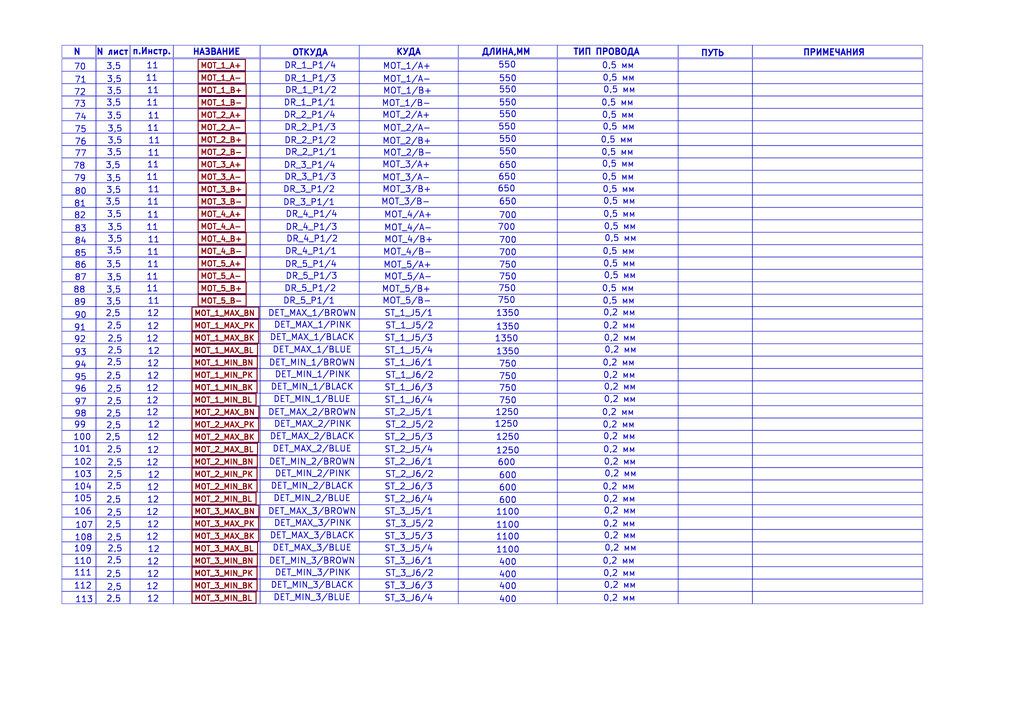
<source format=kicad_sch>
(kicad_sch
	(version 20231120)
	(generator "eeschema")
	(generator_version "8.0")
	(uuid "934e700c-146f-4592-aeb7-88cd02ab4fe4")
	(paper "A3")
	(lib_symbols)
	(rectangle
		(start 39.37 222.25)
		(end 53.34 227.33)
		(stroke
			(width 0)
			(type default)
		)
		(fill
			(type none)
		)
		(uuid 0034bedf-eb95-4a5a-8ae5-ec474c92f7e5)
	)
	(rectangle
		(start 106.68 232.41)
		(end 147.32 237.49)
		(stroke
			(width 0)
			(type default)
		)
		(fill
			(type none)
		)
		(uuid 004ed58c-9acd-42eb-acf4-63d5fba28d85)
	)
	(rectangle
		(start 25.4 135.89)
		(end 39.37 140.97)
		(stroke
			(width 0)
			(type default)
		)
		(fill
			(type none)
		)
		(uuid 009ff50e-0296-425e-a1b2-2d059ef4d23d)
	)
	(rectangle
		(start 53.34 59.69)
		(end 71.12 64.77)
		(stroke
			(width 0)
			(type default)
		)
		(fill
			(type none)
		)
		(uuid 039f277d-ada1-4e72-85e2-4e5fb00023bc)
	)
	(rectangle
		(start 308.61 237.49)
		(end 378.46 242.57)
		(stroke
			(width 0)
			(type default)
		)
		(fill
			(type none)
		)
		(uuid 03c06667-2190-48d6-972a-2080e96f56ff)
	)
	(rectangle
		(start 53.34 171.45)
		(end 71.12 176.53)
		(stroke
			(width 0)
			(type default)
		)
		(fill
			(type none)
		)
		(uuid 055dd2cc-f187-4fc9-b163-b5ce2f7219ea)
	)
	(rectangle
		(start 278.13 237.49)
		(end 308.61 242.57)
		(stroke
			(width 0)
			(type default)
		)
		(fill
			(type none)
		)
		(uuid 056a9416-eb72-4df0-a36c-f5cc2714a98a)
	)
	(rectangle
		(start 187.96 171.45)
		(end 228.6 176.53)
		(stroke
			(width 0)
			(type default)
		)
		(fill
			(type none)
		)
		(uuid 05b4c91f-aeda-4bd6-bcea-2ab01ada829a)
	)
	(rectangle
		(start 278.13 49.53)
		(end 308.61 54.61)
		(stroke
			(width 0)
			(type default)
		)
		(fill
			(type none)
		)
		(uuid 05e71b16-6e79-4b40-93bd-4e24ba165227)
	)
	(rectangle
		(start 25.4 222.25)
		(end 39.37 227.33)
		(stroke
			(width 0)
			(type default)
		)
		(fill
			(type none)
		)
		(uuid 06c61d8e-4c23-4d61-987f-5cbc7d7ec562)
	)
	(rectangle
		(start 71.12 171.45)
		(end 106.68 176.53)
		(stroke
			(width 0)
			(type default)
		)
		(fill
			(type none)
		)
		(uuid 0774cccd-bdb1-4aa8-adbc-0efd4255217d)
	)
	(rectangle
		(start 278.13 29.21)
		(end 308.61 34.29)
		(stroke
			(width 0)
			(type default)
		)
		(fill
			(type none)
		)
		(uuid 07b68f36-0a14-47fb-bba5-e7b18bcd026d)
	)
	(rectangle
		(start 71.12 80.01)
		(end 106.68 85.09)
		(stroke
			(width 0)
			(type default)
		)
		(fill
			(type none)
		)
		(uuid 0869b741-999a-41ab-a336-95e6544958ca)
	)
	(rectangle
		(start 25.4 217.17)
		(end 39.37 222.25)
		(stroke
			(width 0)
			(type default)
		)
		(fill
			(type none)
		)
		(uuid 0a0df1e9-7876-4a3b-a7f6-86e5bcd448ee)
	)
	(rectangle
		(start 308.61 95.25)
		(end 378.46 100.33)
		(stroke
			(width 0)
			(type default)
		)
		(fill
			(type none)
		)
		(uuid 0b87a0fa-a651-48d2-bbbd-ebb421259ca9)
	)
	(rectangle
		(start 228.6 85.09)
		(end 278.13 90.17)
		(stroke
			(width 0)
			(type default)
		)
		(fill
			(type none)
		)
		(uuid 0c838a4d-f101-4d3a-b33f-1f9f0f18f4fa)
	)
	(rectangle
		(start 39.37 24.13)
		(end 53.34 29.21)
		(stroke
			(width 0)
			(type default)
		)
		(fill
			(type none)
		)
		(uuid 0d47ec8c-27a9-40e8-9a7a-fd82ed3f0f05)
	)
	(rectangle
		(start 278.13 212.09)
		(end 308.61 217.17)
		(stroke
			(width 0)
			(type default)
		)
		(fill
			(type none)
		)
		(uuid 0d62142a-20d1-41c0-b9d9-a6351292fec4)
	)
	(rectangle
		(start 53.34 140.97)
		(end 71.12 146.05)
		(stroke
			(width 0)
			(type default)
		)
		(fill
			(type none)
		)
		(uuid 0d8edbb1-c67b-456d-9d2f-ce37026a4bb2)
	)
	(rectangle
		(start 39.37 18.542)
		(end 53.34 23.622)
		(stroke
			(width 0)
			(type default)
		)
		(fill
			(type none)
		)
		(uuid 0e3dffec-0c2c-400f-969b-3b72350da79b)
	)
	(rectangle
		(start 106.68 39.37)
		(end 147.32 44.45)
		(stroke
			(width 0)
			(type default)
		)
		(fill
			(type none)
		)
		(uuid 0f3c935b-5736-446f-ae45-4275f3b0ae50)
	)
	(rectangle
		(start 39.37 207.01)
		(end 53.34 212.09)
		(stroke
			(width 0)
			(type default)
		)
		(fill
			(type none)
		)
		(uuid 0f528f25-544f-4bc3-8fb7-a246cfbbbeeb)
	)
	(rectangle
		(start 106.68 110.49)
		(end 147.32 115.57)
		(stroke
			(width 0)
			(type default)
		)
		(fill
			(type none)
		)
		(uuid 0fc43b36-bb12-4127-afc6-0bf1a6c6f2ce)
	)
	(rectangle
		(start 147.32 171.45)
		(end 187.96 176.53)
		(stroke
			(width 0)
			(type default)
		)
		(fill
			(type none)
		)
		(uuid 0fe1b750-3c8b-4e75-99f0-ca9c538d5dcf)
	)
	(rectangle
		(start 308.61 151.13)
		(end 378.46 156.21)
		(stroke
			(width 0)
			(type default)
		)
		(fill
			(type none)
		)
		(uuid 1084381d-09ec-40cb-9693-4d0edddb798e)
	)
	(rectangle
		(start 39.37 166.37)
		(end 53.34 171.45)
		(stroke
			(width 0)
			(type default)
		)
		(fill
			(type none)
		)
		(uuid 10d140ca-a014-44b3-a21f-fbc8353dc353)
	)
	(rectangle
		(start 71.12 44.45)
		(end 106.68 49.53)
		(stroke
			(width 0)
			(type default)
		)
		(fill
			(type none)
		)
		(uuid 1105b7ae-e232-442e-a981-5acf6b56d143)
	)
	(rectangle
		(start 187.96 95.25)
		(end 228.6 100.33)
		(stroke
			(width 0)
			(type default)
		)
		(fill
			(type none)
		)
		(uuid 11825420-e644-44bd-bd7e-847553e594dd)
	)
	(rectangle
		(start 106.68 181.61)
		(end 147.32 186.69)
		(stroke
			(width 0)
			(type default)
		)
		(fill
			(type none)
		)
		(uuid 11856881-d88d-43b0-bebd-a2774de12774)
	)
	(rectangle
		(start 53.34 125.73)
		(end 71.12 130.81)
		(stroke
			(width 0)
			(type default)
		)
		(fill
			(type none)
		)
		(uuid 11a26bc2-e1e1-48bb-976e-1832f572083d)
	)
	(rectangle
		(start 25.4 181.61)
		(end 39.37 186.69)
		(stroke
			(width 0)
			(type default)
		)
		(fill
			(type none)
		)
		(uuid 12e0039c-bae3-494d-a261-14c7a93415ae)
	)
	(rectangle
		(start 308.61 186.69)
		(end 378.46 191.77)
		(stroke
			(width 0)
			(type default)
		)
		(fill
			(type none)
		)
		(uuid 138603fb-c17a-4249-bad3-d54ce2789464)
	)
	(rectangle
		(start 278.13 227.33)
		(end 308.61 232.41)
		(stroke
			(width 0)
			(type default)
		)
		(fill
			(type none)
		)
		(uuid 1393d005-8fb9-4305-8760-8d1f3800dc6d)
	)
	(rectangle
		(start 25.4 125.73)
		(end 39.37 130.81)
		(stroke
			(width 0)
			(type default)
		)
		(fill
			(type none)
		)
		(uuid 142a349d-5b89-438a-b4b6-9e7585c04226)
	)
	(rectangle
		(start 25.4 44.45)
		(end 39.37 49.53)
		(stroke
			(width 0)
			(type default)
		)
		(fill
			(type none)
		)
		(uuid 148dddd6-c7af-413f-9ec2-224a8efb434e)
	)
	(rectangle
		(start 187.96 44.45)
		(end 228.6 49.53)
		(stroke
			(width 0)
			(type default)
		)
		(fill
			(type none)
		)
		(uuid 14c2fb21-489e-4069-8d8b-aef80e2d6ae4)
	)
	(rectangle
		(start 39.37 39.37)
		(end 53.34 44.45)
		(stroke
			(width 0)
			(type default)
		)
		(fill
			(type none)
		)
		(uuid 14ee104c-372e-4f02-b2d6-a4f83c071f9f)
	)
	(rectangle
		(start 278.13 146.05)
		(end 308.61 151.13)
		(stroke
			(width 0)
			(type default)
		)
		(fill
			(type none)
		)
		(uuid 161a7855-6b2a-4ced-95fe-8e4b5aaf5561)
	)
	(rectangle
		(start 147.32 18.542)
		(end 187.96 23.622)
		(stroke
			(width 0)
			(type default)
		)
		(fill
			(type none)
		)
		(uuid 17bbdc3e-2128-427e-947c-5263cb275ac0)
	)
	(rectangle
		(start 308.61 212.09)
		(end 378.46 217.17)
		(stroke
			(width 0)
			(type default)
		)
		(fill
			(type none)
		)
		(uuid 18267127-3777-4a04-b41b-fe1aa8c0e5e9)
	)
	(rectangle
		(start 187.96 232.41)
		(end 228.6 237.49)
		(stroke
			(width 0)
			(type default)
		)
		(fill
			(type none)
		)
		(uuid 1947b4c2-e5dc-46e1-a8ab-1e53019bc5b4)
	)
	(rectangle
		(start 39.37 59.69)
		(end 53.34 64.77)
		(stroke
			(width 0)
			(type default)
		)
		(fill
			(type none)
		)
		(uuid 1971b255-38dd-4f97-af08-a43ba55e4355)
	)
	(rectangle
		(start 25.4 34.29)
		(end 39.37 39.37)
		(stroke
			(width 0)
			(type default)
		)
		(fill
			(type none)
		)
		(uuid 1986a75d-d8d1-472e-9220-50c754a381b2)
	)
	(rectangle
		(start 147.32 146.05)
		(end 187.96 151.13)
		(stroke
			(width 0)
			(type default)
		)
		(fill
			(type none)
		)
		(uuid 19a54caa-b6e4-47e0-9817-c1bbbd44e13e)
	)
	(rectangle
		(start 228.6 242.57)
		(end 278.13 247.65)
		(stroke
			(width 0)
			(type default)
		)
		(fill
			(type none)
		)
		(uuid 1a82c85f-38a9-4579-a752-4b1a2e8c2547)
	)
	(rectangle
		(start 25.4 156.21)
		(end 39.37 161.29)
		(stroke
			(width 0)
			(type default)
		)
		(fill
			(type none)
		)
		(uuid 1aba9d7e-ffeb-4665-b29a-9e11b564bb02)
	)
	(rectangle
		(start 228.6 181.61)
		(end 278.13 186.69)
		(stroke
			(width 0)
			(type default)
		)
		(fill
			(type none)
		)
		(uuid 1ae85bea-5208-48da-a592-6a5b99af6c45)
	)
	(rectangle
		(start 106.68 217.17)
		(end 147.32 222.25)
		(stroke
			(width 0)
			(type default)
		)
		(fill
			(type none)
		)
		(uuid 1bacfdba-a29c-4751-828f-75ec99ec28f1)
	)
	(rectangle
		(start 308.61 166.37)
		(end 378.46 171.45)
		(stroke
			(width 0)
			(type default)
		)
		(fill
			(type none)
		)
		(uuid 1c201e35-2c5d-4c3d-ba40-77f79b8f5840)
	)
	(rectangle
		(start 106.68 176.53)
		(end 147.32 181.61)
		(stroke
			(width 0)
			(type default)
		)
		(fill
			(type none)
		)
		(uuid 1d70bdfa-502d-4a5e-886a-0d455d222438)
	)
	(rectangle
		(start 278.13 161.29)
		(end 308.61 166.37)
		(stroke
			(width 0)
			(type default)
		)
		(fill
			(type none)
		)
		(uuid 1d85eca1-1f63-4625-9348-3b61b0edf298)
	)
	(rectangle
		(start 278.13 176.53)
		(end 308.61 181.61)
		(stroke
			(width 0)
			(type default)
		)
		(fill
			(type none)
		)
		(uuid 1ee751cb-d025-423b-9a32-453cbf3a034a)
	)
	(rectangle
		(start 71.12 125.73)
		(end 106.68 130.81)
		(stroke
			(width 0)
			(type default)
		)
		(fill
			(type none)
		)
		(uuid 1f3653a0-0a39-4b87-b5e4-115afe1c75ca)
	)
	(rectangle
		(start 228.6 34.29)
		(end 278.13 39.37)
		(stroke
			(width 0)
			(type default)
		)
		(fill
			(type none)
		)
		(uuid 20694821-b465-417a-bf7b-c16288821079)
	)
	(rectangle
		(start 53.34 34.29)
		(end 71.12 39.37)
		(stroke
			(width 0)
			(type default)
		)
		(fill
			(type none)
		)
		(uuid 20d463e8-751e-4a14-a14a-6ccac967b492)
	)
	(rectangle
		(start 106.68 227.33)
		(end 147.32 232.41)
		(stroke
			(width 0)
			(type default)
		)
		(fill
			(type none)
		)
		(uuid 21edfc32-673b-4b03-ae71-252c1663fd60)
	)
	(rectangle
		(start 53.34 232.41)
		(end 71.12 237.49)
		(stroke
			(width 0)
			(type default)
		)
		(fill
			(type none)
		)
		(uuid 22e11e75-efd4-4da9-8042-6143165af369)
	)
	(rectangle
		(start 147.32 191.77)
		(end 187.96 196.85)
		(stroke
			(width 0)
			(type default)
		)
		(fill
			(type none)
		)
		(uuid 233aaf7a-c377-4ff2-8fcc-9933a260bf22)
	)
	(rectangle
		(start 187.96 186.69)
		(end 228.6 191.77)
		(stroke
			(width 0)
			(type default)
		)
		(fill
			(type none)
		)
		(uuid 24260088-464a-48c9-ad88-2c9770eb83ca)
	)
	(rectangle
		(start 39.37 85.09)
		(end 53.34 90.17)
		(stroke
			(width 0)
			(type default)
		)
		(fill
			(type none)
		)
		(uuid 2470acbd-6001-4cc2-a77a-85265d21296e)
	)
	(rectangle
		(start 25.4 196.85)
		(end 39.37 201.93)
		(stroke
			(width 0)
			(type default)
		)
		(fill
			(type none)
		)
		(uuid 2478df64-6154-49c9-9175-888dfcebc1ab)
	)
	(rectangle
		(start 147.32 196.85)
		(end 187.96 201.93)
		(stroke
			(width 0)
			(type default)
		)
		(fill
			(type none)
		)
		(uuid 24e2c0f6-c006-4603-a5a4-d33afc29f1a6)
	)
	(rectangle
		(start 278.13 64.77)
		(end 308.61 69.85)
		(stroke
			(width 0)
			(type default)
		)
		(fill
			(type none)
		)
		(uuid 25ab8f3c-586c-415e-ae3f-b7f2c0bef52e)
	)
	(rectangle
		(start 228.6 59.69)
		(end 278.13 64.77)
		(stroke
			(width 0)
			(type default)
		)
		(fill
			(type none)
		)
		(uuid 26ef5352-bf4e-4b69-9575-6ea624ebcde2)
	)
	(rectangle
		(start 39.37 74.93)
		(end 53.34 80.01)
		(stroke
			(width 0)
			(type default)
		)
		(fill
			(type none)
		)
		(uuid 279000cb-3d29-4e2e-8b93-6291d436a0a7)
	)
	(rectangle
		(start 53.34 166.37)
		(end 71.12 171.45)
		(stroke
			(width 0)
			(type default)
		)
		(fill
			(type none)
		)
		(uuid 27cde4af-f521-4d2b-9863-a9c97df41d8b)
	)
	(rectangle
		(start 53.34 227.33)
		(end 71.12 232.41)
		(stroke
			(width 0)
			(type default)
		)
		(fill
			(type none)
		)
		(uuid 286baf24-1a14-4239-8bce-cf974dc3913a)
	)
	(rectangle
		(start 25.4 232.41)
		(end 39.37 237.49)
		(stroke
			(width 0)
			(type default)
		)
		(fill
			(type none)
		)
		(uuid 2afc6789-07d7-4c3d-ba73-29b1df59ab9b)
	)
	(rectangle
		(start 25.4 171.45)
		(end 39.37 176.53)
		(stroke
			(width 0)
			(type default)
		)
		(fill
			(type none)
		)
		(uuid 2b4dc026-7e42-4925-9955-f224817e7c11)
	)
	(rectangle
		(start 228.6 212.09)
		(end 278.13 217.17)
		(stroke
			(width 0)
			(type default)
		)
		(fill
			(type none)
		)
		(uuid 2d636315-d944-4093-82d7-140d1be60289)
	)
	(rectangle
		(start 25.4 39.37)
		(end 39.37 44.45)
		(stroke
			(width 0)
			(type default)
		)
		(fill
			(type none)
		)
		(uuid 2da80889-660c-422b-91e9-e79ad7f0b476)
	)
	(rectangle
		(start 308.61 29.21)
		(end 378.46 34.29)
		(stroke
			(width 0)
			(type default)
		)
		(fill
			(type none)
		)
		(uuid 2de59a23-6a5c-4679-a9ce-254ef2582918)
	)
	(rectangle
		(start 228.6 29.21)
		(end 278.13 34.29)
		(stroke
			(width 0)
			(type default)
		)
		(fill
			(type none)
		)
		(uuid 2e4d2ca8-e0e8-41a2-9b13-e954a91e963f)
	)
	(rectangle
		(start 278.13 207.01)
		(end 308.61 212.09)
		(stroke
			(width 0)
			(type default)
		)
		(fill
			(type none)
		)
		(uuid 2f4eedad-294d-43b3-ae4d-35e4f490265a)
	)
	(rectangle
		(start 228.6 232.41)
		(end 278.13 237.49)
		(stroke
			(width 0)
			(type default)
		)
		(fill
			(type none)
		)
		(uuid 2fa1322f-711c-4fe4-aff4-fd3b18f5d908)
	)
	(rectangle
		(start 308.61 80.01)
		(end 378.46 85.09)
		(stroke
			(width 0)
			(type default)
		)
		(fill
			(type none)
		)
		(uuid 2fd04c8f-493d-4b85-a4e0-11e5279be586)
	)
	(rectangle
		(start 278.13 217.17)
		(end 308.61 222.25)
		(stroke
			(width 0)
			(type default)
		)
		(fill
			(type none)
		)
		(uuid 2ff0f3c9-b844-41b2-a3ec-1d59364e167e)
	)
	(rectangle
		(start 147.32 49.53)
		(end 187.96 54.61)
		(stroke
			(width 0)
			(type default)
		)
		(fill
			(type none)
		)
		(uuid 3011bab5-303f-40d4-9baf-0ee01e341049)
	)
	(rectangle
		(start 278.13 44.45)
		(end 308.61 49.53)
		(stroke
			(width 0)
			(type default)
		)
		(fill
			(type none)
		)
		(uuid 32023751-2e4b-4e71-918c-91713eb54154)
	)
	(rectangle
		(start 228.6 237.49)
		(end 278.13 242.57)
		(stroke
			(width 0)
			(type default)
		)
		(fill
			(type none)
		)
		(uuid 3244de08-117f-4fe3-ade9-1d3e88a989ea)
	)
	(rectangle
		(start 228.6 18.542)
		(end 278.13 23.622)
		(stroke
			(width 0)
			(type default)
		)
		(fill
			(type none)
		)
		(uuid 3279fcb6-8e96-4e89-9735-164626f9e399)
	)
	(rectangle
		(start 228.6 115.57)
		(end 278.13 120.65)
		(stroke
			(width 0)
			(type default)
		)
		(fill
			(type none)
		)
		(uuid 32a0799e-8db7-4c7f-b7e2-f4b41e7fd217)
	)
	(rectangle
		(start 71.12 90.17)
		(end 106.68 95.25)
		(stroke
			(width 0)
			(type default)
		)
		(fill
			(type none)
		)
		(uuid 32fdef2d-ef3c-46ba-877c-6e14ea8f3a91)
	)
	(rectangle
		(start 25.4 110.49)
		(end 39.37 115.57)
		(stroke
			(width 0)
			(type default)
		)
		(fill
			(type none)
		)
		(uuid 3303ecd1-a45a-4160-bd0b-95d1bd39d0d8)
	)
	(rectangle
		(start 39.37 115.57)
		(end 53.34 120.65)
		(stroke
			(width 0)
			(type default)
		)
		(fill
			(type none)
		)
		(uuid 333ea227-3c51-4e98-8db1-b0e1c7930c75)
	)
	(rectangle
		(start 106.68 196.85)
		(end 147.32 201.93)
		(stroke
			(width 0)
			(type default)
		)
		(fill
			(type none)
		)
		(uuid 33a8f12b-9c4e-41dd-a05a-bbac6e9d1e35)
	)
	(rectangle
		(start 278.13 222.25)
		(end 308.61 227.33)
		(stroke
			(width 0)
			(type default)
		)
		(fill
			(type none)
		)
		(uuid 341cab7c-0124-4494-a760-d6bc129bc9b6)
	)
	(rectangle
		(start 71.12 135.89)
		(end 106.68 140.97)
		(stroke
			(width 0)
			(type default)
		)
		(fill
			(type none)
		)
		(uuid 348ba46a-143b-44bd-834c-c5ab6a5609e3)
	)
	(rectangle
		(start 147.32 74.93)
		(end 187.96 80.01)
		(stroke
			(width 0)
			(type default)
		)
		(fill
			(type none)
		)
		(uuid 349df778-d1b0-4ec4-882a-6aaecd96bb3c)
	)
	(rectangle
		(start 147.32 110.49)
		(end 187.96 115.57)
		(stroke
			(width 0)
			(type default)
		)
		(fill
			(type none)
		)
		(uuid 35033817-dbb8-4c82-9e5a-ba146d8f816b)
	)
	(rectangle
		(start 25.4 115.57)
		(end 39.37 120.65)
		(stroke
			(width 0)
			(type default)
		)
		(fill
			(type none)
		)
		(uuid 35d89c30-870c-4bdf-a56d-2331d3e98042)
	)
	(rectangle
		(start 228.6 130.81)
		(end 278.13 135.89)
		(stroke
			(width 0)
			(type default)
		)
		(fill
			(type none)
		)
		(uuid 360aa325-7a1e-4790-9c2e-1dd401d4665b)
	)
	(rectangle
		(start 71.12 74.93)
		(end 106.68 80.01)
		(stroke
			(width 0)
			(type default)
		)
		(fill
			(type none)
		)
		(uuid 362076db-5365-48d6-a332-5f3eda8f8693)
	)
	(rectangle
		(start 308.61 54.61)
		(end 378.46 59.69)
		(stroke
			(width 0)
			(type default)
		)
		(fill
			(type none)
		)
		(uuid 368bd8d6-97d2-4738-b8a4-9e5387ca5b75)
	)
	(rectangle
		(start 71.12 242.57)
		(end 106.68 247.65)
		(stroke
			(width 0)
			(type default)
		)
		(fill
			(type none)
		)
		(uuid 36ed4831-ce75-4861-b775-3b9f1c17b6e2)
	)
	(rectangle
		(start 39.37 110.49)
		(end 53.34 115.57)
		(stroke
			(width 0)
			(type default)
		)
		(fill
			(type none)
		)
		(uuid 3875d2db-280c-4b53-9c29-879e9a224cc6)
	)
	(rectangle
		(start 278.13 166.37)
		(end 308.61 171.45)
		(stroke
			(width 0)
			(type default)
		)
		(fill
			(type none)
		)
		(uuid 3906eb78-cc63-49bf-b2e4-cb1c7bfce91d)
	)
	(rectangle
		(start 106.68 191.77)
		(end 147.32 196.85)
		(stroke
			(width 0)
			(type default)
		)
		(fill
			(type none)
		)
		(uuid 39915256-d681-4f3d-94dc-f1c0d8367b1a)
	)
	(rectangle
		(start 147.32 39.37)
		(end 187.96 44.45)
		(stroke
			(width 0)
			(type default)
		)
		(fill
			(type none)
		)
		(uuid 3a58028c-b8c0-4a56-a991-c8e010019f51)
	)
	(rectangle
		(start 25.4 191.77)
		(end 39.37 196.85)
		(stroke
			(width 0)
			(type default)
		)
		(fill
			(type none)
		)
		(uuid 3b50e5db-14ed-4b45-98ac-cb1c6190af6a)
	)
	(rectangle
		(start 39.37 130.81)
		(end 53.34 135.89)
		(stroke
			(width 0)
			(type default)
		)
		(fill
			(type none)
		)
		(uuid 3bbca8e5-8445-4a94-a429-46d0d396a4d0)
	)
	(rectangle
		(start 147.32 64.77)
		(end 187.96 69.85)
		(stroke
			(width 0)
			(type default)
		)
		(fill
			(type none)
		)
		(uuid 3bfddab6-8806-4d1f-b2b4-ed04ee8d9b49)
	)
	(rectangle
		(start 25.4 242.57)
		(end 39.37 247.65)
		(stroke
			(width 0)
			(type default)
		)
		(fill
			(type none)
		)
		(uuid 3d153074-5f01-4dff-a9ab-0058d86b9fb5)
	)
	(rectangle
		(start 147.32 176.53)
		(end 187.96 181.61)
		(stroke
			(width 0)
			(type default)
		)
		(fill
			(type none)
		)
		(uuid 3e4d5afc-8bcc-4d73-a3fa-3929e67b1883)
	)
	(rectangle
		(start 308.61 49.53)
		(end 378.46 54.61)
		(stroke
			(width 0)
			(type default)
		)
		(fill
			(type none)
		)
		(uuid 3f874a03-12c3-47ca-9100-67a15b76fc50)
	)
	(rectangle
		(start 187.96 34.29)
		(end 228.6 39.37)
		(stroke
			(width 0)
			(type default)
		)
		(fill
			(type none)
		)
		(uuid 40185dcc-02d1-415c-a141-705c90c98b09)
	)
	(rectangle
		(start 187.96 115.57)
		(end 228.6 120.65)
		(stroke
			(width 0)
			(type default)
		)
		(fill
			(type none)
		)
		(uuid 4085f6d4-a336-4d0c-b83c-6635e17f0f4e)
	)
	(rectangle
		(start 147.32 59.69)
		(end 187.96 64.77)
		(stroke
			(width 0)
			(type default)
		)
		(fill
			(type none)
		)
		(uuid 40b70f0f-be77-4826-85e6-da9361850360)
	)
	(rectangle
		(start 278.13 130.81)
		(end 308.61 135.89)
		(stroke
			(width 0)
			(type default)
		)
		(fill
			(type none)
		)
		(uuid 4104ebd0-3d3f-4885-8f7a-5f84cf01ad90)
	)
	(rectangle
		(start 147.32 120.65)
		(end 187.96 125.73)
		(stroke
			(width 0)
			(type default)
		)
		(fill
			(type none)
		)
		(uuid 42530bb5-4d6e-43f2-ae17-e8a20dc1c2bc)
	)
	(rectangle
		(start 53.34 135.89)
		(end 71.12 140.97)
		(stroke
			(width 0)
			(type default)
		)
		(fill
			(type none)
		)
		(uuid 42ba9e59-6b26-4e57-ae38-204fcb2267af)
	)
	(rectangle
		(start 228.6 69.85)
		(end 278.13 74.93)
		(stroke
			(width 0)
			(type default)
		)
		(fill
			(type none)
		)
		(uuid 4343353a-8766-4868-8eba-a4ef4b65a474)
	)
	(rectangle
		(start 71.12 39.37)
		(end 106.68 44.45)
		(stroke
			(width 0)
			(type default)
		)
		(fill
			(type none)
		)
		(uuid 43bffb01-0407-445f-9805-55c4c3138557)
	)
	(rectangle
		(start 278.13 90.17)
		(end 308.61 95.25)
		(stroke
			(width 0)
			(type default)
		)
		(fill
			(type none)
		)
		(uuid 43c18e26-8b40-4eba-9068-9b7ca9e5ce16)
	)
	(rectangle
		(start 308.61 44.45)
		(end 378.46 49.53)
		(stroke
			(width 0)
			(type default)
		)
		(fill
			(type none)
		)
		(uuid 444262b0-850a-4d66-a835-06f56cdda229)
	)
	(rectangle
		(start 278.13 125.73)
		(end 308.61 130.81)
		(stroke
			(width 0)
			(type default)
		)
		(fill
			(type none)
		)
		(uuid 45084335-00d2-44b6-8fa2-ea33fa99b798)
	)
	(rectangle
		(start 106.68 64.77)
		(end 147.32 69.85)
		(stroke
			(width 0)
			(type default)
		)
		(fill
			(type none)
		)
		(uuid 4541d4c4-84f7-4656-807f-e8284ae8c976)
	)
	(rectangle
		(start 228.6 135.89)
		(end 278.13 140.97)
		(stroke
			(width 0)
			(type default)
		)
		(fill
			(type none)
		)
		(uuid 45c0e845-fc2a-4478-81e9-099f16ab81a1)
	)
	(rectangle
		(start 308.61 140.97)
		(end 378.46 146.05)
		(stroke
			(width 0)
			(type default)
		)
		(fill
			(type none)
		)
		(uuid 46433dc7-fb04-4585-8273-d6c5a3b36f6b)
	)
	(rectangle
		(start 187.96 135.89)
		(end 228.6 140.97)
		(stroke
			(width 0)
			(type default)
		)
		(fill
			(type none)
		)
		(uuid 4646f02e-d2ab-4123-a2d1-e3a07a4bc3c6)
	)
	(rectangle
		(start 308.61 110.49)
		(end 378.46 115.57)
		(stroke
			(width 0)
			(type default)
		)
		(fill
			(type none)
		)
		(uuid 46819e35-1c84-4416-9a18-94ab6d9d9451)
	)
	(rectangle
		(start 147.32 90.17)
		(end 187.96 95.25)
		(stroke
			(width 0)
			(type default)
		)
		(fill
			(type none)
		)
		(uuid 46834b13-b502-4981-8515-9276e2259ab2)
	)
	(rectangle
		(start 228.6 49.53)
		(end 278.13 54.61)
		(stroke
			(width 0)
			(type default)
		)
		(fill
			(type none)
		)
		(uuid 478826ca-f988-4343-879f-bade075a253b)
	)
	(rectangle
		(start 228.6 227.33)
		(end 278.13 232.41)
		(stroke
			(width 0)
			(type default)
		)
		(fill
			(type none)
		)
		(uuid 4869327c-8ad0-4698-9014-5629b15d0b87)
	)
	(rectangle
		(start 39.37 34.29)
		(end 53.34 39.37)
		(stroke
			(width 0)
			(type default)
		)
		(fill
			(type none)
		)
		(uuid 4893f9ac-e5d6-4227-b547-9dbd9f530f70)
	)
	(rectangle
		(start 228.6 176.53)
		(end 278.13 181.61)
		(stroke
			(width 0)
			(type default)
		)
		(fill
			(type none)
		)
		(uuid 498e5412-da03-4553-8835-732856b45a58)
	)
	(rectangle
		(start 39.37 232.41)
		(end 53.34 237.49)
		(stroke
			(width 0)
			(type default)
		)
		(fill
			(type none)
		)
		(uuid 49dd9acb-6627-44b6-9de2-a941f6d5f3ec)
	)
	(rectangle
		(start 147.32 34.29)
		(end 187.96 39.37)
		(stroke
			(width 0)
			(type default)
		)
		(fill
			(type none)
		)
		(uuid 49ffcb4d-417c-4f83-8e40-7274adcaecd5)
	)
	(rectangle
		(start 71.12 212.09)
		(end 106.68 217.17)
		(stroke
			(width 0)
			(type default)
		)
		(fill
			(type none)
		)
		(uuid 4a74fbaa-ac29-434d-8167-f9c29d87654c)
	)
	(rectangle
		(start 25.4 18.542)
		(end 39.37 23.622)
		(stroke
			(width 0)
			(type default)
		)
		(fill
			(type none)
		)
		(uuid 4b491908-c0be-4126-b3de-a60bfd23afaa)
	)
	(rectangle
		(start 106.68 95.25)
		(end 147.32 100.33)
		(stroke
			(width 0)
			(type default)
		)
		(fill
			(type none)
		)
		(uuid 4ba49b2a-6a6b-43dc-873a-d8df84ef394e)
	)
	(rectangle
		(start 53.34 146.05)
		(end 71.12 151.13)
		(stroke
			(width 0)
			(type default)
		)
		(fill
			(type none)
		)
		(uuid 4e11c13b-3741-471c-86b5-90ee38180c64)
	)
	(rectangle
		(start 106.68 242.57)
		(end 147.32 247.65)
		(stroke
			(width 0)
			(type default)
		)
		(fill
			(type none)
		)
		(uuid 4ebd1e9c-ac5e-47b8-b6d7-dd67052ebb57)
	)
	(rectangle
		(start 308.61 156.21)
		(end 378.46 161.29)
		(stroke
			(width 0)
			(type default)
		)
		(fill
			(type none)
		)
		(uuid 50939dc4-bc1c-418a-a1df-920278d40aeb)
	)
	(rectangle
		(start 106.68 151.13)
		(end 147.32 156.21)
		(stroke
			(width 0)
			(type default)
		)
		(fill
			(type none)
		)
		(uuid 51b2105d-96da-479a-8dd6-3d6d10c3b1d6)
	)
	(rectangle
		(start 278.13 59.69)
		(end 308.61 64.77)
		(stroke
			(width 0)
			(type default)
		)
		(fill
			(type none)
		)
		(uuid 51f530ab-2fe1-4dcb-ac6b-ccc55e8769f2)
	)
	(rectangle
		(start 71.12 222.25)
		(end 106.68 227.33)
		(stroke
			(width 0)
			(type default)
		)
		(fill
			(type none)
		)
		(uuid 54197f50-a7e0-48ab-bac1-759a6eccbe95)
	)
	(rectangle
		(start 308.61 130.81)
		(end 378.46 135.89)
		(stroke
			(width 0)
			(type default)
		)
		(fill
			(type none)
		)
		(uuid 541d9d44-79fd-45cc-9026-80b9fb241d10)
	)
	(rectangle
		(start 147.32 217.17)
		(end 187.96 222.25)
		(stroke
			(width 0)
			(type default)
		)
		(fill
			(type none)
		)
		(uuid 549ec0dd-c553-43aa-841a-2660bb58cf49)
	)
	(rectangle
		(start 278.13 156.21)
		(end 308.61 161.29)
		(stroke
			(width 0)
			(type default)
		)
		(fill
			(type none)
		)
		(uuid 54f40345-efe0-45a5-ac23-57f99f601355)
	)
	(rectangle
		(start 278.13 100.33)
		(end 308.61 105.41)
		(stroke
			(width 0)
			(type default)
		)
		(fill
			(type none)
		)
		(uuid 54fdbd96-c8e4-4093-9ec9-48542597d270)
	)
	(rectangle
		(start 187.96 29.21)
		(end 228.6 34.29)
		(stroke
			(width 0)
			(type default)
		)
		(fill
			(type none)
		)
		(uuid 55cff10f-cf51-43a9-9f75-d8cdbe099ea4)
	)
	(rectangle
		(start 71.12 227.33)
		(end 106.68 232.41)
		(stroke
			(width 0)
			(type default)
		)
		(fill
			(type none)
		)
		(uuid 55e8bf21-2573-4634-ae5e-50cb1792fe40)
	)
	(rectangle
		(start 25.4 95.25)
		(end 39.37 100.33)
		(stroke
			(width 0)
			(type default)
		)
		(fill
			(type none)
		)
		(uuid 5738fedc-e6a4-4bfc-a103-4a55a922d094)
	)
	(rectangle
		(start 278.13 95.25)
		(end 308.61 100.33)
		(stroke
			(width 0)
			(type default)
		)
		(fill
			(type none)
		)
		(uuid 583d9a51-8c8f-43c9-b7a9-adc7c2f7c808)
	)
	(rectangle
		(start 53.34 222.25)
		(end 71.12 227.33)
		(stroke
			(width 0)
			(type default)
		)
		(fill
			(type none)
		)
		(uuid 5871c518-c8bc-40d5-b6fb-e6ec5854173b)
	)
	(rectangle
		(start 187.96 151.13)
		(end 228.6 156.21)
		(stroke
			(width 0)
			(type default)
		)
		(fill
			(type none)
		)
		(uuid 58dae9f2-e0f5-46c6-8490-9967f9c1ca82)
	)
	(rectangle
		(start 187.96 85.09)
		(end 228.6 90.17)
		(stroke
			(width 0)
			(type default)
		)
		(fill
			(type none)
		)
		(uuid 591a1abe-1d18-45a5-ba21-58a534c8b823)
	)
	(rectangle
		(start 308.61 105.41)
		(end 378.46 110.49)
		(stroke
			(width 0)
			(type default)
		)
		(fill
			(type none)
		)
		(uuid 5b5745ca-356a-47a3-a08a-878f386f89ed)
	)
	(rectangle
		(start 106.68 212.09)
		(end 147.32 217.17)
		(stroke
			(width 0)
			(type default)
		)
		(fill
			(type none)
		)
		(uuid 5be4a195-7788-4cf6-8758-816cbd2a0fa8)
	)
	(rectangle
		(start 71.12 201.93)
		(end 106.68 207.01)
		(stroke
			(width 0)
			(type default)
		)
		(fill
			(type none)
		)
		(uuid 5c24abf5-b3dc-4a8e-9e26-62761470ce18)
	)
	(rectangle
		(start 187.96 130.81)
		(end 228.6 135.89)
		(stroke
			(width 0)
			(type default)
		)
		(fill
			(type none)
		)
		(uuid 5c718515-ed94-4767-8bde-60dd4fef4426)
	)
	(rectangle
		(start 308.61 24.13)
		(end 378.46 29.21)
		(stroke
			(width 0)
			(type default)
		)
		(fill
			(type none)
		)
		(uuid 5c7f2b23-e9e3-44fc-8821-9b376d6dbbd9)
	)
	(rectangle
		(start 106.68 18.542)
		(end 147.32 23.622)
		(stroke
			(width 0)
			(type default)
		)
		(fill
			(type none)
		)
		(uuid 5e10a7e3-87d2-4094-a825-d97860822dfa)
	)
	(rectangle
		(start 187.96 181.61)
		(end 228.6 186.69)
		(stroke
			(width 0)
			(type default)
		)
		(fill
			(type none)
		)
		(uuid 5e9d49bb-08ab-4213-b55c-f6e3597dc343)
	)
	(rectangle
		(start 187.96 49.53)
		(end 228.6 54.61)
		(stroke
			(width 0)
			(type default)
		)
		(fill
			(type none)
		)
		(uuid 60171ec3-a381-4a8f-b771-cd77e90941d9)
	)
	(rectangle
		(start 147.32 181.61)
		(end 187.96 186.69)
		(stroke
			(width 0)
			(type default)
		)
		(fill
			(type none)
		)
		(uuid 61a8c184-a0da-448c-8468-1593e60fd782)
	)
	(rectangle
		(start 106.68 105.41)
		(end 147.32 110.49)
		(stroke
			(width 0)
			(type default)
		)
		(fill
			(type none)
		)
		(uuid 63481dc0-6ae8-403d-afbd-f09b658a0be3)
	)
	(rectangle
		(start 106.68 24.13)
		(end 147.32 29.21)
		(stroke
			(width 0)
			(type default)
		)
		(fill
			(type none)
		)
		(uuid 635e4eb5-9bb1-44ab-91f7-12b803370847)
	)
	(rectangle
		(start 39.37 135.89)
		(end 53.34 140.97)
		(stroke
			(width 0)
			(type default)
		)
		(fill
			(type none)
		)
		(uuid 636a0d51-b5a1-409f-a808-d235df6ac3be)
	)
	(rectangle
		(start 278.13 140.97)
		(end 308.61 146.05)
		(stroke
			(width 0)
			(type default)
		)
		(fill
			(type none)
		)
		(uuid 6393b069-592f-4362-8c64-a488cfbd9113)
	)
	(rectangle
		(start 147.32 24.13)
		(end 187.96 29.21)
		(stroke
			(width 0)
			(type default)
		)
		(fill
			(type none)
		)
		(uuid 63be1901-1f30-4acd-b052-b29f473fd6d9)
	)
	(rectangle
		(start 53.34 207.01)
		(end 71.12 212.09)
		(stroke
			(width 0)
			(type default)
		)
		(fill
			(type none)
		)
		(uuid 63ccb721-1e2a-4771-8505-061e910d18cc)
	)
	(rectangle
		(start 228.6 151.13)
		(end 278.13 156.21)
		(stroke
			(width 0)
			(type default)
		)
		(fill
			(type none)
		)
		(uuid 63d58e34-c410-4491-92ea-48a8e5ca8c25)
	)
	(rectangle
		(start 53.34 161.29)
		(end 71.12 166.37)
		(stroke
			(width 0)
			(type default)
		)
		(fill
			(type none)
		)
		(uuid 64c47c00-431a-44d9-a4c4-4cc9642953c2)
	)
	(rectangle
		(start 71.12 110.49)
		(end 106.68 115.57)
		(stroke
			(width 0)
			(type default)
		)
		(fill
			(type none)
		)
		(uuid 651d8334-83b9-4c59-a295-c3a8e8c7f155)
	)
	(rectangle
		(start 278.13 39.37)
		(end 308.61 44.45)
		(stroke
			(width 0)
			(type default)
		)
		(fill
			(type none)
		)
		(uuid 6600b525-a517-4409-aa96-c0691619b67b)
	)
	(rectangle
		(start 308.61 39.37)
		(end 378.46 44.45)
		(stroke
			(width 0)
			(type default)
		)
		(fill
			(type none)
		)
		(uuid 660d0c22-d498-4f48-8cc2-49d769a34615)
	)
	(rectangle
		(start 187.96 156.21)
		(end 228.6 161.29)
		(stroke
			(width 0)
			(type default)
		)
		(fill
			(type none)
		)
		(uuid 677e4612-fc2f-44d7-a06d-7ac2a1aad0d1)
	)
	(rectangle
		(start 53.34 69.85)
		(end 71.12 74.93)
		(stroke
			(width 0)
			(type default)
		)
		(fill
			(type none)
		)
		(uuid 67b0c6df-c6d2-462c-8b09-34f61c7d5aec)
	)
	(rectangle
		(start 147.32 44.45)
		(end 187.96 49.53)
		(stroke
			(width 0)
			(type default)
		)
		(fill
			(type none)
		)
		(uuid 68afb65d-ce79-4aae-8bc6-0f81d66c4f59)
	)
	(rectangle
		(start 308.61 191.77)
		(end 378.46 196.85)
		(stroke
			(width 0)
			(type default)
		)
		(fill
			(type none)
		)
		(uuid 68b711df-9da6-4314-aa8c-8c2ca2472f67)
	)
	(rectangle
		(start 71.12 140.97)
		(end 106.68 146.05)
		(stroke
			(width 0)
			(type default)
		)
		(fill
			(type none)
		)
		(uuid 69a42de1-acf6-4419-8d8f-b5e401818543)
	)
	(rectangle
		(start 278.13 115.57)
		(end 308.61 120.65)
		(stroke
			(width 0)
			(type default)
		)
		(fill
			(type none)
		)
		(uuid 6b1c7be8-b557-442c-9b04-3961ba08121e)
	)
	(rectangle
		(start 187.96 242.57)
		(end 228.6 247.65)
		(stroke
			(width 0)
			(type default)
		)
		(fill
			(type none)
		)
		(uuid 6b4ac9b8-af07-4d35-b74f-9850943cfb6b)
	)
	(rectangle
		(start 147.32 125.73)
		(end 187.96 130.81)
		(stroke
			(width 0)
			(type default)
		)
		(fill
			(type none)
		)
		(uuid 6b5d8e1f-665b-4a12-ba1f-20aadb9d2621)
	)
	(rectangle
		(start 53.34 151.13)
		(end 71.12 156.21)
		(stroke
			(width 0)
			(type default)
		)
		(fill
			(type none)
		)
		(uuid 6b8033f7-33df-4b58-9be9-943f5c15b326)
	)
	(rectangle
		(start 147.32 156.21)
		(end 187.96 161.29)
		(stroke
			(width 0)
			(type default)
		)
		(fill
			(type none)
		)
		(uuid 6bb51eff-e741-4b69-a24f-883c5c5ef060)
	)
	(rectangle
		(start 187.96 227.33)
		(end 228.6 232.41)
		(stroke
			(width 0)
			(type default)
		)
		(fill
			(type none)
		)
		(uuid 6c3925a4-6ef8-4801-9eca-af74a136d123)
	)
	(rectangle
		(start 228.6 146.05)
		(end 278.13 151.13)
		(stroke
			(width 0)
			(type default)
		)
		(fill
			(type none)
		)
		(uuid 6e8ea8b3-2478-4266-998a-6f94a9f70254)
	)
	(rectangle
		(start 147.32 69.85)
		(end 187.96 74.93)
		(stroke
			(width 0)
			(type default)
		)
		(fill
			(type none)
		)
		(uuid 6f1d2cdc-d7a9-42ba-a98a-af60cc2ceee7)
	)
	(rectangle
		(start 106.68 166.37)
		(end 147.32 171.45)
		(stroke
			(width 0)
			(type default)
		)
		(fill
			(type none)
		)
		(uuid 7161560e-5deb-4320-bc55-f5d6fc8ccd2c)
	)
	(rectangle
		(start 39.37 54.61)
		(end 53.34 59.69)
		(stroke
			(width 0)
			(type default)
		)
		(fill
			(type none)
		)
		(uuid 7234ca3b-621d-488e-ae3b-3b4d2de09b22)
	)
	(rectangle
		(start 106.68 100.33)
		(end 147.32 105.41)
		(stroke
			(width 0)
			(type default)
		)
		(fill
			(type none)
		)
		(uuid 73fdc238-e399-48a4-93d6-66379f59ce7f)
	)
	(rectangle
		(start 25.4 54.61)
		(end 39.37 59.69)
		(stroke
			(width 0)
			(type default)
		)
		(fill
			(type none)
		)
		(uuid 741a5b94-6700-4e85-885c-670dceac94a1)
	)
	(rectangle
		(start 71.12 181.61)
		(end 106.68 186.69)
		(stroke
			(width 0)
			(type default)
		)
		(fill
			(type none)
		)
		(uuid 74af2059-d7af-4c6d-b89c-84aeb0fff7b8)
	)
	(rectangle
		(start 71.12 151.13)
		(end 106.68 156.21)
		(stroke
			(width 0)
			(type default)
		)
		(fill
			(type none)
		)
		(uuid 751bf0ec-d1b7-494e-ad04-36a7442566ef)
	)
	(rectangle
		(start 147.32 130.81)
		(end 187.96 135.89)
		(stroke
			(width 0)
			(type default)
		)
		(fill
			(type none)
		)
		(uuid 7549870c-a673-4277-975d-7e700a2f4a77)
	)
	(rectangle
		(start 106.68 186.69)
		(end 147.32 191.77)
		(stroke
			(width 0)
			(type default)
		)
		(fill
			(type none)
		)
		(uuid 75d83777-dace-4e70-a0c3-3776b4ac35b3)
	)
	(rectangle
		(start 278.13 54.61)
		(end 308.61 59.69)
		(stroke
			(width 0)
			(type default)
		)
		(fill
			(type none)
		)
		(uuid 75da9d9d-3e93-481b-bd8e-ce82ac6ded83)
	)
	(rectangle
		(start 147.32 29.21)
		(end 187.96 34.29)
		(stroke
			(width 0)
			(type default)
		)
		(fill
			(type none)
		)
		(uuid 75e2c44e-c455-42e5-878a-3d0cfc76f9e1)
	)
	(rectangle
		(start 187.96 176.53)
		(end 228.6 181.61)
		(stroke
			(width 0)
			(type default)
		)
		(fill
			(type none)
		)
		(uuid 766f88c8-64f8-4b8f-b235-b83d5d3d238e)
	)
	(rectangle
		(start 228.6 156.21)
		(end 278.13 161.29)
		(stroke
			(width 0)
			(type default)
		)
		(fill
			(type none)
		)
		(uuid 795da009-183c-4087-ba7d-8c57971ee19d)
	)
	(rectangle
		(start 228.6 201.93)
		(end 278.13 207.01)
		(stroke
			(width 0)
			(type default)
		)
		(fill
			(type none)
		)
		(uuid 798c0deb-8e13-4b45-98a1-f57d0afa993b)
	)
	(rectangle
		(start 278.13 18.542)
		(end 308.61 23.622)
		(stroke
			(width 0)
			(type default)
		)
		(fill
			(type none)
		)
		(uuid 7a261b11-d0e2-41d0-881b-7381a7c1a969)
	)
	(rectangle
		(start 106.68 135.89)
		(end 147.32 140.97)
		(stroke
			(width 0)
			(type default)
		)
		(fill
			(type none)
		)
		(uuid 7a984d04-7637-4b54-a415-7efc48bfba27)
	)
	(rectangle
		(start 71.12 166.37)
		(end 106.68 171.45)
		(stroke
			(width 0)
			(type default)
		)
		(fill
			(type none)
		)
		(uuid 7bc37600-ed28-4775-8f3a-d38c6f4ca34c)
	)
	(rectangle
		(start 71.12 24.13)
		(end 106.68 29.21)
		(stroke
			(width 0)
			(type default)
		)
		(fill
			(type none)
		)
		(uuid 7c18038a-90fe-4121-be17-cb5a7f70ab4f)
	)
	(rectangle
		(start 308.61 64.77)
		(end 378.46 69.85)
		(stroke
			(width 0)
			(type default)
		)
		(fill
			(type none)
		)
		(uuid 7c1a2820-1f36-428e-9e94-1811fc09f9a9)
	)
	(rectangle
		(start 71.12 64.77)
		(end 106.68 69.85)
		(stroke
			(width 0)
			(type default)
		)
		(fill
			(type none)
		)
		(uuid 7c1cb9b7-352b-44d8-8585-a68843d4d144)
	)
	(rectangle
		(start 39.37 95.25)
		(end 53.34 100.33)
		(stroke
			(width 0)
			(type default)
		)
		(fill
			(type none)
		)
		(uuid 7c5ca7f9-b675-47b5-a669-31320c09c7b2)
	)
	(rectangle
		(start 39.37 49.53)
		(end 53.34 54.61)
		(stroke
			(width 0)
			(type default)
		)
		(fill
			(type none)
		)
		(uuid 7c77644a-9a39-4e6b-bca9-2fa8faa33dbc)
	)
	(rectangle
		(start 228.6 95.25)
		(end 278.13 100.33)
		(stroke
			(width 0)
			(type default)
		)
		(fill
			(type none)
		)
		(uuid 7d987ec2-4fc5-4490-b3ff-1682dfdd86f7)
	)
	(rectangle
		(start 53.34 217.17)
		(end 71.12 222.25)
		(stroke
			(width 0)
			(type default)
		)
		(fill
			(type none)
		)
		(uuid 7da531e4-fecd-4c84-a9ac-1ec0e98d8c24)
	)
	(rectangle
		(start 53.34 44.45)
		(end 71.12 49.53)
		(stroke
			(width 0)
			(type default)
		)
		(fill
			(type none)
		)
		(uuid 7e085be3-331a-4840-b466-1a9068c82f34)
	)
	(rectangle
		(start 187.96 120.65)
		(end 228.6 125.73)
		(stroke
			(width 0)
			(type default)
		)
		(fill
			(type none)
		)
		(uuid 7e448460-ec04-4ed2-a10b-a2960fbee0a8)
	)
	(rectangle
		(start 187.96 80.01)
		(end 228.6 85.09)
		(stroke
			(width 0)
			(type default)
		)
		(fill
			(type none)
		)
		(uuid 7fbc9606-fec8-4a38-8d4c-d49fc92713ad)
	)
	(rectangle
		(start 278.13 151.13)
		(end 308.61 156.21)
		(stroke
			(width 0)
			(type default)
		)
		(fill
			(type none)
		)
		(uuid 80563ab8-9aea-4b9c-bdaa-af71c79cd3c9)
	)
	(rectangle
		(start 147.32 151.13)
		(end 187.96 156.21)
		(stroke
			(width 0)
			(type default)
		)
		(fill
			(type none)
		)
		(uuid 80bd5a1f-0df5-4129-b8a0-14ee3a0048a6)
	)
	(rectangle
		(start 106.68 90.17)
		(end 147.32 95.25)
		(stroke
			(width 0)
			(type default)
		)
		(fill
			(type none)
		)
		(uuid 80be8d2a-fe91-41c9-b87a-4547dd50cbc2)
	)
	(rectangle
		(start 228.6 80.01)
		(end 278.13 85.09)
		(stroke
			(width 0)
			(type default)
		)
		(fill
			(type none)
		)
		(uuid 81ec8bdd-aeaa-40f6-a30e-9af0f21cc153)
	)
	(rectangle
		(start 308.61 176.53)
		(end 378.46 181.61)
		(stroke
			(width 0)
			(type default)
		)
		(fill
			(type none)
		)
		(uuid 822cf044-b1d3-4dd4-9517-73197bbe963f)
	)
	(rectangle
		(start 53.34 85.09)
		(end 71.12 90.17)
		(stroke
			(width 0)
			(type default)
		)
		(fill
			(type none)
		)
		(uuid 8259ef5a-38e0-4801-b126-7e6298c64d7f)
	)
	(rectangle
		(start 53.34 39.37)
		(end 71.12 44.45)
		(stroke
			(width 0)
			(type default)
		)
		(fill
			(type none)
		)
		(uuid 825a71cd-0fe5-46d9-871c-55450639a428)
	)
	(rectangle
		(start 308.61 74.93)
		(end 378.46 80.01)
		(stroke
			(width 0)
			(type default)
		)
		(fill
			(type none)
		)
		(uuid 82714ed5-1361-4718-906a-6a8c94f50f77)
	)
	(rectangle
		(start 278.13 85.09)
		(end 308.61 90.17)
		(stroke
			(width 0)
			(type default)
		)
		(fill
			(type none)
		)
		(uuid 82d0ea3f-e2be-495b-8005-c1fb164ed425)
	)
	(rectangle
		(start 39.37 80.01)
		(end 53.34 85.09)
		(stroke
			(width 0)
			(type default)
		)
		(fill
			(type none)
		)
		(uuid 83120c1d-2020-4ff3-b810-d062c53611d5)
	)
	(rectangle
		(start 147.32 161.29)
		(end 187.96 166.37)
		(stroke
			(width 0)
			(type default)
		)
		(fill
			(type none)
		)
		(uuid 834fafff-00e5-469d-aa64-f3606672334d)
	)
	(rectangle
		(start 228.6 222.25)
		(end 278.13 227.33)
		(stroke
			(width 0)
			(type default)
		)
		(fill
			(type none)
		)
		(uuid 83f1c460-0e31-4ea7-a24c-1422c9a86d0f)
	)
	(rectangle
		(start 147.32 80.01)
		(end 187.96 85.09)
		(stroke
			(width 0)
			(type default)
		)
		(fill
			(type none)
		)
		(uuid 8430b740-fc89-4fc6-92d1-6096903471ce)
	)
	(rectangle
		(start 187.96 90.17)
		(end 228.6 95.25)
		(stroke
			(width 0)
			(type default)
		)
		(fill
			(type none)
		)
		(uuid 84e90139-ae56-4b46-8b99-e9fd5a46f9a2)
	)
	(rectangle
		(start 278.13 181.61)
		(end 308.61 186.69)
		(stroke
			(width 0)
			(type default)
		)
		(fill
			(type none)
		)
		(uuid 85edb7f8-83c8-40c1-8d11-448a36a2afc5)
	)
	(rectangle
		(start 106.68 130.81)
		(end 147.32 135.89)
		(stroke
			(width 0)
			(type default)
		)
		(fill
			(type none)
		)
		(uuid 877d35ce-3ade-46bd-91cc-6d17423ab4d4)
	)
	(rectangle
		(start 53.34 186.69)
		(end 71.12 191.77)
		(stroke
			(width 0)
			(type default)
		)
		(fill
			(type none)
		)
		(uuid 87b18fde-8d2c-4ab6-b2b8-35119e481cf0)
	)
	(rectangle
		(start 71.12 18.542)
		(end 106.68 23.622)
		(stroke
			(width 0)
			(type default)
		)
		(fill
			(type none)
		)
		(uuid 883defa4-c264-44f7-9ad4-8dfc31f44205)
	)
	(rectangle
		(start 187.96 105.41)
		(end 228.6 110.49)
		(stroke
			(width 0)
			(type default)
		)
		(fill
			(type none)
		)
		(uuid 8894b02d-ba7f-44e5-9bc5-4f8d4aaafdcc)
	)
	(rectangle
		(start 278.13 120.65)
		(end 308.61 125.73)
		(stroke
			(width 0)
			(type default)
		)
		(fill
			(type none)
		)
		(uuid 89c6152e-ad4b-4e1c-96f7-4c59a92d71d6)
	)
	(rectangle
		(start 187.96 74.93)
		(end 228.6 80.01)
		(stroke
			(width 0)
			(type default)
		)
		(fill
			(type none)
		)
		(uuid 89e12559-b16b-4e6b-bd69-c7e349729ece)
	)
	(rectangle
		(start 106.68 222.25)
		(end 147.32 227.33)
		(stroke
			(width 0)
			(type default)
		)
		(fill
			(type none)
		)
		(uuid 89f7b193-9475-4601-b7f2-a0393963c1bd)
	)
	(rectangle
		(start 25.4 74.93)
		(end 39.37 80.01)
		(stroke
			(width 0)
			(type default)
		)
		(fill
			(type none)
		)
		(uuid 8b83357c-383f-46f6-b59b-68f87f2add74)
	)
	(rectangle
		(start 278.13 74.93)
		(end 308.61 80.01)
		(stroke
			(width 0)
			(type default)
		)
		(fill
			(type none)
		)
		(uuid 8b9746e0-b29f-4921-8a8c-578c3a902040)
	)
	(rectangle
		(start 71.12 146.05)
		(end 106.68 151.13)
		(stroke
			(width 0)
			(type default)
		)
		(fill
			(type none)
		)
		(uuid 8d65661a-d77e-4e06-a377-efe1cff2571a)
	)
	(rectangle
		(start 71.12 120.65)
		(end 106.68 125.73)
		(stroke
			(width 0)
			(type default)
		)
		(fill
			(type none)
		)
		(uuid 8d78cdf2-1571-4083-846f-3f63e5db7215)
	)
	(rectangle
		(start 53.34 54.61)
		(end 71.12 59.69)
		(stroke
			(width 0)
			(type default)
		)
		(fill
			(type none)
		)
		(uuid 8d841d5c-15e2-424f-8da3-b1baf84213ad)
	)
	(rectangle
		(start 106.68 161.29)
		(end 147.32 166.37)
		(stroke
			(width 0)
			(type default)
		)
		(fill
			(type none)
		)
		(uuid 8da413e2-a1a4-4177-89ce-12b64805c25f)
	)
	(rectangle
		(start 147.32 237.49)
		(end 187.96 242.57)
		(stroke
			(width 0)
			(type default)
		)
		(fill
			(type none)
		)
		(uuid 8e06bbbe-c74e-4fdc-bef0-5d92c6f34dd4)
	)
	(rectangle
		(start 39.37 105.41)
		(end 53.34 110.49)
		(stroke
			(width 0)
			(type default)
		)
		(fill
			(type none)
		)
		(uuid 906270eb-a4ce-47d6-9c89-b9648e58f996)
	)
	(rectangle
		(start 39.37 176.53)
		(end 53.34 181.61)
		(stroke
			(width 0)
			(type default)
		)
		(fill
			(type none)
		)
		(uuid 9113df47-8965-42ae-a701-11e197cb711c)
	)
	(rectangle
		(start 187.96 59.69)
		(end 228.6 64.77)
		(stroke
			(width 0)
			(type default)
		)
		(fill
			(type none)
		)
		(uuid 9175c449-df2f-40bd-a2f9-0c7c2eba45a5)
	)
	(rectangle
		(start 39.37 120.65)
		(end 53.34 125.73)
		(stroke
			(width 0)
			(type default)
		)
		(fill
			(type none)
		)
		(uuid 9244c3fe-b8cf-46a6-a192-a2570dcd2bd5)
	)
	(rectangle
		(start 53.34 156.21)
		(end 71.12 161.29)
		(stroke
			(width 0)
			(type default)
		)
		(fill
			(type none)
		)
		(uuid 931a1d75-be0f-4f19-b4bd-a667416f5a37)
	)
	(rectangle
		(start 308.61 227.33)
		(end 378.46 232.41)
		(stroke
			(width 0)
			(type default)
		)
		(fill
			(type none)
		)
		(uuid 93453741-9d1d-4e5e-a8b5-26fc10b3c58a)
	)
	(rectangle
		(start 308.61 146.05)
		(end 378.46 151.13)
		(stroke
			(width 0)
			(type default)
		)
		(fill
			(type none)
		)
		(uuid 93628578-3829-43a4-8de3-c11f4588c12b)
	)
	(rectangle
		(start 39.37 146.05)
		(end 53.34 151.13)
		(stroke
			(width 0)
			(type default)
		)
		(fill
			(type none)
		)
		(uuid 938a4fa3-2be2-463d-be40-988558b95bb7)
	)
	(rectangle
		(start 187.96 125.73)
		(end 228.6 130.81)
		(stroke
			(width 0)
			(type default)
		)
		(fill
			(type none)
		)
		(uuid 94026271-9b77-4bc1-97ab-a2ad0181feae)
	)
	(rectangle
		(start 39.37 212.09)
		(end 53.34 217.17)
		(stroke
			(width 0)
			(type default)
		)
		(fill
			(type none)
		)
		(uuid 9438bcee-14cd-46d6-ba9c-56debf7f4b91)
	)
	(rectangle
		(start 39.37 227.33)
		(end 53.34 232.41)
		(stroke
			(width 0)
			(type default)
		)
		(fill
			(type none)
		)
		(uuid 944db489-fd93-42a7-ac07-7c8de1237526)
	)
	(rectangle
		(start 187.96 64.77)
		(end 228.6 69.85)
		(stroke
			(width 0)
			(type default)
		)
		(fill
			(type none)
		)
		(uuid 94aa3e2b-a289-4ce2-8b1e-488f47b4d3e1)
	)
	(rectangle
		(start 53.34 176.53)
		(end 71.12 181.61)
		(stroke
			(width 0)
			(type default)
		)
		(fill
			(type none)
		)
		(uuid 94f6d9e5-1e2e-4eed-92ab-d3cb4c150c77)
	)
	(rectangle
		(start 228.6 207.01)
		(end 278.13 212.09)
		(stroke
			(width 0)
			(type default)
		)
		(fill
			(type none)
		)
		(uuid 97adfae7-9cbe-4dc3-ace9-da7bb3ff30a5)
	)
	(rectangle
		(start 39.37 237.49)
		(end 53.34 242.57)
		(stroke
			(width 0)
			(type default)
		)
		(fill
			(type none)
		)
		(uuid 97bab098-9793-4958-a9ff-b289b39c469e)
	)
	(rectangle
		(start 147.32 201.93)
		(end 187.96 207.01)
		(stroke
			(width 0)
			(type default)
		)
		(fill
			(type none)
		)
		(uuid 97d0d1a6-0fbc-47b0-b174-286633c070bd)
	)
	(rectangle
		(start 25.4 24.13)
		(end 39.37 29.21)
		(stroke
			(width 0)
			(type default)
		)
		(fill
			(type none)
		)
		(uuid 98316793-462c-4b45-9ccc-b2440b88aa43)
	)
	(rectangle
		(start 53.34 64.77)
		(end 71.12 69.85)
		(stroke
			(width 0)
			(type default)
		)
		(fill
			(type none)
		)
		(uuid 985e0319-a10f-4588-a171-8badee646acf)
	)
	(rectangle
		(start 71.12 186.69)
		(end 106.68 191.77)
		(stroke
			(width 0)
			(type default)
		)
		(fill
			(type none)
		)
		(uuid 98b546a9-eb91-4b41-a341-f8d044efa454)
	)
	(rectangle
		(start 71.12 156.21)
		(end 106.68 161.29)
		(stroke
			(width 0)
			(type default)
		)
		(fill
			(type none)
		)
		(uuid 98b7da99-07f1-4eae-af79-867cb1274f88)
	)
	(rectangle
		(start 25.4 85.09)
		(end 39.37 90.17)
		(stroke
			(width 0)
			(type default)
		)
		(fill
			(type none)
		)
		(uuid 995ae53e-270a-44b3-9456-a040c2eecd70)
	)
	(rectangle
		(start 106.68 85.09)
		(end 147.32 90.17)
		(stroke
			(width 0)
			(type default)
		)
		(fill
			(type none)
		)
		(uuid 996ed519-ebbf-48f1-908b-16d81e04fb81)
	)
	(rectangle
		(start 25.4 161.29)
		(end 39.37 166.37)
		(stroke
			(width 0)
			(type default)
		)
		(fill
			(type none)
		)
		(uuid 99fb0977-d463-4974-bb59-26020060abfa)
	)
	(rectangle
		(start 228.6 64.77)
		(end 278.13 69.85)
		(stroke
			(width 0)
			(type default)
		)
		(fill
			(type none)
		)
		(uuid 9acaafbf-3f67-44c0-9cd8-0cbf6d8ed012)
	)
	(rectangle
		(start 53.34 212.09)
		(end 71.12 217.17)
		(stroke
			(width 0)
			(type default)
		)
		(fill
			(type none)
		)
		(uuid 9c0c4ec0-3ea6-4731-9d05-b63f4c30033b)
	)
	(rectangle
		(start 53.34 181.61)
		(end 71.12 186.69)
		(stroke
			(width 0)
			(type default)
		)
		(fill
			(type none)
		)
		(uuid 9c542108-419f-4945-ae02-7c617c06af47)
	)
	(rectangle
		(start 278.13 232.41)
		(end 308.61 237.49)
		(stroke
			(width 0)
			(type default)
		)
		(fill
			(type none)
		)
		(uuid 9d122188-35c0-4313-bc6e-a5b0c125c2ce)
	)
	(rectangle
		(start 39.37 201.93)
		(end 53.34 207.01)
		(stroke
			(width 0)
			(type default)
		)
		(fill
			(type none)
		)
		(uuid 9d6faf92-1f7e-4b1b-803b-b311189a2fd8)
	)
	(rectangle
		(start 25.4 29.21)
		(end 39.37 34.29)
		(stroke
			(width 0)
			(type default)
		)
		(fill
			(type none)
		)
		(uuid 9eb3b4ab-e58a-4a1e-9763-e7502bc46284)
	)
	(rectangle
		(start 53.34 115.57)
		(end 71.12 120.65)
		(stroke
			(width 0)
			(type default)
		)
		(fill
			(type none)
		)
		(uuid 9ef78f4a-99bf-4fd0-9362-69dac15f45c4)
	)
	(rectangle
		(start 71.12 49.53)
		(end 106.68 54.61)
		(stroke
			(width 0)
			(type default)
		)
		(fill
			(type none)
		)
		(uuid 9f49d006-7c0b-44fd-9367-15c7d79f3a42)
	)
	(rectangle
		(start 228.6 100.33)
		(end 278.13 105.41)
		(stroke
			(width 0)
			(type default)
		)
		(fill
			(type none)
		)
		(uuid 9f8c68db-bfb6-4ebf-b8a8-3806b6010881)
	)
	(rectangle
		(start 308.61 196.85)
		(end 378.46 201.93)
		(stroke
			(width 0)
			(type default)
		)
		(fill
			(type none)
		)
		(uuid a012de85-498d-47cc-8dc2-4b52e1a96a18)
	)
	(rectangle
		(start 106.68 115.57)
		(end 147.32 120.65)
		(stroke
			(width 0)
			(type default)
		)
		(fill
			(type none)
		)
		(uuid a0550929-ca29-4a27-b27f-b0d08fc9a04f)
	)
	(rectangle
		(start 308.61 85.09)
		(end 378.46 90.17)
		(stroke
			(width 0)
			(type default)
		)
		(fill
			(type none)
		)
		(uuid a112f062-3e2e-40ab-b070-7780dabe186f)
	)
	(rectangle
		(start 71.12 176.53)
		(end 106.68 181.61)
		(stroke
			(width 0)
			(type default)
		)
		(fill
			(type none)
		)
		(uuid a2bdeae0-8ca7-437a-a0c4-df60d0ac2837)
	)
	(rectangle
		(start 106.68 80.01)
		(end 147.32 85.09)
		(stroke
			(width 0)
			(type default)
		)
		(fill
			(type none)
		)
		(uuid a38060db-0d32-4646-9881-af98c1116546)
	)
	(rectangle
		(start 39.37 44.45)
		(end 53.34 49.53)
		(stroke
			(width 0)
			(type default)
		)
		(fill
			(type none)
		)
		(uuid a3cb03f0-6eaa-43b4-9975-444b1a258f84)
	)
	(rectangle
		(start 187.96 18.542)
		(end 228.6 23.622)
		(stroke
			(width 0)
			(type default)
		)
		(fill
			(type none)
		)
		(uuid a4f38a0e-4e92-4eac-b3d1-a24f2ed31532)
	)
	(rectangle
		(start 147.32 227.33)
		(end 187.96 232.41)
		(stroke
			(width 0)
			(type default)
		)
		(fill
			(type none)
		)
		(uuid a5509d8c-1c43-4ddd-9aee-1464298f9789)
	)
	(rectangle
		(start 25.4 64.77)
		(end 39.37 69.85)
		(stroke
			(width 0)
			(type default)
		)
		(fill
			(type none)
		)
		(uuid a5c1ef89-1c96-42bf-b7d0-c2156d7c6ceb)
	)
	(rectangle
		(start 308.61 135.89)
		(end 378.46 140.97)
		(stroke
			(width 0)
			(type default)
		)
		(fill
			(type none)
		)
		(uuid a620f517-6744-4bc6-85b0-847d0b93b6c7)
	)
	(rectangle
		(start 147.32 166.37)
		(end 187.96 171.45)
		(stroke
			(width 0)
			(type default)
		)
		(fill
			(type none)
		)
		(uuid a70e7243-25e0-48d0-841e-dd8575d697c8)
	)
	(rectangle
		(start 187.96 39.37)
		(end 228.6 44.45)
		(stroke
			(width 0)
			(type default)
		)
		(fill
			(type none)
		)
		(uuid a74e5190-9aed-4f48-9c87-62ccca497b3a)
	)
	(rectangle
		(start 228.6 74.93)
		(end 278.13 80.01)
		(stroke
			(width 0)
			(type default)
		)
		(fill
			(type none)
		)
		(uuid a799a9f8-4e7e-4524-aa59-01b41e00a7de)
	)
	(rectangle
		(start 106.68 74.93)
		(end 147.32 80.01)
		(stroke
			(width 0)
			(type default)
		)
		(fill
			(type none)
		)
		(uuid a7a36b14-8e6a-4789-86bd-565841a42241)
	)
	(rectangle
		(start 53.34 242.57)
		(end 71.12 247.65)
		(stroke
			(width 0)
			(type default)
		)
		(fill
			(type none)
		)
		(uuid a7c581d0-f683-4b50-8e58-3466212c64aa)
	)
	(rectangle
		(start 39.37 156.21)
		(end 53.34 161.29)
		(stroke
			(width 0)
			(type default)
		)
		(fill
			(type none)
		)
		(uuid a801d9cd-1a71-414a-9ebc-c7de550b2971)
	)
	(rectangle
		(start 25.4 69.85)
		(end 39.37 74.93)
		(stroke
			(width 0)
			(type default)
		)
		(fill
			(type none)
		)
		(uuid a835b5de-93a4-4312-8091-52d181064759)
	)
	(rectangle
		(start 25.4 201.93)
		(end 39.37 207.01)
		(stroke
			(width 0)
			(type default)
		)
		(fill
			(type none)
		)
		(uuid a9f8f375-45cf-41c4-9ad6-46ad9c616e6b)
	)
	(rectangle
		(start 25.4 80.01)
		(end 39.37 85.09)
		(stroke
			(width 0)
			(type default)
		)
		(fill
			(type none)
		)
		(uuid aa7bc258-6e37-4372-aa4b-71aff2de96cf)
	)
	(rectangle
		(start 25.4 146.05)
		(end 39.37 151.13)
		(stroke
			(width 0)
			(type default)
		)
		(fill
			(type none)
		)
		(uuid aae263f6-301c-4b7e-b2c4-b566ea8eb5f9)
	)
	(rectangle
		(start 278.13 135.89)
		(end 308.61 140.97)
		(stroke
			(width 0)
			(type default)
		)
		(fill
			(type none)
		)
		(uuid aae30e6f-947d-4ed6-a2ac-3a9b57b2741f)
	)
	(rectangle
		(start 308.61 18.542)
		(end 378.46 23.622)
		(stroke
			(width 0)
			(type default)
		)
		(fill
			(type none)
		)
		(uuid ab01764c-cdaf-4e10-b25b-0ac56d64273e)
	)
	(rectangle
		(start 71.12 191.77)
		(end 106.68 196.85)
		(stroke
			(width 0)
			(type default)
		)
		(fill
			(type none)
		)
		(uuid ab9732dc-b9fd-4027-9d0d-f1685be45870)
	)
	(rectangle
		(start 187.96 100.33)
		(end 228.6 105.41)
		(stroke
			(width 0)
			(type default)
		)
		(fill
			(type none)
		)
		(uuid ac0366c0-7daf-4392-85bb-44cd75bd71b9)
	)
	(rectangle
		(start 187.96 69.85)
		(end 228.6 74.93)
		(stroke
			(width 0)
			(type default)
		)
		(fill
			(type none)
		)
		(uuid ac7b84b7-8095-4fb7-b5ed-c3a87522ce96)
	)
	(rectangle
		(start 53.34 191.77)
		(end 71.12 196.85)
		(stroke
			(width 0)
			(type default)
		)
		(fill
			(type none)
		)
		(uuid ad4728d8-814a-4d5e-bd99-24e221eeb3e8)
	)
	(rectangle
		(start 278.13 196.85)
		(end 308.61 201.93)
		(stroke
			(width 0)
			(type default)
		)
		(fill
			(type none)
		)
		(uuid af371a95-7f42-451a-a514-c2f00530ffc1)
	)
	(rectangle
		(start 308.61 115.57)
		(end 378.46 120.65)
		(stroke
			(width 0)
			(type default)
		)
		(fill
			(type none)
		)
		(uuid afc418ce-debe-4ce0-acc8-de47909a300a)
	)
	(rectangle
		(start 25.4 49.53)
		(end 39.37 54.61)
		(stroke
			(width 0)
			(type default)
		)
		(fill
			(type none)
		)
		(uuid aff09910-6937-416c-8e56-726f650702f6)
	)
	(rectangle
		(start 25.4 176.53)
		(end 39.37 181.61)
		(stroke
			(width 0)
			(type default)
		)
		(fill
			(type none)
		)
		(uuid b1075fef-a064-4acc-bb9c-f4209316e337)
	)
	(rectangle
		(start 308.61 181.61)
		(end 378.46 186.69)
		(stroke
			(width 0)
			(type default)
		)
		(fill
			(type none)
		)
		(uuid b181e5c8-2295-4d59-b300-45607a55674f)
	)
	(rectangle
		(start 106.68 34.29)
		(end 147.32 39.37)
		(stroke
			(width 0)
			(type default)
		)
		(fill
			(type none)
		)
		(uuid b23dd06b-511b-43e6-8572-da900fe12858)
	)
	(rectangle
		(start 106.68 237.49)
		(end 147.32 242.57)
		(stroke
			(width 0)
			(type default)
		)
		(fill
			(type none)
		)
		(uuid b286c4d4-2fbd-4527-aaa0-1f3a5926a6c6)
	)
	(rectangle
		(start 71.12 34.29)
		(end 106.68 39.37)
		(stroke
			(width 0)
			(type default)
		)
		(fill
			(type none)
		)
		(uuid b2b5fb58-5627-4d21-87bf-4740fce16ec2)
	)
	(rectangle
		(start 39.37 69.85)
		(end 53.34 74.93)
		(stroke
			(width 0)
			(type default)
		)
		(fill
			(type none)
		)
		(uuid b2d6577d-ed92-4080-9b38-406ad73ecc29)
	)
	(rectangle
		(start 25.4 166.37)
		(end 39.37 171.45)
		(stroke
			(width 0)
			(type default)
		)
		(fill
			(type none)
		)
		(uuid b3129530-0db2-41ec-b1cf-024d17356017)
	)
	(rectangle
		(start 71.12 207.01)
		(end 106.68 212.09)
		(stroke
			(width 0)
			(type default)
		)
		(fill
			(type none)
		)
		(uuid b3b13d90-3241-4f2a-b8e5-75212a3e25bd)
	)
	(rectangle
		(start 147.32 95.25)
		(end 187.96 100.33)
		(stroke
			(width 0)
			(type default)
		)
		(fill
			(type none)
		)
		(uuid b4a2c352-9e97-4a11-9d31-1da293fb5d7b)
	)
	(rectangle
		(start 106.68 201.93)
		(end 147.32 207.01)
		(stroke
			(width 0)
			(type default)
		)
		(fill
			(type none)
		)
		(uuid b4c48b68-7c39-43bd-a6a6-1bfd43672a34)
	)
	(rectangle
		(start 278.13 105.41)
		(end 308.61 110.49)
		(stroke
			(width 0)
			(type default)
		)
		(fill
			(type none)
		)
		(uuid b5d5b21d-97a1-4d5f-a852-6aab4a6ec0e3)
	)
	(rectangle
		(start 39.37 125.73)
		(end 53.34 130.81)
		(stroke
			(width 0)
			(type default)
		)
		(fill
			(type none)
		)
		(uuid b5d7a350-6a50-4d58-9a0d-6115b49a9a1c)
	)
	(rectangle
		(start 228.6 125.73)
		(end 278.13 130.81)
		(stroke
			(width 0)
			(type default)
		)
		(fill
			(type none)
		)
		(uuid b5fc99ff-3e85-4a3c-8e05-9f395931e7fe)
	)
	(rectangle
		(start 71.12 100.33)
		(end 106.68 105.41)
		(stroke
			(width 0)
			(type default)
		)
		(fill
			(type none)
		)
		(uuid b63e30cb-a26f-47c2-bd4b-58d7cee4f528)
	)
	(rectangle
		(start 106.68 29.21)
		(end 147.32 34.29)
		(stroke
			(width 0)
			(type default)
		)
		(fill
			(type none)
		)
		(uuid b6f84525-68d8-445f-a3e1-0775d1f5dab8)
	)
	(rectangle
		(start 106.68 125.73)
		(end 147.32 130.81)
		(stroke
			(width 0)
			(type default)
		)
		(fill
			(type none)
		)
		(uuid b8181250-2109-4345-8559-6f061be135e9)
	)
	(rectangle
		(start 278.13 242.57)
		(end 308.61 247.65)
		(stroke
			(width 0)
			(type default)
		)
		(fill
			(type none)
		)
		(uuid b835a1d6-475f-42f7-9b4f-2dc5cb451d19)
	)
	(rectangle
		(start 308.61 34.29)
		(end 378.46 39.37)
		(stroke
			(width 0)
			(type default)
		)
		(fill
			(type none)
		)
		(uuid bb37b00c-9261-4135-a9b7-9e508a342307)
	)
	(rectangle
		(start 106.68 140.97)
		(end 147.32 146.05)
		(stroke
			(width 0)
			(type default)
		)
		(fill
			(type none)
		)
		(uuid bba7ab0d-30a7-46fd-b58a-3875e9bc7229)
	)
	(rectangle
		(start 106.68 156.21)
		(end 147.32 161.29)
		(stroke
			(width 0)
			(type default)
		)
		(fill
			(type none)
		)
		(uuid bbc03605-ad2f-4756-a83c-47d60e0bfcf3)
	)
	(rectangle
		(start 228.6 54.61)
		(end 278.13 59.69)
		(stroke
			(width 0)
			(type default)
		)
		(fill
			(type none)
		)
		(uuid bc5a044e-ab00-48b1-8c73-eb1b9e48765e)
	)
	(rectangle
		(start 278.13 186.69)
		(end 308.61 191.77)
		(stroke
			(width 0)
			(type default)
		)
		(fill
			(type none)
		)
		(uuid bcf7561a-f9aa-4ce0-aad9-7ecff0ff7bba)
	)
	(rectangle
		(start 228.6 186.69)
		(end 278.13 191.77)
		(stroke
			(width 0)
			(type default)
		)
		(fill
			(type none)
		)
		(uuid be694e22-8b88-4c5e-af0c-88701f33bde8)
	)
	(rectangle
		(start 25.4 140.97)
		(end 39.37 146.05)
		(stroke
			(width 0)
			(type default)
		)
		(fill
			(type none)
		)
		(uuid bedd01f9-57f1-4778-b36e-d2313556d675)
	)
	(rectangle
		(start 228.6 120.65)
		(end 278.13 125.73)
		(stroke
			(width 0)
			(type default)
		)
		(fill
			(type none)
		)
		(uuid bee575e6-dfd8-4514-a773-79e900c3a92f)
	)
	(rectangle
		(start 228.6 140.97)
		(end 278.13 146.05)
		(stroke
			(width 0)
			(type default)
		)
		(fill
			(type none)
		)
		(uuid c0934a10-d743-42a3-933a-35403f062ecc)
	)
	(rectangle
		(start 106.68 49.53)
		(end 147.32 54.61)
		(stroke
			(width 0)
			(type default)
		)
		(fill
			(type none)
		)
		(uuid c153f151-d16e-4d93-b949-8cc3b689f03f)
	)
	(rectangle
		(start 308.61 222.25)
		(end 378.46 227.33)
		(stroke
			(width 0)
			(type default)
		)
		(fill
			(type none)
		)
		(uuid c1562bce-7cf8-4323-b955-fad2cc96268a)
	)
	(rectangle
		(start 71.12 232.41)
		(end 106.68 237.49)
		(stroke
			(width 0)
			(type default)
		)
		(fill
			(type none)
		)
		(uuid c1892186-38dc-4ef4-b4eb-4afa591be99e)
	)
	(rectangle
		(start 106.68 146.05)
		(end 147.32 151.13)
		(stroke
			(width 0)
			(type default)
		)
		(fill
			(type none)
		)
		(uuid c29693ac-b934-48c5-a47e-ee774f57a5cb)
	)
	(rectangle
		(start 308.61 207.01)
		(end 378.46 212.09)
		(stroke
			(width 0)
			(type default)
		)
		(fill
			(type none)
		)
		(uuid c3de2d6d-3aa4-49e6-a75d-18e5e0a62487)
	)
	(rectangle
		(start 25.4 59.69)
		(end 39.37 64.77)
		(stroke
			(width 0)
			(type default)
		)
		(fill
			(type none)
		)
		(uuid c417d8a6-3360-4b11-aba4-6232a6757bd0)
	)
	(rectangle
		(start 308.61 69.85)
		(end 378.46 74.93)
		(stroke
			(width 0)
			(type default)
		)
		(fill
			(type none)
		)
		(uuid c46ad583-1572-464c-9e89-c5c0293f38d4)
	)
	(rectangle
		(start 147.32 100.33)
		(end 187.96 105.41)
		(stroke
			(width 0)
			(type default)
		)
		(fill
			(type none)
		)
		(uuid c505d4e5-46ed-4a28-8559-0bead86af277)
	)
	(rectangle
		(start 278.13 201.93)
		(end 308.61 207.01)
		(stroke
			(width 0)
			(type default)
		)
		(fill
			(type none)
		)
		(uuid c58dc24b-e52a-4d36-acc3-61e91ce06eb4)
	)
	(rectangle
		(start 308.61 100.33)
		(end 378.46 105.41)
		(stroke
			(width 0)
			(type default)
		)
		(fill
			(type none)
		)
		(uuid c6ec5aa8-0776-49d6-8405-beedd3487596)
	)
	(rectangle
		(start 147.32 85.09)
		(end 187.96 90.17)
		(stroke
			(width 0)
			(type default)
		)
		(fill
			(type none)
		)
		(uuid c729c972-3db5-45ca-bf8c-75e21653f170)
	)
	(rectangle
		(start 53.34 90.17)
		(end 71.12 95.25)
		(stroke
			(width 0)
			(type default)
		)
		(fill
			(type none)
		)
		(uuid c7e68bff-f069-4c23-a7a5-e4c6b2b49f0b)
	)
	(rectangle
		(start 39.37 217.17)
		(end 53.34 222.25)
		(stroke
			(width 0)
			(type default)
		)
		(fill
			(type none)
		)
		(uuid c7e71e09-da2c-47eb-9527-774566d57a81)
	)
	(rectangle
		(start 25.4 207.01)
		(end 39.37 212.09)
		(stroke
			(width 0)
			(type default)
		)
		(fill
			(type none)
		)
		(uuid c7fe76ea-4eef-4878-9cb5-9392449cd186)
	)
	(rectangle
		(start 39.37 140.97)
		(end 53.34 146.05)
		(stroke
			(width 0)
			(type default)
		)
		(fill
			(type none)
		)
		(uuid c8034abc-07be-4718-aeca-317a3d734649)
	)
	(rectangle
		(start 308.61 217.17)
		(end 378.46 222.25)
		(stroke
			(width 0)
			(type default)
		)
		(fill
			(type none)
		)
		(uuid c831f5f7-96a9-408d-a586-67dcc0c4650c)
	)
	(rectangle
		(start 53.34 74.93)
		(end 71.12 80.01)
		(stroke
			(width 0)
			(type default)
		)
		(fill
			(type none)
		)
		(uuid c8859bac-f5e2-43ff-8634-6b7523cca4fd)
	)
	(rectangle
		(start 147.32 232.41)
		(end 187.96 237.49)
		(stroke
			(width 0)
			(type default)
		)
		(fill
			(type none)
		)
		(uuid c8fa84c6-0904-42aa-af62-9f343eae78d8)
	)
	(rectangle
		(start 187.96 110.49)
		(end 228.6 115.57)
		(stroke
			(width 0)
			(type default)
		)
		(fill
			(type none)
		)
		(uuid c937fb35-cba8-4400-839a-09753ceccc87)
	)
	(rectangle
		(start 228.6 39.37)
		(end 278.13 44.45)
		(stroke
			(width 0)
			(type default)
		)
		(fill
			(type none)
		)
		(uuid c9cc8678-72e9-4393-8a9f-4a2b48487d1a)
	)
	(rectangle
		(start 308.61 161.29)
		(end 378.46 166.37)
		(stroke
			(width 0)
			(type default)
		)
		(fill
			(type none)
		)
		(uuid ca0a4550-39ee-4a8f-b41c-a4344fdefa7e)
	)
	(rectangle
		(start 53.34 237.49)
		(end 71.12 242.57)
		(stroke
			(width 0)
			(type default)
		)
		(fill
			(type none)
		)
		(uuid cabe3ee2-9e9c-4485-8610-280ebe09123f)
	)
	(rectangle
		(start 187.96 24.13)
		(end 228.6 29.21)
		(stroke
			(width 0)
			(type default)
		)
		(fill
			(type none)
		)
		(uuid cb0c84f4-c018-43bf-8894-fa3cb8801749)
	)
	(rectangle
		(start 147.32 242.57)
		(end 187.96 247.65)
		(stroke
			(width 0)
			(type default)
		)
		(fill
			(type none)
		)
		(uuid cb588da5-90fa-41ef-ac38-e15e4bf7a961)
	)
	(rectangle
		(start 228.6 44.45)
		(end 278.13 49.53)
		(stroke
			(width 0)
			(type default)
		)
		(fill
			(type none)
		)
		(uuid cc6ec19b-070d-4ad1-a366-00be34eb00d0)
	)
	(rectangle
		(start 106.68 69.85)
		(end 147.32 74.93)
		(stroke
			(width 0)
			(type default)
		)
		(fill
			(type none)
		)
		(uuid ce03d670-e8a5-44a7-b1a2-eecd4e6d1dfa)
	)
	(rectangle
		(start 25.4 130.81)
		(end 39.37 135.89)
		(stroke
			(width 0)
			(type default)
		)
		(fill
			(type none)
		)
		(uuid cee7edb8-479b-4306-b6bc-3bcd49acc560)
	)
	(rectangle
		(start 147.32 105.41)
		(end 187.96 110.49)
		(stroke
			(width 0)
			(type default)
		)
		(fill
			(type none)
		)
		(uuid cf211acf-00e6-4a42-a303-29b8f7e3312a)
	)
	(rectangle
		(start 187.96 166.37)
		(end 228.6 171.45)
		(stroke
			(width 0)
			(type default)
		)
		(fill
			(type none)
		)
		(uuid cf52f7bb-b64d-4552-82a0-c99f9bfba75f)
	)
	(rectangle
		(start 147.32 135.89)
		(end 187.96 140.97)
		(stroke
			(width 0)
			(type default)
		)
		(fill
			(type none)
		)
		(uuid cf5e88dc-4e8e-47a9-a60c-bfec94fbde08)
	)
	(rectangle
		(start 71.12 69.85)
		(end 106.68 74.93)
		(stroke
			(width 0)
			(type default)
		)
		(fill
			(type none)
		)
		(uuid cf7f4088-d526-454b-9661-78fc177b2353)
	)
	(rectangle
		(start 53.34 201.93)
		(end 71.12 207.01)
		(stroke
			(width 0)
			(type default)
		)
		(fill
			(type none)
		)
		(uuid cfc532ce-c0d7-4453-ae76-a65fb474bcd0)
	)
	(rectangle
		(start 187.96 146.05)
		(end 228.6 151.13)
		(stroke
			(width 0)
			(type default)
		)
		(fill
			(type none)
		)
		(uuid cfe9478f-14c6-46f6-ad1e-998b12b1e3e8)
	)
	(rectangle
		(start 71.12 29.21)
		(end 106.68 34.29)
		(stroke
			(width 0)
			(type default)
		)
		(fill
			(type none)
		)
		(uuid d02066bf-55e8-4cca-aa57-68b57b0facf5)
	)
	(rectangle
		(start 53.34 24.13)
		(end 71.12 29.21)
		(stroke
			(width 0)
			(type default)
		)
		(fill
			(type none)
		)
		(uuid d162b193-2190-487b-ba5c-9f1ac96680b4)
	)
	(rectangle
		(start 308.61 242.57)
		(end 378.46 247.65)
		(stroke
			(width 0)
			(type default)
		)
		(fill
			(type none)
		)
		(uuid d1771caf-486a-4d73-9c9e-a2cca4237f1b)
	)
	(rectangle
		(start 106.68 171.45)
		(end 147.32 176.53)
		(stroke
			(width 0)
			(type default)
		)
		(fill
			(type none)
		)
		(uuid d1e95c06-d140-45c3-9b12-ff8821ec17b3)
	)
	(rectangle
		(start 25.4 105.41)
		(end 39.37 110.49)
		(stroke
			(width 0)
			(type default)
		)
		(fill
			(type none)
		)
		(uuid d3436ea4-1d24-40d2-ada4-ae7fb63febd9)
	)
	(rectangle
		(start 147.32 222.25)
		(end 187.96 227.33)
		(stroke
			(width 0)
			(type default)
		)
		(fill
			(type none)
		)
		(uuid d37da002-954d-4e7d-bf2e-a9e18c1582b2)
	)
	(rectangle
		(start 25.4 186.69)
		(end 39.37 191.77)
		(stroke
			(width 0)
			(type default)
		)
		(fill
			(type none)
		)
		(uuid d3942ca4-e5be-4ddc-ab16-d87700518e19)
	)
	(rectangle
		(start 39.37 64.77)
		(end 53.34 69.85)
		(stroke
			(width 0)
			(type default)
		)
		(fill
			(type none)
		)
		(uuid d397ca64-f836-4be5-94ea-f5cff742584c)
	)
	(rectangle
		(start 25.4 212.09)
		(end 39.37 217.17)
		(stroke
			(width 0)
			(type default)
		)
		(fill
			(type none)
		)
		(uuid d4c5992e-7fdc-4928-94e3-cf761177069b)
	)
	(rectangle
		(start 278.13 24.13)
		(end 308.61 29.21)
		(stroke
			(width 0)
			(type default)
		)
		(fill
			(type none)
		)
		(uuid d5491a21-a144-40d1-a2a2-fe476f91b389)
	)
	(rectangle
		(start 228.6 90.17)
		(end 278.13 95.25)
		(stroke
			(width 0)
			(type default)
		)
		(fill
			(type none)
		)
		(uuid d555042e-b796-4c24-9a15-e6e429bcc7a6)
	)
	(rectangle
		(start 71.12 161.29)
		(end 106.68 166.37)
		(stroke
			(width 0)
			(type default)
		)
		(fill
			(type none)
		)
		(uuid d5dc9d35-c03d-4245-8173-dcacb26b6e33)
	)
	(rectangle
		(start 53.34 29.21)
		(end 71.12 34.29)
		(stroke
			(width 0)
			(type default)
		)
		(fill
			(type none)
		)
		(uuid d5ebf05c-cbe9-4d14-80c0-a178100ec07f)
	)
	(rectangle
		(start 53.34 80.01)
		(end 71.12 85.09)
		(stroke
			(width 0)
			(type default)
		)
		(fill
			(type none)
		)
		(uuid d688717b-1b93-4078-bfd4-a8afbb7386bb)
	)
	(rectangle
		(start 53.34 110.49)
		(end 71.12 115.57)
		(stroke
			(width 0)
			(type default)
		)
		(fill
			(type none)
		)
		(uuid d6c97e91-735c-4c41-bb7b-4d00041e9d1e)
	)
	(rectangle
		(start 53.34 100.33)
		(end 71.12 105.41)
		(stroke
			(width 0)
			(type default)
		)
		(fill
			(type none)
		)
		(uuid d8092704-65be-458f-8fa0-ee41364dd9aa)
	)
	(rectangle
		(start 228.6 105.41)
		(end 278.13 110.49)
		(stroke
			(width 0)
			(type default)
		)
		(fill
			(type none)
		)
		(uuid d834b993-5baa-4ac9-9f50-627708c120e8)
	)
	(rectangle
		(start 71.12 54.61)
		(end 106.68 59.69)
		(stroke
			(width 0)
			(type default)
		)
		(fill
			(type none)
		)
		(uuid d849415d-069a-4f84-ac1f-fa43dfc9195f)
	)
	(rectangle
		(start 147.32 140.97)
		(end 187.96 146.05)
		(stroke
			(width 0)
			(type default)
		)
		(fill
			(type none)
		)
		(uuid d94db77a-8355-40a7-84f3-73b9dcdd6c91)
	)
	(rectangle
		(start 106.68 54.61)
		(end 147.32 59.69)
		(stroke
			(width 0)
			(type default)
		)
		(fill
			(type none)
		)
		(uuid dacfd206-4ca7-41b5-9cf1-048317a2e66e)
	)
	(rectangle
		(start 39.37 186.69)
		(end 53.34 191.77)
		(stroke
			(width 0)
			(type default)
		)
		(fill
			(type none)
		)
		(uuid db9487f3-e6cd-4888-b346-7325f0cc3846)
	)
	(rectangle
		(start 53.34 49.53)
		(end 71.12 54.61)
		(stroke
			(width 0)
			(type default)
		)
		(fill
			(type none)
		)
		(uuid dba19534-4c6d-4385-bd7c-d491064359ed)
	)
	(rectangle
		(start 106.68 59.69)
		(end 147.32 64.77)
		(stroke
			(width 0)
			(type default)
		)
		(fill
			(type none)
		)
		(uuid dc071012-8477-4756-bb4d-bbe6d64c2984)
	)
	(rectangle
		(start 278.13 34.29)
		(end 308.61 39.37)
		(stroke
			(width 0)
			(type default)
		)
		(fill
			(type none)
		)
		(uuid dd2e56cb-2b0f-4b45-ba46-4905e4d47c14)
	)
	(rectangle
		(start 147.32 115.57)
		(end 187.96 120.65)
		(stroke
			(width 0)
			(type default)
		)
		(fill
			(type none)
		)
		(uuid dd6c45d0-95da-4597-ba58-15b022b23d40)
	)
	(rectangle
		(start 71.12 217.17)
		(end 106.68 222.25)
		(stroke
			(width 0)
			(type default)
		)
		(fill
			(type none)
		)
		(uuid dd92b770-4904-4c7a-af69-181c68fec36b)
	)
	(rectangle
		(start 53.34 18.542)
		(end 71.12 23.622)
		(stroke
			(width 0)
			(type default)
		)
		(fill
			(type none)
		)
		(uuid ddfd487c-f64a-4810-9245-8ebb8567a3dc)
	)
	(rectangle
		(start 39.37 171.45)
		(end 53.34 176.53)
		(stroke
			(width 0)
			(type default)
		)
		(fill
			(type none)
		)
		(uuid df2b6746-f31d-4728-a7c5-dfba7938e130)
	)
	(rectangle
		(start 39.37 151.13)
		(end 53.34 156.21)
		(stroke
			(width 0)
			(type default)
		)
		(fill
			(type none)
		)
		(uuid dfba5782-5a05-4a54-9c4c-2df4ffe9d1b4)
	)
	(rectangle
		(start 278.13 69.85)
		(end 308.61 74.93)
		(stroke
			(width 0)
			(type default)
		)
		(fill
			(type none)
		)
		(uuid dfd1296d-efd6-4593-bc63-34002666a185)
	)
	(rectangle
		(start 53.34 95.25)
		(end 71.12 100.33)
		(stroke
			(width 0)
			(type default)
		)
		(fill
			(type none)
		)
		(uuid e019ac4b-f57d-45f5-8812-f7fe6d8d7531)
	)
	(rectangle
		(start 71.12 85.09)
		(end 106.68 90.17)
		(stroke
			(width 0)
			(type default)
		)
		(fill
			(type none)
		)
		(uuid e03ca27e-2a66-450c-af8e-ab075373a5db)
	)
	(rectangle
		(start 187.96 191.77)
		(end 228.6 196.85)
		(stroke
			(width 0)
			(type default)
		)
		(fill
			(type none)
		)
		(uuid e1037754-5a81-4630-ba2d-c171adfaa280)
	)
	(rectangle
		(start 25.4 120.65)
		(end 39.37 125.73)
		(stroke
			(width 0)
			(type default)
		)
		(fill
			(type none)
		)
		(uuid e110e4a5-7657-4aee-903e-e1cce972a530)
	)
	(rectangle
		(start 25.4 90.17)
		(end 39.37 95.25)
		(stroke
			(width 0)
			(type default)
		)
		(fill
			(type none)
		)
		(uuid e1494833-4efd-44dd-8c4f-f429a786a0da)
	)
	(rectangle
		(start 187.96 140.97)
		(end 228.6 146.05)
		(stroke
			(width 0)
			(type default)
		)
		(fill
			(type none)
		)
		(uuid e1602b94-43f5-44bc-8c89-1f0827e33817)
	)
	(rectangle
		(start 39.37 100.33)
		(end 53.34 105.41)
		(stroke
			(width 0)
			(type default)
		)
		(fill
			(type none)
		)
		(uuid e16548e0-9561-4cd9-95d6-fcde390bd721)
	)
	(rectangle
		(start 147.32 54.61)
		(end 187.96 59.69)
		(stroke
			(width 0)
			(type default)
		)
		(fill
			(type none)
		)
		(uuid e1b84c3f-5189-43ad-a1b6-b238d12c1bb8)
	)
	(rectangle
		(start 308.61 59.69)
		(end 378.46 64.77)
		(stroke
			(width 0)
			(type default)
		)
		(fill
			(type none)
		)
		(uuid e1d41dd5-4637-45f9-b0a6-90779e1c1930)
	)
	(rectangle
		(start 106.68 120.65)
		(end 147.32 125.73)
		(stroke
			(width 0)
			(type default)
		)
		(fill
			(type none)
		)
		(uuid e1ee3a87-690e-481c-8f7e-12a1e652157b)
	)
	(rectangle
		(start 278.13 110.49)
		(end 308.61 115.57)
		(stroke
			(width 0)
			(type default)
		)
		(fill
			(type none)
		)
		(uuid e23d7374-9e7d-4798-b214-fdfe03a5da0f)
	)
	(rectangle
		(start 71.12 105.41)
		(end 106.68 110.49)
		(stroke
			(width 0)
			(type default)
		)
		(fill
			(type none)
		)
		(uuid e25c0227-f177-49fb-af49-fd249466e818)
	)
	(rectangle
		(start 71.12 59.69)
		(end 106.68 64.77)
		(stroke
			(width 0)
			(type default)
		)
		(fill
			(type none)
		)
		(uuid e26223c6-ae38-4e8a-935c-525dd4f12793)
	)
	(rectangle
		(start 228.6 171.45)
		(end 278.13 176.53)
		(stroke
			(width 0)
			(type default)
		)
		(fill
			(type none)
		)
		(uuid e342b275-c6e9-48d7-82b2-632ddec4ab69)
	)
	(rectangle
		(start 106.68 207.01)
		(end 147.32 212.09)
		(stroke
			(width 0)
			(type default)
		)
		(fill
			(type none)
		)
		(uuid e3829484-36dc-47fe-bd9c-b36002219c58)
	)
	(rectangle
		(start 53.34 105.41)
		(end 71.12 110.49)
		(stroke
			(width 0)
			(type default)
		)
		(fill
			(type none)
		)
		(uuid e3bcdb6b-9b83-4fb2-806a-163c4a9461b7)
	)
	(rectangle
		(start 278.13 171.45)
		(end 308.61 176.53)
		(stroke
			(width 0)
			(type default)
		)
		(fill
			(type none)
		)
		(uuid e48b05f1-ead5-4733-aca3-3226966b7bd6)
	)
	(rectangle
		(start 187.96 196.85)
		(end 228.6 201.93)
		(stroke
			(width 0)
			(type default)
		)
		(fill
			(type none)
		)
		(uuid e514ed1f-d633-4222-89a7-f6c876a339af)
	)
	(rectangle
		(start 147.32 186.69)
		(end 187.96 191.77)
		(stroke
			(width 0)
			(type default)
		)
		(fill
			(type none)
		)
		(uuid e5a6185e-0cea-4478-ba6c-e7412e08f559)
	)
	(rectangle
		(start 39.37 29.21)
		(end 53.34 34.29)
		(stroke
			(width 0)
			(type default)
		)
		(fill
			(type none)
		)
		(uuid e5aad765-d1bf-4783-b66c-89d8724422cf)
	)
	(rectangle
		(start 71.12 237.49)
		(end 106.68 242.57)
		(stroke
			(width 0)
			(type default)
		)
		(fill
			(type none)
		)
		(uuid e5ac1c7d-511e-4414-a069-f08c75044880)
	)
	(rectangle
		(start 39.37 196.85)
		(end 53.34 201.93)
		(stroke
			(width 0)
			(type default)
		)
		(fill
			(type none)
		)
		(uuid e60b5cde-2f25-4015-b81d-ee04f0b151bf)
	)
	(rectangle
		(start 39.37 191.77)
		(end 53.34 196.85)
		(stroke
			(width 0)
			(type default)
		)
		(fill
			(type none)
		)
		(uuid e60f2117-f9bf-44b7-a9ea-67f294b3c786)
	)
	(rectangle
		(start 53.34 130.81)
		(end 71.12 135.89)
		(stroke
			(width 0)
			(type default)
		)
		(fill
			(type none)
		)
		(uuid e6113531-d50b-49b9-84dd-97927162f535)
	)
	(rectangle
		(start 39.37 90.17)
		(end 53.34 95.25)
		(stroke
			(width 0)
			(type default)
		)
		(fill
			(type none)
		)
		(uuid e6469da1-d231-4615-80ec-6f8ab9580cb0)
	)
	(rectangle
		(start 25.4 237.49)
		(end 39.37 242.57)
		(stroke
			(width 0)
			(type default)
		)
		(fill
			(type none)
		)
		(uuid e7a9e4b2-be55-4306-a047-227e6f578823)
	)
	(rectangle
		(start 71.12 130.81)
		(end 106.68 135.89)
		(stroke
			(width 0)
			(type default)
		)
		(fill
			(type none)
		)
		(uuid e89c4bbc-30d1-4156-85e6-16afb800323a)
	)
	(rectangle
		(start 147.32 212.09)
		(end 187.96 217.17)
		(stroke
			(width 0)
			(type default)
		)
		(fill
			(type none)
		)
		(uuid e8ad1f5b-7cb0-4230-81e7-9402b904477f)
	)
	(rectangle
		(start 53.34 196.85)
		(end 71.12 201.93)
		(stroke
			(width 0)
			(type default)
		)
		(fill
			(type none)
		)
		(uuid e98ef624-97b8-4b0f-9d61-2be122209fef)
	)
	(rectangle
		(start 228.6 196.85)
		(end 278.13 201.93)
		(stroke
			(width 0)
			(type default)
		)
		(fill
			(type none)
		)
		(uuid ea1768f4-c1f1-4ef5-ac62-0fed404fee90)
	)
	(rectangle
		(start 187.96 222.25)
		(end 228.6 227.33)
		(stroke
			(width 0)
			(type default)
		)
		(fill
			(type none)
		)
		(uuid ea2d7140-c446-4f5e-8512-b75091db554f)
	)
	(rectangle
		(start 147.32 207.01)
		(end 187.96 212.09)
		(stroke
			(width 0)
			(type default)
		)
		(fill
			(type none)
		)
		(uuid eb975be0-095a-42bd-b4aa-21c173cbf056)
	)
	(rectangle
		(start 187.96 217.17)
		(end 228.6 222.25)
		(stroke
			(width 0)
			(type default)
		)
		(fill
			(type none)
		)
		(uuid ec1df3b6-46e9-45a1-b599-edfdfb59fd88)
	)
	(rectangle
		(start 39.37 161.29)
		(end 53.34 166.37)
		(stroke
			(width 0)
			(type default)
		)
		(fill
			(type none)
		)
		(uuid eda640e0-7694-49ad-86a7-87e2de07e653)
	)
	(rectangle
		(start 39.37 242.57)
		(end 53.34 247.65)
		(stroke
			(width 0)
			(type default)
		)
		(fill
			(type none)
		)
		(uuid edd8404a-62d5-4755-9fdc-71f43c6a721c)
	)
	(rectangle
		(start 187.96 237.49)
		(end 228.6 242.57)
		(stroke
			(width 0)
			(type default)
		)
		(fill
			(type none)
		)
		(uuid ee5c8cfa-e644-4e95-8fdc-10be10365092)
	)
	(rectangle
		(start 25.4 151.13)
		(end 39.37 156.21)
		(stroke
			(width 0)
			(type default)
		)
		(fill
			(type none)
		)
		(uuid eff8f9e4-4c34-4110-93c2-5c4fa3684ddd)
	)
	(rectangle
		(start 53.34 120.65)
		(end 71.12 125.73)
		(stroke
			(width 0)
			(type default)
		)
		(fill
			(type none)
		)
		(uuid f0160c72-1266-4481-8b37-3d382db1ef17)
	)
	(rectangle
		(start 187.96 201.93)
		(end 228.6 207.01)
		(stroke
			(width 0)
			(type default)
		)
		(fill
			(type none)
		)
		(uuid f03ac8b1-4c10-4104-a138-13e926a41828)
	)
	(rectangle
		(start 308.61 232.41)
		(end 378.46 237.49)
		(stroke
			(width 0)
			(type default)
		)
		(fill
			(type none)
		)
		(uuid f0d629b1-79d9-44eb-8ca8-e6956d896c45)
	)
	(rectangle
		(start 25.4 100.33)
		(end 39.37 105.41)
		(stroke
			(width 0)
			(type default)
		)
		(fill
			(type none)
		)
		(uuid f0ef1fd5-9b50-482a-96ff-06fa12333d16)
	)
	(rectangle
		(start 228.6 161.29)
		(end 278.13 166.37)
		(stroke
			(width 0)
			(type default)
		)
		(fill
			(type none)
		)
		(uuid f1696707-5e2d-40d1-bf84-0b7128387630)
	)
	(rectangle
		(start 308.61 125.73)
		(end 378.46 130.81)
		(stroke
			(width 0)
			(type default)
		)
		(fill
			(type none)
		)
		(uuid f20a92cd-1e6c-4b02-bff2-f1244f0585ea)
	)
	(rectangle
		(start 39.37 181.61)
		(end 53.34 186.69)
		(stroke
			(width 0)
			(type default)
		)
		(fill
			(type none)
		)
		(uuid f2fad930-a0a8-4bb5-924f-33b50d8d9675)
	)
	(rectangle
		(start 187.96 212.09)
		(end 228.6 217.17)
		(stroke
			(width 0)
			(type default)
		)
		(fill
			(type none)
		)
		(uuid f391387f-7d5c-4b6d-9c6b-deb8c4217893)
	)
	(rectangle
		(start 71.12 115.57)
		(end 106.68 120.65)
		(stroke
			(width 0)
			(type default)
		)
		(fill
			(type none)
		)
		(uuid f667c294-470c-4891-b8fd-2f0f2c11ef60)
	)
	(rectangle
		(start 308.61 171.45)
		(end 378.46 176.53)
		(stroke
			(width 0)
			(type default)
		)
		(fill
			(type none)
		)
		(uuid f6d41d1f-548a-4e14-91b5-bf985210d088)
	)
	(rectangle
		(start 278.13 80.01)
		(end 308.61 85.09)
		(stroke
			(width 0)
			(type default)
		)
		(fill
			(type none)
		)
		(uuid f6d5ee41-57bf-4ec1-a4f0-bd2147afe2ea)
	)
	(rectangle
		(start 228.6 191.77)
		(end 278.13 196.85)
		(stroke
			(width 0)
			(type default)
		)
		(fill
			(type none)
		)
		(uuid f6e113a8-9df5-4540-a462-8c990034a6f1)
	)
	(rectangle
		(start 228.6 110.49)
		(end 278.13 115.57)
		(stroke
			(width 0)
			(type default)
		)
		(fill
			(type none)
		)
		(uuid f8d8e71d-2c28-48cb-8516-be637af50d9f)
	)
	(rectangle
		(start 278.13 191.77)
		(end 308.61 196.85)
		(stroke
			(width 0)
			(type default)
		)
		(fill
			(type none)
		)
		(uuid f910b6c3-105c-4f66-8236-13908a428086)
	)
	(rectangle
		(start 187.96 207.01)
		(end 228.6 212.09)
		(stroke
			(width 0)
			(type default)
		)
		(fill
			(type none)
		)
		(uuid f990ffa7-b436-4720-85d3-7c0c27dfa4fc)
	)
	(rectangle
		(start 308.61 201.93)
		(end 378.46 207.01)
		(stroke
			(width 0)
			(type default)
		)
		(fill
			(type none)
		)
		(uuid f9deca89-bb6a-4377-9967-c188496f7450)
	)
	(rectangle
		(start 308.61 90.17)
		(end 378.46 95.25)
		(stroke
			(width 0)
			(type default)
		)
		(fill
			(type none)
		)
		(uuid fa124368-6802-4e0d-910f-25d23336f25c)
	)
	(rectangle
		(start 228.6 166.37)
		(end 278.13 171.45)
		(stroke
			(width 0)
			(type default)
		)
		(fill
			(type none)
		)
		(uuid fa61ae53-38f5-4823-afe1-a341586b444b)
	)
	(rectangle
		(start 187.96 54.61)
		(end 228.6 59.69)
		(stroke
			(width 0)
			(type default)
		)
		(fill
			(type none)
		)
		(uuid fa6f4dd8-0826-4df6-9818-c6843e314965)
	)
	(rectangle
		(start 71.12 196.85)
		(end 106.68 201.93)
		(stroke
			(width 0)
			(type default)
		)
		(fill
			(type none)
		)
		(uuid fa81da66-6a60-4ae8-868c-dc1f9cc75578)
	)
	(rectangle
		(start 71.12 95.25)
		(end 106.68 100.33)
		(stroke
			(width 0)
			(type default)
		)
		(fill
			(type none)
		)
		(uuid fbab4d36-4302-4206-be06-a1596381f4be)
	)
	(rectangle
		(start 106.68 44.45)
		(end 147.32 49.53)
		(stroke
			(width 0)
			(type default)
		)
		(fill
			(type none)
		)
		(uuid fc5f02a1-9173-438f-9d22-8315034218fb)
	)
	(rectangle
		(start 228.6 217.17)
		(end 278.13 222.25)
		(stroke
			(width 0)
			(type default)
		)
		(fill
			(type none)
		)
		(uuid fc90211b-648e-4a44-969f-7df6ed8c7244)
	)
	(rectangle
		(start 25.4 227.33)
		(end 39.37 232.41)
		(stroke
			(width 0)
			(type default)
		)
		(fill
			(type none)
		)
		(uuid fd0a4b97-ffd2-4675-b662-90ca232efdc6)
	)
	(rectangle
		(start 187.96 161.29)
		(end 228.6 166.37)
		(stroke
			(width 0)
			(type default)
		)
		(fill
			(type none)
		)
		(uuid fd28f6e9-d2e6-4629-ba85-f0fd3d9b0ffc)
	)
	(rectangle
		(start 308.61 120.65)
		(end 378.46 125.73)
		(stroke
			(width 0)
			(type default)
		)
		(fill
			(type none)
		)
		(uuid fe15e89d-777d-4e67-a748-4390344c2f29)
	)
	(rectangle
		(start 228.6 24.13)
		(end 278.13 29.21)
		(stroke
			(width 0)
			(type default)
		)
		(fill
			(type none)
		)
		(uuid fe7cd030-b296-4a30-ac81-49d64bbbbfd3)
	)
	(text "0,2 мм"
		(exclude_from_sim no)
		(at 253.746 148.844 0)
		(effects
			(font
				(size 2.5 2.5)
				(thickness 0.3125)
			)
		)
		(uuid "00ac9954-cf8d-4e0e-b460-bfc02eb38023")
	)
	(text "ST_3_J5/1"
		(exclude_from_sim no)
		(at 167.64 209.804 0)
		(effects
			(font
				(size 2.5 2.5)
				(thickness 0.3125)
			)
		)
		(uuid "01341d3c-b006-43dc-b6bb-f10223c8ac99")
	)
	(text "0,5 мм"
		(exclude_from_sim no)
		(at 254 108.204 0)
		(effects
			(font
				(size 2.5 2.5)
				(thickness 0.3125)
			)
		)
		(uuid "02a46bec-3a6c-4b4d-b7b3-d9fc7f596214")
	)
	(text "ST_3_J6/2"
		(exclude_from_sim no)
		(at 167.894 235.204 0)
		(effects
			(font
				(size 2.5 2.5)
				(thickness 0.3125)
			)
		)
		(uuid "0391c00a-799f-4815-8d02-3a74e185c06c")
	)
	(text "11"
		(exclude_from_sim no)
		(at 60.198 89.662 0)
		(effects
			(font
				(size 2.5 2.5)
				(thickness 0.3125)
			)
			(justify left bottom)
		)
		(uuid "054a6ed8-fd6a-41fe-b583-726b74d79989")
	)
	(text "12"
		(exclude_from_sim no)
		(at 59.944 165.862 0)
		(effects
			(font
				(size 2.5 2.5)
				(thickness 0.3125)
			)
			(justify left bottom)
		)
		(uuid "055d56a1-89ee-4f4e-affe-3fb77d10f058")
	)
	(text "0,5 мм"
		(exclude_from_sim no)
		(at 254 82.55 0)
		(effects
			(font
				(size 2.5 2.5)
				(thickness 0.3125)
			)
		)
		(uuid "0565bf05-7db6-4e39-92d9-e5011da80699")
	)
	(text "102"
		(exclude_from_sim no)
		(at 30.226 191.008 0)
		(effects
			(font
				(size 2.5 2.5)
				(thickness 0.3125)
			)
			(justify left bottom)
		)
		(uuid "05dc1b5c-a3a5-4c0d-b316-54c271d4be03")
	)
	(text "0,2 мм"
		(exclude_from_sim no)
		(at 253.746 199.644 0)
		(effects
			(font
				(size 2.5 2.5)
				(thickness 0.3125)
			)
		)
		(uuid "05df20bb-e816-4c59-9297-6062da60ff0a")
	)
	(text "ST_2_J6/1"
		(exclude_from_sim no)
		(at 167.64 189.484 0)
		(effects
			(font
				(size 2.5 2.5)
				(thickness 0.3125)
			)
		)
		(uuid "06e07c58-dec4-4f4a-b11d-60be1d0ce2a1")
	)
	(text "DET_MIN_3/BLUE"
		(exclude_from_sim no)
		(at 128.016 245.11 0)
		(effects
			(font
				(size 2.5 2.5)
				(thickness 0.3125)
			)
		)
		(uuid "080ea407-c45c-43aa-99f6-574a3d1d19ff")
	)
	(text "DET_MIN_3/PINK"
		(exclude_from_sim no)
		(at 128.27 234.95 0)
		(effects
			(font
				(size 2.5 2.5)
				(thickness 0.3125)
			)
		)
		(uuid "0bc18fd2-c977-467d-aa0e-9ab4760aaaf7")
	)
	(text "MOT_4/A-"
		(exclude_from_sim no)
		(at 167.386 93.472 0)
		(effects
			(font
				(size 2.5 2.5)
				(thickness 0.3125)
			)
		)
		(uuid "0c173740-60b6-4cfb-b0d3-c36796355e9c")
	)
	(text "DR_4_P1/4"
		(exclude_from_sim no)
		(at 127.762 87.884 0)
		(effects
			(font
				(size 2.5 2.5)
				(thickness 0.3125)
			)
		)
		(uuid "0c702924-09d1-4435-b5df-b746da5872b1")
	)
	(text "0,5 мм"
		(exclude_from_sim no)
		(at 253.746 77.724 0)
		(effects
			(font
				(size 2.5 2.5)
				(thickness 0.3125)
			)
		)
		(uuid "0dade347-75d1-454d-be0e-33cbe111c01a")
	)
	(text "95"
		(exclude_from_sim no)
		(at 30.48 156.21 0)
		(effects
			(font
				(size 2.5 2.5)
				(thickness 0.3125)
			)
			(justify left bottom)
		)
		(uuid "0e9233da-b4b8-47ae-8ddc-69d62f068bb6")
	)
	(text "550"
		(exclude_from_sim no)
		(at 208.026 26.67 0)
		(effects
			(font
				(size 2.5 2.5)
				(thickness 0.3125)
			)
		)
		(uuid "0ea1fe5b-b184-46d3-94fe-2d5d2ec98aa0")
	)
	(text "0,2 мм"
		(exclude_from_sim no)
		(at 253.492 169.164 0)
		(effects
			(font
				(size 2.5 2.5)
				(thickness 0.3125)
			)
		)
		(uuid "0f5c3148-90ff-4921-b6d5-c21469d41998")
	)
	(text "70"
		(exclude_from_sim no)
		(at 30.226 28.956 0)
		(effects
			(font
				(size 2.5 2.5)
				(thickness 0.3125)
			)
			(justify left bottom)
		)
		(uuid "0ff04593-3545-4e54-828a-87e2b30d77a4")
	)
	(text "DR_3_P1/4"
		(exclude_from_sim no)
		(at 127 67.818 0)
		(effects
			(font
				(size 2.5 2.5)
				(thickness 0.3125)
			)
		)
		(uuid "121b98df-1eea-4945-b3ae-a2ba771fd0cf")
	)
	(text "550"
		(exclude_from_sim no)
		(at 208.28 62.23 0)
		(effects
			(font
				(size 2.5 2.5)
				(thickness 0.3125)
			)
		)
		(uuid "12f3c2bd-cce5-413e-b23c-3605462cc3b9")
	)
	(text "ДЛИНА,ММ"
		(exclude_from_sim no)
		(at 197.358 22.86 0)
		(effects
			(font
				(size 2.5 2.5)
				(thickness 0.5)
				(bold yes)
			)
			(justify left bottom)
		)
		(uuid "131b8e86-f925-4342-97b9-66100585e50b")
	)
	(text "3,5"
		(exclude_from_sim no)
		(at 43.688 64.008 0)
		(effects
			(font
				(size 2.5 2.5)
				(thickness 0.3125)
			)
			(justify left bottom)
		)
		(uuid "16f25648-e924-4a86-a928-e49b8b959787")
	)
	(text "12"
		(exclude_from_sim no)
		(at 60.452 196.342 0)
		(effects
			(font
				(size 2.5 2.5)
				(thickness 0.3125)
			)
			(justify left bottom)
		)
		(uuid "179c3758-c9c9-48ed-b52d-0e133463db5d")
	)
	(text "89"
		(exclude_from_sim no)
		(at 30.226 125.476 0)
		(effects
			(font
				(size 2.5 2.5)
				(thickness 0.3125)
			)
			(justify left bottom)
		)
		(uuid "18715713-2694-4b87-80d6-a8fe5a450f12")
	)
	(text "3,5"
		(exclude_from_sim no)
		(at 43.688 34.036 0)
		(effects
			(font
				(size 2.5 2.5)
				(thickness 0.3125)
			)
			(justify left bottom)
		)
		(uuid "195c320b-1433-49a5-93bb-e854bd679acd")
	)
	(text "700"
		(exclude_from_sim no)
		(at 208.28 98.552 0)
		(effects
			(font
				(size 2.5 2.5)
				(thickness 0.3125)
			)
		)
		(uuid "197eefe8-2d56-4e77-9c7d-e16a52db2600")
	)
	(text "ПУТЬ"
		(exclude_from_sim no)
		(at 287.274 23.368 0)
		(effects
			(font
				(size 2.5 2.5)
				(thickness 0.5)
				(bold yes)
			)
			(justify left bottom)
		)
		(uuid "19913008-55ea-4110-87b8-47b0c52e30c8")
	)
	(text "MOT_4/B-"
		(exclude_from_sim no)
		(at 167.132 103.378 0)
		(effects
			(font
				(size 2.5 2.5)
				(thickness 0.3125)
			)
		)
		(uuid "1b4f952c-0ee9-4942-ae89-929d8abf1b3e")
	)
	(text "12"
		(exclude_from_sim no)
		(at 59.944 242.062 0)
		(effects
			(font
				(size 2.5 2.5)
				(thickness 0.3125)
			)
			(justify left bottom)
		)
		(uuid "1b6e5e6e-4e42-4ccb-805e-7547169963e4")
	)
	(text "DR_1_P1/2"
		(exclude_from_sim no)
		(at 127.508 37.084 0)
		(effects
			(font
				(size 2.5 2.5)
				(thickness 0.3125)
			)
		)
		(uuid "1bacef3e-9bcf-4303-a0c4-d9d58ee561c9")
	)
	(text "74"
		(exclude_from_sim no)
		(at 30.48 49.53 0)
		(effects
			(font
				(size 2.5 2.5)
				(thickness 0.3125)
			)
			(justify left bottom)
		)
		(uuid "1bd78f8c-c9b2-49b0-8055-9026df004a45")
	)
	(text "12"
		(exclude_from_sim no)
		(at 60.198 216.662 0)
		(effects
			(font
				(size 2.5 2.5)
				(thickness 0.3125)
			)
			(justify left bottom)
		)
		(uuid "1cfe44ca-e092-4529-a886-f25b5aee9630")
	)
	(text "0,2 мм"
		(exclude_from_sim no)
		(at 254.254 209.55 0)
		(effects
			(font
				(size 2.5 2.5)
				(thickness 0.3125)
			)
		)
		(uuid "1d54b870-67b9-4515-b481-1f9822c235ca")
	)
	(text "11"
		(exclude_from_sim no)
		(at 59.944 28.448 0)
		(effects
			(font
				(size 2.5 2.5)
				(thickness 0.3125)
			)
			(justify left bottom)
		)
		(uuid "1f11cc37-4311-43b3-9917-37f449190f9c")
	)
	(text "MOT_3/B-"
		(exclude_from_sim no)
		(at 166.37 82.804 0)
		(effects
			(font
				(size 2.5 2.5)
				(thickness 0.3125)
			)
		)
		(uuid "1f2cf1a4-2363-4c86-831a-b4eaeb18e0b7")
	)
	(text "DET_MAX_1/BLUE"
		(exclude_from_sim no)
		(at 128.016 143.51 0)
		(effects
			(font
				(size 2.5 2.5)
				(thickness 0.3125)
			)
		)
		(uuid "209cf3d8-1491-4515-9dd5-bc10fba89e89")
	)
	(text "12"
		(exclude_from_sim no)
		(at 60.198 247.142 0)
		(effects
			(font
				(size 2.5 2.5)
				(thickness 0.3125)
			)
			(justify left bottom)
		)
		(uuid "2389342f-fa36-42f1-a065-4bb783f57c46")
	)
	(text "2,5"
		(exclude_from_sim no)
		(at 43.688 166.116 0)
		(effects
			(font
				(size 2.5 2.5)
				(thickness 0.3125)
			)
			(justify left bottom)
		)
		(uuid "23aa55ef-b0da-4712-a63e-fca5fee292cd")
	)
	(text "0,5 мм"
		(exclude_from_sim no)
		(at 254 87.884 0)
		(effects
			(font
				(size 2.5 2.5)
				(thickness 0.3125)
			)
		)
		(uuid "23cf2059-31c5-43fb-9508-cef1d8f8da64")
	)
	(text "1350"
		(exclude_from_sim no)
		(at 208.28 128.524 0)
		(effects
			(font
				(size 2.5 2.5)
				(thickness 0.3125)
			)
		)
		(uuid "242cc725-dda2-4c7b-bd0f-b2ae73ca64b5")
	)
	(text "MOT_4/B+"
		(exclude_from_sim no)
		(at 167.64 98.298 0)
		(effects
			(font
				(size 2.5 2.5)
				(thickness 0.3125)
			)
		)
		(uuid "24853872-af22-426e-ba07-60347a827851")
	)
	(text "1100"
		(exclude_from_sim no)
		(at 208.28 215.392 0)
		(effects
			(font
				(size 2.5 2.5)
				(thickness 0.3125)
			)
		)
		(uuid "24f6613e-0160-4ab0-bb22-23099baa9f5e")
	)
	(text "0,2 мм"
		(exclude_from_sim no)
		(at 253.746 174.244 0)
		(effects
			(font
				(size 2.5 2.5)
				(thickness 0.3125)
			)
		)
		(uuid "266c947d-8f0d-4c15-abb1-7fca8c8d6207")
	)
	(text "12"
		(exclude_from_sim no)
		(at 59.944 140.462 0)
		(effects
			(font
				(size 2.5 2.5)
				(thickness 0.3125)
			)
			(justify left bottom)
		)
		(uuid "2713ee94-b4fc-4c2d-b9de-4b1d2470779d")
	)
	(text "ST_3_J6/1"
		(exclude_from_sim no)
		(at 167.64 230.124 0)
		(effects
			(font
				(size 2.5 2.5)
				(thickness 0.3125)
			)
		)
		(uuid "274abb40-5726-488c-9c0e-6cf9821da664")
	)
	(text "3,5"
		(exclude_from_sim no)
		(at 43.434 43.688 0)
		(effects
			(font
				(size 2.5 2.5)
				(thickness 0.3125)
			)
			(justify left bottom)
		)
		(uuid "27dc49d4-7c0c-43d0-91ff-d27d77b8f614")
	)
	(text "12"
		(exclude_from_sim no)
		(at 59.944 221.742 0)
		(effects
			(font
				(size 2.5 2.5)
				(thickness 0.3125)
			)
			(justify left bottom)
		)
		(uuid "292c25cc-fbf9-4463-b005-b8d8c2abc67a")
	)
	(text "3,5"
		(exclude_from_sim no)
		(at 43.688 104.394 0)
		(effects
			(font
				(size 2.5 2.5)
				(thickness 0.3125)
			)
			(justify left bottom)
		)
		(uuid "29684b09-4f68-489f-9ff6-8cd2335d4e08")
	)
	(text "DR_5_P1/3"
		(exclude_from_sim no)
		(at 127.762 113.284 0)
		(effects
			(font
				(size 2.5 2.5)
				(thickness 0.3125)
			)
		)
		(uuid "2c13156a-b9e2-4f7f-a932-94e214fc713d")
	)
	(text "0,5 мм"
		(exclude_from_sim no)
		(at 253.492 47.244 0)
		(effects
			(font
				(size 2.5 2.5)
				(thickness 0.3125)
			)
		)
		(uuid "2c822505-49a7-4e61-8896-0c269dc0ed3f")
	)
	(text "0,5 мм"
		(exclude_from_sim no)
		(at 253.492 67.31 0)
		(effects
			(font
				(size 2.5 2.5)
				(thickness 0.3125)
			)
		)
		(uuid "2d73c3c2-d3bf-4e26-8e94-b56563666b70")
	)
	(text "DR_2_P1/4"
		(exclude_from_sim no)
		(at 127 47.244 0)
		(effects
			(font
				(size 2.5 2.5)
				(thickness 0.3125)
			)
		)
		(uuid "2e2ebca8-22ec-4443-9904-ea34d6a5a2c9")
	)
	(text "ST_2_J6/2"
		(exclude_from_sim no)
		(at 167.894 194.564 0)
		(effects
			(font
				(size 2.5 2.5)
				(thickness 0.3125)
			)
		)
		(uuid "2eaf6bc9-c933-4339-b7f4-287cede9951d")
	)
	(text "2,5"
		(exclude_from_sim no)
		(at 43.688 161.036 0)
		(effects
			(font
				(size 2.5 2.5)
				(thickness 0.3125)
			)
			(justify left bottom)
		)
		(uuid "2fb3e61d-e315-4790-964b-1324523037f7")
	)
	(text "12"
		(exclude_from_sim no)
		(at 60.198 130.048 0)
		(effects
			(font
				(size 2.5 2.5)
				(thickness 0.3125)
			)
			(justify left bottom)
		)
		(uuid "308bab4b-0f99-4cd5-8917-5f279d946c59")
	)
	(text "0,5 мм"
		(exclude_from_sim no)
		(at 254 36.83 0)
		(effects
			(font
				(size 2.5 2.5)
				(thickness 0.3125)
			)
		)
		(uuid "317c42e6-ab60-4671-a413-dad9869aac75")
	)
	(text "93"
		(exclude_from_sim no)
		(at 30.48 146.05 0)
		(effects
			(font
				(size 2.5 2.5)
				(thickness 0.3125)
			)
			(justify left bottom)
		)
		(uuid "321fe040-af36-43ef-af9e-edd7dffd7de3")
	)
	(text "11"
		(exclude_from_sim no)
		(at 60.198 109.982 0)
		(effects
			(font
				(size 2.5 2.5)
				(thickness 0.3125)
			)
			(justify left bottom)
		)
		(uuid "32e1264f-0d43-48df-b1f9-daf020d3ab29")
	)
	(text "DET_MAX_2/PINK"
		(exclude_from_sim no)
		(at 128.27 173.99 0)
		(effects
			(font
				(size 2.5 2.5)
				(thickness 0.3125)
			)
		)
		(uuid "3481ff8e-9e04-42b1-bb3c-cc2908c7eba5")
	)
	(text "DET_MIN_2/BLACK"
		(exclude_from_sim no)
		(at 128.016 199.39 0)
		(effects
			(font
				(size 2.5 2.5)
				(thickness 0.3125)
			)
		)
		(uuid "35284fb5-12c2-473a-976b-6c236e8d1c1e")
	)
	(text "400"
		(exclude_from_sim no)
		(at 208.28 245.872 0)
		(effects
			(font
				(size 2.5 2.5)
				(thickness 0.3125)
			)
		)
		(uuid "35efb227-d09c-4805-832b-879f6949466d")
	)
	(text "2,5"
		(exclude_from_sim no)
		(at 43.434 171.196 0)
		(effects
			(font
				(size 2.5 2.5)
				(thickness 0.3125)
			)
			(justify left bottom)
		)
		(uuid "374181e2-89bd-4814-bc65-d200026980a0")
	)
	(text "11"
		(exclude_from_sim no)
		(at 59.944 119.888 0)
		(effects
			(font
				(size 2.5 2.5)
				(thickness 0.3125)
			)
			(justify left bottom)
		)
		(uuid "382290a9-7dbc-4bff-a820-40171f583521")
	)
	(text "112"
		(exclude_from_sim no)
		(at 30.226 241.808 0)
		(effects
			(font
				(size 2.5 2.5)
				(thickness 0.3125)
			)
			(justify left bottom)
		)
		(uuid "3ac7903e-b849-4c92-8ed1-95dae49fb9d6")
	)
	(text "86"
		(exclude_from_sim no)
		(at 30.48 110.236 0)
		(effects
			(font
				(size 2.5 2.5)
				(thickness 0.3125)
			)
			(justify left bottom)
		)
		(uuid "3ad3859e-d2d6-4de2-83df-1678fbcdce39")
	)
	(text "1100"
		(exclude_from_sim no)
		(at 208.28 210.058 0)
		(effects
			(font
				(size 2.5 2.5)
				(thickness 0.3125)
			)
		)
		(uuid "3ae37a36-d8a0-48b4-bb6f-4f3cf4f95644")
	)
	(text "DET_MIN_2/BLUE"
		(exclude_from_sim no)
		(at 128.016 204.47 0)
		(effects
			(font
				(size 2.5 2.5)
				(thickness 0.3125)
			)
		)
		(uuid "3b511205-0027-4702-80bd-60b5c4844b50")
	)
	(text "600"
		(exclude_from_sim no)
		(at 208.28 205.232 0)
		(effects
			(font
				(size 2.5 2.5)
				(thickness 0.3125)
			)
		)
		(uuid "3bad8441-0d21-44ba-9ba1-9065bb07fa9e")
	)
	(text "650"
		(exclude_from_sim no)
		(at 208.28 82.804 0)
		(effects
			(font
				(size 2.5 2.5)
				(thickness 0.3125)
			)
		)
		(uuid "3ca349ac-b918-48e0-92df-0a5b1a9470cd")
	)
	(text "12"
		(exclude_from_sim no)
		(at 60.198 135.382 0)
		(effects
			(font
				(size 2.5 2.5)
				(thickness 0.3125)
			)
			(justify left bottom)
		)
		(uuid "3cc2ca51-d7ac-4d8a-ab80-cf73075f5f4b")
	)
	(text "750"
		(exclude_from_sim no)
		(at 207.772 123.19 0)
		(effects
			(font
				(size 2.5 2.5)
				(thickness 0.3125)
			)
		)
		(uuid "3cced633-ebda-46c7-ad63-d1191d3fa8c7")
	)
	(text "MOT_1/A+"
		(exclude_from_sim no)
		(at 166.878 27.178 0)
		(effects
			(font
				(size 2.5 2.5)
				(thickness 0.3125)
			)
		)
		(uuid "3ce080ec-a4de-4fd1-87b9-198aee04f429")
	)
	(text "DR_3_P1/3"
		(exclude_from_sim no)
		(at 127.254 72.644 0)
		(effects
			(font
				(size 2.5 2.5)
				(thickness 0.3125)
			)
		)
		(uuid "3cf46303-4d02-4de9-80b5-7f3ce8964d45")
	)
	(text "MOT_3/B+"
		(exclude_from_sim no)
		(at 166.878 77.724 0)
		(effects
			(font
				(size 2.5 2.5)
				(thickness 0.3125)
			)
		)
		(uuid "3e44ddae-4409-4860-ac1e-426b69f420f2")
	)
	(text "400"
		(exclude_from_sim no)
		(at 208.28 240.538 0)
		(effects
			(font
				(size 2.5 2.5)
				(thickness 0.3125)
			)
		)
		(uuid "3e9a93a6-7f62-4959-9370-d681e2c41091")
	)
	(text "2,5"
		(exclude_from_sim no)
		(at 43.942 140.462 0)
		(effects
			(font
				(size 2.5 2.5)
				(thickness 0.3125)
			)
			(justify left bottom)
		)
		(uuid "40149859-61e6-4a56-a15a-1335ca1b1fa2")
	)
	(text "111"
		(exclude_from_sim no)
		(at 30.226 236.474 0)
		(effects
			(font
				(size 2.5 2.5)
				(thickness 0.3125)
			)
			(justify left bottom)
		)
		(uuid "4033275c-eeec-463f-8409-25fd71cf571c")
	)
	(text "MOT_5/B-"
		(exclude_from_sim no)
		(at 166.878 123.444 0)
		(effects
			(font
				(size 2.5 2.5)
				(thickness 0.3125)
			)
		)
		(uuid "4048ec7c-1db3-4b54-8a49-a24adae2f494")
	)
	(text "2,5"
		(exclude_from_sim no)
		(at 43.434 176.022 0)
		(effects
			(font
				(size 2.5 2.5)
				(thickness 0.3125)
			)
			(justify left bottom)
		)
		(uuid "4200be8b-132d-4493-9740-731c4c2c0214")
	)
	(text "0,5 мм"
		(exclude_from_sim no)
		(at 253.492 26.924 0)
		(effects
			(font
				(size 2.5 2.5)
				(thickness 0.3125)
			)
		)
		(uuid "42a08bbb-4baa-4b7d-9564-6438c64eedba")
	)
	(text "ST_1_J5/2"
		(exclude_from_sim no)
		(at 167.894 133.604 0)
		(effects
			(font
				(size 2.5 2.5)
				(thickness 0.3125)
			)
		)
		(uuid "43a470a9-8abf-441e-9ea8-235f18e69c1e")
	)
	(text "76"
		(exclude_from_sim no)
		(at 30.48 59.69 0)
		(effects
			(font
				(size 2.5 2.5)
				(thickness 0.3125)
			)
			(justify left bottom)
		)
		(uuid "43a895dd-fcc1-493f-8021-0b830ab971be")
	)
	(text "DR_4_P1/2"
		(exclude_from_sim no)
		(at 128.016 98.044 0)
		(effects
			(font
				(size 2.5 2.5)
				(thickness 0.3125)
			)
		)
		(uuid "45583aba-b669-44a6-a380-5386d1bb3b51")
	)
	(text "750"
		(exclude_from_sim no)
		(at 208.026 118.364 0)
		(effects
			(font
				(size 2.5 2.5)
				(thickness 0.3125)
			)
		)
		(uuid "45d067c7-b653-4be2-9f92-5b4f4d61e1b3")
	)
	(text "0,5 мм"
		(exclude_from_sim no)
		(at 252.984 57.404 0)
		(effects
			(font
				(size 2.5 2.5)
				(thickness 0.3125)
			)
		)
		(uuid "45d5ef53-aa5d-45a4-884c-e004025213ca")
	)
	(text "650"
		(exclude_from_sim no)
		(at 208.026 72.644 0)
		(effects
			(font
				(size 2.5 2.5)
				(thickness 0.3125)
			)
		)
		(uuid "47389254-92a4-401a-8ba1-29f22c3e2ffd")
	)
	(text "550"
		(exclude_from_sim no)
		(at 208.28 36.83 0)
		(effects
			(font
				(size 2.5 2.5)
				(thickness 0.3125)
			)
		)
		(uuid "48a48196-24c4-49fc-815c-8d6e5754ec2e")
	)
	(text "DET_MAX_3/BLUE"
		(exclude_from_sim no)
		(at 128.016 224.79 0)
		(effects
			(font
				(size 2.5 2.5)
				(thickness 0.3125)
			)
		)
		(uuid "495e9c99-e292-4f89-975f-650251d6fe9a")
	)
	(text "MOT_3/A-"
		(exclude_from_sim no)
		(at 166.624 72.898 0)
		(effects
			(font
				(size 2.5 2.5)
				(thickness 0.3125)
			)
		)
		(uuid "4b16799e-142a-43cc-94bf-ce957f92dd03")
	)
	(text "2,5"
		(exclude_from_sim no)
		(at 43.688 211.836 0)
		(effects
			(font
				(size 2.5 2.5)
				(thickness 0.3125)
			)
			(justify left bottom)
		)
		(uuid "4bd3bfc4-505c-49e3-ac8b-a686e26dc5dc")
	)
	(text "2,5"
		(exclude_from_sim no)
		(at 43.942 196.088 0)
		(effects
			(font
				(size 2.5 2.5)
				(thickness 0.3125)
			)
			(justify left bottom)
		)
		(uuid "4ca2e447-cb3c-47ff-a6cd-cedb71e82fcb")
	)
	(text "0,2 мм"
		(exclude_from_sim no)
		(at 253.746 230.124 0)
		(effects
			(font
				(size 2.5 2.5)
				(thickness 0.3125)
			)
		)
		(uuid "4cdfbed6-c327-4e60-bf55-81e15eb979fb")
	)
	(text "2,5"
		(exclude_from_sim no)
		(at 43.688 200.914 0)
		(effects
			(font
				(size 2.5 2.5)
				(thickness 0.3125)
			)
			(justify left bottom)
		)
		(uuid "4d10720e-67de-43ec-a5df-eb40b756bbb7")
	)
	(text "DET_MAX_1/BROWN"
		(exclude_from_sim no)
		(at 128.016 128.524 0)
		(effects
			(font
				(size 2.5 2.5)
				(thickness 0.3125)
			)
		)
		(uuid "4d39e1af-fe50-4f4f-8f2c-506013a68443")
	)
	(text "3,5"
		(exclude_from_sim no)
		(at 43.942 59.182 0)
		(effects
			(font
				(size 2.5 2.5)
				(thickness 0.3125)
			)
			(justify left bottom)
		)
		(uuid "4d95cd5a-d680-46f5-a9b5-6e446cade018")
	)
	(text "3,5"
		(exclude_from_sim no)
		(at 43.18 84.328 0)
		(effects
			(font
				(size 2.5 2.5)
				(thickness 0.3125)
			)
			(justify left bottom)
		)
		(uuid "4ec89ad1-9393-48b6-ae51-e4229cada7c3")
	)
	(text "DET_MAX_1/PINK"
		(exclude_from_sim no)
		(at 128.27 133.35 0)
		(effects
			(font
				(size 2.5 2.5)
				(thickness 0.3125)
			)
		)
		(uuid "501a40d9-bc3c-4732-a138-ae6f8746bf0a")
	)
	(text "0,5 мм"
		(exclude_from_sim no)
		(at 253.746 103.124 0)
		(effects
			(font
				(size 2.5 2.5)
				(thickness 0.3125)
			)
		)
		(uuid "5034cfa5-3769-4cbb-950a-eca7d90cb548")
	)
	(text "3,5"
		(exclude_from_sim no)
		(at 43.942 94.742 0)
		(effects
			(font
				(size 2.5 2.5)
				(thickness 0.3125)
			)
			(justify left bottom)
		)
		(uuid "51d10c9e-52d5-4be7-ba32-c8cb01358024")
	)
	(text "ОТКУДА"
		(exclude_from_sim no)
		(at 119.634 23.114 0)
		(effects
			(font
				(size 2.5 2.5)
				(thickness 0.5)
				(bold yes)
			)
			(justify left bottom)
		)
		(uuid "527cc196-fc23-4cea-8604-a620a6c3199d")
	)
	(text "3,5"
		(exclude_from_sim no)
		(at 43.434 125.222 0)
		(effects
			(font
				(size 2.5 2.5)
				(thickness 0.3125)
			)
			(justify left bottom)
		)
		(uuid "53000b69-be4b-4baa-9609-c0bad5083c5f")
	)
	(text "400"
		(exclude_from_sim no)
		(at 208.28 235.712 0)
		(effects
			(font
				(size 2.5 2.5)
				(thickness 0.3125)
			)
		)
		(uuid "532fe7c5-c12d-42e2-a006-de329a551468")
	)
	(text "2,5"
		(exclude_from_sim no)
		(at 43.942 226.568 0)
		(effects
			(font
				(size 2.5 2.5)
				(thickness 0.3125)
			)
			(justify left bottom)
		)
		(uuid "540fa847-74b7-45ab-8b22-f13b34d06ba4")
	)
	(text "DET_MAX_3/BROWN"
		(exclude_from_sim no)
		(at 128.016 209.804 0)
		(effects
			(font
				(size 2.5 2.5)
				(thickness 0.3125)
			)
		)
		(uuid "583aaf72-0369-4b0f-aa29-4875290c2873")
	)
	(text "84"
		(exclude_from_sim no)
		(at 30.48 100.33 0)
		(effects
			(font
				(size 2.5 2.5)
				(thickness 0.3125)
			)
			(justify left bottom)
		)
		(uuid "5906b808-abfe-4c2e-a5d1-a789d08bb659")
	)
	(text "11"
		(exclude_from_sim no)
		(at 60.452 124.968 0)
		(effects
			(font
				(size 2.5 2.5)
				(thickness 0.3125)
			)
			(justify left bottom)
		)
		(uuid "5933250e-fc8a-46a8-8e02-26223c549d63")
	)
	(text "105"
		(exclude_from_sim no)
		(at 30.226 205.994 0)
		(effects
			(font
				(size 2.5 2.5)
				(thickness 0.3125)
			)
			(justify left bottom)
		)
		(uuid "59442949-275d-467a-bb00-76d9d6bd8a74")
	)
	(text "3,5"
		(exclude_from_sim no)
		(at 43.942 54.356 0)
		(effects
			(font
				(size 2.5 2.5)
				(thickness 0.3125)
			)
			(justify left bottom)
		)
		(uuid "597185ce-5180-4869-88dc-755ae72dad7d")
	)
	(text "DR_4_P1/3"
		(exclude_from_sim no)
		(at 127.762 93.218 0)
		(effects
			(font
				(size 2.5 2.5)
				(thickness 0.3125)
			)
		)
		(uuid "5bdc8b4b-e9e7-431f-9558-8c4c606cc9d2")
	)
	(text "700"
		(exclude_from_sim no)
		(at 208.28 88.392 0)
		(effects
			(font
				(size 2.5 2.5)
				(thickness 0.3125)
			)
		)
		(uuid "5bed851d-845b-427e-900c-f661608cf678")
	)
	(text "81"
		(exclude_from_sim no)
		(at 30.226 85.09 0)
		(effects
			(font
				(size 2.5 2.5)
				(thickness 0.3125)
			)
			(justify left bottom)
		)
		(uuid "5e61e9a4-1611-4388-8753-f20387945854")
	)
	(text "550"
		(exclude_from_sim no)
		(at 208.026 52.07 0)
		(effects
			(font
				(size 2.5 2.5)
				(thickness 0.3125)
			)
		)
		(uuid "60720f95-91b9-4da0-aff7-5e7b6bdf01de")
	)
	(text "п.Инстр."
		(exclude_from_sim no)
		(at 54.102 22.606 0)
		(effects
			(font
				(size 2.5 2.5)
				(thickness 0.5)
				(bold yes)
			)
			(justify left bottom)
		)
		(uuid "61bb2819-3045-4ebc-975e-5e72a4ebead3")
	)
	(text "3,5"
		(exclude_from_sim no)
		(at 43.688 115.316 0)
		(effects
			(font
				(size 2.5 2.5)
				(thickness 0.3125)
			)
			(justify left bottom)
		)
		(uuid "628f9d4a-e460-4a50-8fc1-326cc30f0378")
	)
	(text "0,2 мм"
		(exclude_from_sim no)
		(at 254 214.884 0)
		(effects
			(font
				(size 2.5 2.5)
				(thickness 0.3125)
			)
		)
		(uuid "63a42972-b78f-412b-8767-b5b9d8131085")
	)
	(text "1250"
		(exclude_from_sim no)
		(at 207.772 173.99 0)
		(effects
			(font
				(size 2.5 2.5)
				(thickness 0.3125)
			)
		)
		(uuid "63a71822-be54-44db-b420-72eec27f4172")
	)
	(text "79"
		(exclude_from_sim no)
		(at 30.226 74.676 0)
		(effects
			(font
				(size 2.5 2.5)
				(thickness 0.3125)
			)
			(justify left bottom)
		)
		(uuid "63a9aee4-b49c-4814-b046-74a7d9a5cc01")
	)
	(text "ST_1_J5/4"
		(exclude_from_sim no)
		(at 167.64 143.764 0)
		(effects
			(font
				(size 2.5 2.5)
				(thickness 0.3125)
			)
		)
		(uuid "64d9004e-2a07-4fd3-b276-c54008199b63")
	)
	(text "MOT_5/A-"
		(exclude_from_sim no)
		(at 167.386 113.538 0)
		(effects
			(font
				(size 2.5 2.5)
				(thickness 0.3125)
			)
		)
		(uuid "668d4279-3ec4-413e-8888-451e2d7c029f")
	)
	(text "ST_3_J5/3"
		(exclude_from_sim no)
		(at 167.64 219.964 0)
		(effects
			(font
				(size 2.5 2.5)
				(thickness 0.3125)
			)
		)
		(uuid "66a3607b-056f-4b7a-98bd-62d5296c2014")
	)
	(text "650"
		(exclude_from_sim no)
		(at 208.28 67.818 0)
		(effects
			(font
				(size 2.5 2.5)
				(thickness 0.3125)
			)
		)
		(uuid "683400f1-5450-4a1c-b541-02efe7017bb2")
	)
	(text "12"
		(exclude_from_sim no)
		(at 60.452 226.822 0)
		(effects
			(font
				(size 2.5 2.5)
				(thickness 0.3125)
			)
			(justify left bottom)
		)
		(uuid "69d04849-2665-43e9-9cd7-32946760368a")
	)
	(text "0,5 мм"
		(exclude_from_sim no)
		(at 254.254 92.964 0)
		(effects
			(font
				(size 2.5 2.5)
				(thickness 0.3125)
			)
		)
		(uuid "6a6764d5-ec42-46c2-b207-f35789eaf479")
	)
	(text "12"
		(exclude_from_sim no)
		(at 60.198 236.982 0)
		(effects
			(font
				(size 2.5 2.5)
				(thickness 0.3125)
			)
			(justify left bottom)
		)
		(uuid "6bb1df7d-1f38-49c0-a2f6-bbf88c98b02f")
	)
	(text "11"
		(exclude_from_sim no)
		(at 60.198 104.902 0)
		(effects
			(font
				(size 2.5 2.5)
				(thickness 0.3125)
			)
			(justify left bottom)
		)
		(uuid "6bf388a6-ec7f-428a-b670-5d16f7724299")
	)
	(text "12"
		(exclude_from_sim no)
		(at 59.944 211.582 0)
		(effects
			(font
				(size 2.5 2.5)
				(thickness 0.3125)
			)
			(justify left bottom)
		)
		(uuid "6c497dc8-7749-442e-af74-24b451ae7cf5")
	)
	(text "2,5"
		(exclude_from_sim no)
		(at 43.942 145.288 0)
		(effects
			(font
				(size 2.5 2.5)
				(thickness 0.3125)
			)
			(justify left bottom)
		)
		(uuid "6cc4c021-0730-4bf0-bcf6-a9a230054569")
	)
	(text "0,2 мм"
		(exclude_from_sim no)
		(at 254 133.604 0)
		(effects
			(font
				(size 2.5 2.5)
				(thickness 0.3125)
			)
		)
		(uuid "6ddb91fb-85b8-4d60-8633-26a9c942b06e")
	)
	(text "N лист"
		(exclude_from_sim no)
		(at 39.37 22.86 0)
		(effects
			(font
				(size 2.5 2.5)
				(thickness 0.5)
				(bold yes)
			)
			(justify left bottom)
		)
		(uuid "6e96996d-a73a-4bcf-bd60-114abef605c0")
	)
	(text "11"
		(exclude_from_sim no)
		(at 60.706 59.182 0)
		(effects
			(font
				(size 2.5 2.5)
				(thickness 0.3125)
			)
			(justify left bottom)
		)
		(uuid "6e9f36cc-b5e0-44a3-9992-15e30c29aa85")
	)
	(text "12"
		(exclude_from_sim no)
		(at 60.198 155.702 0)
		(effects
			(font
				(size 2.5 2.5)
				(thickness 0.3125)
			)
			(justify left bottom)
		)
		(uuid "6ed96220-df58-4445-9a18-68f8de0baa62")
	)
	(text "3,5"
		(exclude_from_sim no)
		(at 43.434 74.676 0)
		(effects
			(font
				(size 2.5 2.5)
				(thickness 0.3125)
			)
			(justify left bottom)
		)
		(uuid "6f0d1ee5-3055-478b-a1c6-a44e4c0bba27")
	)
	(text "ST_2_J6/4"
		(exclude_from_sim no)
		(at 167.64 204.724 0)
		(effects
			(font
				(size 2.5 2.5)
				(thickness 0.3125)
			)
		)
		(uuid "6f71c7fc-ecb4-493d-b9e1-79c7072424bf")
	)
	(text "1250"
		(exclude_from_sim no)
		(at 208.28 179.324 0)
		(effects
			(font
				(size 2.5 2.5)
				(thickness 0.3125)
			)
		)
		(uuid "6f85c58c-6369-486e-940a-2e61ec44a9a8")
	)
	(text "0,2 мм"
		(exclude_from_sim no)
		(at 254 128.27 0)
		(effects
			(font
				(size 2.5 2.5)
				(thickness 0.3125)
			)
		)
		(uuid "6fa871b2-4cb9-466b-aad3-f597a8175f55")
	)
	(text "MOT_5/B+"
		(exclude_from_sim no)
		(at 166.624 118.618 0)
		(effects
			(font
				(size 2.5 2.5)
				(thickness 0.3125)
			)
		)
		(uuid "70cf4daa-aace-4abd-a88a-6e1261f4de5b")
	)
	(text "0,5 мм"
		(exclude_from_sim no)
		(at 253.238 62.484 0)
		(effects
			(font
				(size 2.5 2.5)
				(thickness 0.3125)
			)
		)
		(uuid "70f7c7b5-2e25-49ca-a9a7-d1a04b71ca47")
	)
	(text "DET_MAX_3/PINK"
		(exclude_from_sim no)
		(at 128.27 214.63 0)
		(effects
			(font
				(size 2.5 2.5)
				(thickness 0.3125)
			)
		)
		(uuid "72ecff3c-28e0-45f4-bb35-72c8cff3cb06")
	)
	(text "MOT_1/A-"
		(exclude_from_sim no)
		(at 166.878 32.512 0)
		(effects
			(font
				(size 2.5 2.5)
				(thickness 0.3125)
			)
		)
		(uuid "733b3dd9-a1db-4034-9a3d-a1c536069b75")
	)
	(text "100"
		(exclude_from_sim no)
		(at 29.972 180.848 0)
		(effects
			(font
				(size 2.5 2.5)
				(thickness 0.3125)
			)
			(justify left bottom)
		)
		(uuid "75907a16-7b05-4d18-9b39-c2be4d12332a")
	)
	(text "0,5 мм"
		(exclude_from_sim no)
		(at 253.492 118.364 0)
		(effects
			(font
				(size 2.5 2.5)
				(thickness 0.3125)
			)
		)
		(uuid "75fb41d7-008d-4df3-9b53-e3fb30f7cc94")
	)
	(text "ST_2_J5/3"
		(exclude_from_sim no)
		(at 167.64 179.324 0)
		(effects
			(font
				(size 2.5 2.5)
				(thickness 0.3125)
			)
		)
		(uuid "76dc787a-4f96-49fb-a5c1-9b8886559a3c")
	)
	(text "ST_3_J5/4"
		(exclude_from_sim no)
		(at 167.64 225.044 0)
		(effects
			(font
				(size 2.5 2.5)
				(thickness 0.3125)
			)
		)
		(uuid "772f65c0-35e7-4b04-8830-d4a150734e4c")
	)
	(text "КУДА"
		(exclude_from_sim no)
		(at 162.306 22.86 0)
		(effects
			(font
				(size 2.5 2.5)
				(thickness 0.5)
				(bold yes)
			)
			(justify left bottom)
		)
		(uuid "78e36c2d-113b-41ee-9539-94305e1d7320")
	)
	(text "94"
		(exclude_from_sim no)
		(at 30.48 151.13 0)
		(effects
			(font
				(size 2.5 2.5)
				(thickness 0.3125)
			)
			(justify left bottom)
		)
		(uuid "79a75fbc-5c2b-4acd-83bf-46f1d4b43349")
	)
	(text "0,5 мм"
		(exclude_from_sim no)
		(at 254.254 113.03 0)
		(effects
			(font
				(size 2.5 2.5)
				(thickness 0.3125)
			)
		)
		(uuid "79c3fe04-52ef-42bf-a314-de80028ae51e")
	)
	(text "DET_MIN_2/BROWN"
		(exclude_from_sim no)
		(at 128.016 189.484 0)
		(effects
			(font
				(size 2.5 2.5)
				(thickness 0.3125)
			)
		)
		(uuid "79d92af6-94df-48e2-a1e1-322e5c49ca62")
	)
	(text "110"
		(exclude_from_sim no)
		(at 30.226 231.648 0)
		(effects
			(font
				(size 2.5 2.5)
				(thickness 0.3125)
			)
			(justify left bottom)
		)
		(uuid "7b4b13dc-7156-4805-a612-2a260b3a2f9e")
	)
	(text "2,5"
		(exclude_from_sim no)
		(at 43.688 242.316 0)
		(effects
			(font
				(size 2.5 2.5)
				(thickness 0.3125)
			)
			(justify left bottom)
		)
		(uuid "7bd785c3-3dce-4e51-9ff2-ea1b656e5da6")
	)
	(text "2,5"
		(exclude_from_sim no)
		(at 43.18 130.048 0)
		(effects
			(font
				(size 2.5 2.5)
				(thickness 0.3125)
			)
			(justify left bottom)
		)
		(uuid "7bf88419-5e56-470e-a824-fddaae9ebb6d")
	)
	(text "3,5"
		(exclude_from_sim no)
		(at 43.688 49.022 0)
		(effects
			(font
				(size 2.5 2.5)
				(thickness 0.3125)
			)
			(justify left bottom)
		)
		(uuid "7d3c5f0d-e84c-4cbd-af37-765262e156d7")
	)
	(text "DR_1_P1/3"
		(exclude_from_sim no)
		(at 127.254 32.258 0)
		(effects
			(font
				(size 2.5 2.5)
				(thickness 0.3125)
			)
		)
		(uuid "7d8fcc97-0c92-4f57-a289-47a488bf8fa9")
	)
	(text "96"
		(exclude_from_sim no)
		(at 30.48 161.036 0)
		(effects
			(font
				(size 2.5 2.5)
				(thickness 0.3125)
			)
			(justify left bottom)
		)
		(uuid "7de187b6-7150-4404-a725-0643958932a2")
	)
	(text "0,2 мм"
		(exclude_from_sim no)
		(at 254.508 194.31 0)
		(effects
			(font
				(size 2.5 2.5)
				(thickness 0.3125)
			)
		)
		(uuid "7ecb2724-0ac5-4fb2-ae59-91bd76a31b70")
	)
	(text "11"
		(exclude_from_sim no)
		(at 59.944 74.168 0)
		(effects
			(font
				(size 2.5 2.5)
				(thickness 0.3125)
			)
			(justify left bottom)
		)
		(uuid "7f415a13-826d-4e68-b310-9f57f6969ff8")
	)
	(text "0,2 мм"
		(exclude_from_sim no)
		(at 254 235.204 0)
		(effects
			(font
				(size 2.5 2.5)
				(thickness 0.3125)
			)
		)
		(uuid "80099819-0aeb-406e-ad05-081a15ef2293")
	)
	(text "600"
		(exclude_from_sim no)
		(at 208.28 195.072 0)
		(effects
			(font
				(size 2.5 2.5)
				(thickness 0.3125)
			)
		)
		(uuid "80158a8f-861e-49bf-9097-87f1ddb72fff")
	)
	(text "72"
		(exclude_from_sim no)
		(at 30.226 39.37 0)
		(effects
			(font
				(size 2.5 2.5)
				(thickness 0.3125)
			)
			(justify left bottom)
		)
		(uuid "80e0c194-2ce9-4f8b-9958-796916b99432")
	)
	(text "0,5 мм"
		(exclude_from_sim no)
		(at 253.746 52.07 0)
		(effects
			(font
				(size 2.5 2.5)
				(thickness 0.3125)
			)
		)
		(uuid "816beca5-6ed4-49cd-8d68-019bfebf91a6")
	)
	(text "550"
		(exclude_from_sim no)
		(at 208.28 42.164 0)
		(effects
			(font
				(size 2.5 2.5)
				(thickness 0.3125)
			)
		)
		(uuid "84b1e6a4-7811-4ca5-8719-7624685d78fb")
	)
	(text "MOT_2/B+"
		(exclude_from_sim no)
		(at 166.878 57.912 0)
		(effects
			(font
				(size 2.5 2.5)
				(thickness 0.3125)
			)
		)
		(uuid "84e26dca-63ed-4f6d-b5e9-d6cecbf4c173")
	)
	(text "DR_5_P1/1"
		(exclude_from_sim no)
		(at 126.746 123.444 0)
		(effects
			(font
				(size 2.5 2.5)
				(thickness 0.3125)
			)
		)
		(uuid "86564d1f-766e-483d-9ce9-a13bde007b8d")
	)
	(text "750"
		(exclude_from_sim no)
		(at 208.28 108.712 0)
		(effects
			(font
				(size 2.5 2.5)
				(thickness 0.3125)
			)
		)
		(uuid "873e53dc-8355-4625-9760-3520ee9e3c0e")
	)
	(text "3,5"
		(exclude_from_sim no)
		(at 43.688 89.408 0)
		(effects
			(font
				(size 2.5 2.5)
				(thickness 0.3125)
			)
			(justify left bottom)
		)
		(uuid "892ffd55-c7b5-49fa-bdf8-ee2188a09af8")
	)
	(text "DR_3_P1/2"
		(exclude_from_sim no)
		(at 126.746 77.724 0)
		(effects
			(font
				(size 2.5 2.5)
				(thickness 0.3125)
			)
		)
		(uuid "8a79cc17-f321-4fdf-b20d-718e989dffe9")
	)
	(text "550"
		(exclude_from_sim no)
		(at 208.28 57.15 0)
		(effects
			(font
				(size 2.5 2.5)
				(thickness 0.3125)
			)
		)
		(uuid "8a81a783-13e9-431d-bb76-773da3473397")
	)
	(text "3,5"
		(exclude_from_sim no)
		(at 43.434 109.982 0)
		(effects
			(font
				(size 2.5 2.5)
				(thickness 0.3125)
			)
			(justify left bottom)
		)
		(uuid "8ad775be-a389-447d-a64a-a436512d6501")
	)
	(text "1250"
		(exclude_from_sim no)
		(at 208.026 169.164 0)
		(effects
			(font
				(size 2.5 2.5)
				(thickness 0.3125)
			)
		)
		(uuid "8ae0c69e-38c1-4687-92fb-59ff819712bb")
	)
	(text "83"
		(exclude_from_sim no)
		(at 30.48 95.25 0)
		(effects
			(font
				(size 2.5 2.5)
				(thickness 0.3125)
			)
			(justify left bottom)
		)
		(uuid "8b1dc922-1209-4d67-82cb-6285fc3455b4")
	)
	(text "87"
		(exclude_from_sim no)
		(at 30.48 115.316 0)
		(effects
			(font
				(size 2.5 2.5)
				(thickness 0.3125)
			)
			(justify left bottom)
		)
		(uuid "8dd53045-3737-49e2-af2c-f4f5500ac1e2")
	)
	(text "DR_1_P1/1"
		(exclude_from_sim no)
		(at 127 42.164 0)
		(effects
			(font
				(size 2.5 2.5)
				(thickness 0.3125)
			)
		)
		(uuid "8df83208-6ca2-4013-9d39-11a0f1d728e1")
	)
	(text "DR_2_P1/1"
		(exclude_from_sim no)
		(at 127.508 62.484 0)
		(effects
			(font
				(size 2.5 2.5)
				(thickness 0.3125)
			)
		)
		(uuid "8e597125-9ac4-418a-aa43-3a9205ad3d97")
	)
	(text "2,5"
		(exclude_from_sim no)
		(at 43.434 236.982 0)
		(effects
			(font
				(size 2.5 2.5)
				(thickness 0.3125)
			)
			(justify left bottom)
		)
		(uuid "8e77cb9b-df0e-4e27-955f-e3b40bd3b66a")
	)
	(text "0,2 мм"
		(exclude_from_sim no)
		(at 254.254 138.684 0)
		(effects
			(font
				(size 2.5 2.5)
				(thickness 0.3125)
			)
		)
		(uuid "8ec1356f-c3bc-487b-9e24-e6fb9cb5792b")
	)
	(text "700"
		(exclude_from_sim no)
		(at 208.28 103.632 0)
		(effects
			(font
				(size 2.5 2.5)
				(thickness 0.3125)
			)
		)
		(uuid "8ee73085-653d-40ae-a8c2-7d50afc97970")
	)
	(text "101"
		(exclude_from_sim no)
		(at 29.972 185.674 0)
		(effects
			(font
				(size 2.5 2.5)
				(thickness 0.3125)
			)
			(justify left bottom)
		)
		(uuid "8fc79547-da0d-4ca2-9c30-7939510a95c3")
	)
	(text "550"
		(exclude_from_sim no)
		(at 208.28 46.99 0)
		(effects
			(font
				(size 2.5 2.5)
				(thickness 0.3125)
			)
		)
		(uuid "9036b1df-243e-47a6-b7ec-26b51db6a6e4")
	)
	(text "750"
		(exclude_from_sim no)
		(at 208.28 154.432 0)
		(effects
			(font
				(size 2.5 2.5)
				(thickness 0.3125)
			)
		)
		(uuid "9088157e-0fdb-436f-94e9-519b0a833a19")
	)
	(text "0,2 мм"
		(exclude_from_sim no)
		(at 254 245.364 0)
		(effects
			(font
				(size 2.5 2.5)
				(thickness 0.3125)
			)
		)
		(uuid "91c511ff-9e9a-446c-8901-5e484134aaf0")
	)
	(text "600"
		(exclude_from_sim no)
		(at 208.28 200.152 0)
		(effects
			(font
				(size 2.5 2.5)
				(thickness 0.3125)
			)
		)
		(uuid "91f78e6c-f42a-48a2-8023-00c712c3b6fb")
	)
	(text "1350"
		(exclude_from_sim no)
		(at 208.28 134.112 0)
		(effects
			(font
				(size 2.5 2.5)
				(thickness 0.3125)
			)
		)
		(uuid "92acd92f-dc83-417e-acfc-7af43abae264")
	)
	(text "2,5"
		(exclude_from_sim no)
		(at 43.434 216.662 0)
		(effects
			(font
				(size 2.5 2.5)
				(thickness 0.3125)
			)
			(justify left bottom)
		)
		(uuid "934dd648-d063-409f-bf03-761f8ae10876")
	)
	(text "11"
		(exclude_from_sim no)
		(at 59.944 43.688 0)
		(effects
			(font
				(size 2.5 2.5)
				(thickness 0.3125)
			)
			(justify left bottom)
		)
		(uuid "938d1618-3b2a-4997-a48f-4f8bf8c002f2")
	)
	(text "12"
		(exclude_from_sim no)
		(at 60.198 201.422 0)
		(effects
			(font
				(size 2.5 2.5)
				(thickness 0.3125)
			)
			(justify left bottom)
		)
		(uuid "93a3c04a-f34f-4863-8e4f-b3d8c42ca0e3")
	)
	(text "12"
		(exclude_from_sim no)
		(at 60.452 175.768 0)
		(effects
			(font
				(size 2.5 2.5)
				(thickness 0.3125)
			)
			(justify left bottom)
		)
		(uuid "94e85143-2973-4f5c-a1ae-12797311b982")
	)
	(text "MOT_2/B-"
		(exclude_from_sim no)
		(at 167.132 62.738 0)
		(effects
			(font
				(size 2.5 2.5)
				(thickness 0.3125)
			)
		)
		(uuid "951b6de6-1dae-4a8b-8e1c-0f6dec1282e0")
	)
	(text "97"
		(exclude_from_sim no)
		(at 30.48 166.37 0)
		(effects
			(font
				(size 2.5 2.5)
				(thickness 0.3125)
			)
			(justify left bottom)
		)
		(uuid "9657a31b-8d1a-462e-8d13-04589f86f2e1")
	)
	(text "DET_MIN_1/BLACK"
		(exclude_from_sim no)
		(at 128.016 158.75 0)
		(effects
			(font
				(size 2.5 2.5)
				(thickness 0.3125)
			)
		)
		(uuid "96c825e6-dfd2-48d1-847c-96e427e53752")
	)
	(text "11"
		(exclude_from_sim no)
		(at 60.198 69.088 0)
		(effects
			(font
				(size 2.5 2.5)
				(thickness 0.3125)
			)
			(justify left bottom)
		)
		(uuid "96d5313a-1aea-47bd-9039-e7d26cf3a059")
	)
	(text "MOT_5/A+"
		(exclude_from_sim no)
		(at 167.132 108.712 0)
		(effects
			(font
				(size 2.5 2.5)
				(thickness 0.3125)
			)
		)
		(uuid "982f9bcf-2f10-4293-8a78-a259231261db")
	)
	(text "2,5"
		(exclude_from_sim no)
		(at 43.18 180.848 0)
		(effects
			(font
				(size 2.5 2.5)
				(thickness 0.3125)
			)
			(justify left bottom)
		)
		(uuid "98c9c756-5c9c-4ab7-8863-fe4a45e62531")
	)
	(text "11"
		(exclude_from_sim no)
		(at 60.452 99.822 0)
		(effects
			(font
				(size 2.5 2.5)
				(thickness 0.3125)
			)
			(justify left bottom)
		)
		(uuid "9946fa37-b722-486f-a1ca-520c1511c734")
	)
	(text "109"
		(exclude_from_sim no)
		(at 30.226 226.568 0)
		(effects
			(font
				(size 2.5 2.5)
				(thickness 0.3125)
			)
			(justify left bottom)
		)
		(uuid "9c4e369d-5d52-4672-9d81-127aaa6ee922")
	)
	(text "12"
		(exclude_from_sim no)
		(at 60.198 150.622 0)
		(effects
			(font
				(size 2.5 2.5)
				(thickness 0.3125)
			)
			(justify left bottom)
		)
		(uuid "9c9284d9-ed2e-4524-950d-763dc4a9a034")
	)
	(text "11"
		(exclude_from_sim no)
		(at 60.452 79.248 0)
		(effects
			(font
				(size 2.5 2.5)
				(thickness 0.3125)
			)
			(justify left bottom)
		)
		(uuid "9dfba284-f021-4d1a-9301-5619d73195ed")
	)
	(text "107"
		(exclude_from_sim no)
		(at 30.734 216.916 0)
		(effects
			(font
				(size 2.5 2.5)
				(thickness 0.3125)
			)
			(justify left bottom)
		)
		(uuid "9ec35352-bbc9-4153-9c48-eeca024ab846")
	)
	(text "12"
		(exclude_from_sim no)
		(at 59.944 160.782 0)
		(effects
			(font
				(size 2.5 2.5)
				(thickness 0.3125)
			)
			(justify left bottom)
		)
		(uuid "9fa32fa7-bae9-4c31-94b0-5f7516ce368e")
	)
	(text "ST_3_J6/3"
		(exclude_from_sim no)
		(at 167.64 240.284 0)
		(effects
			(font
				(size 2.5 2.5)
				(thickness 0.3125)
			)
		)
		(uuid "9fbe6514-041e-4f1c-9524-c9c682e549f0")
	)
	(text "103"
		(exclude_from_sim no)
		(at 30.226 196.088 0)
		(effects
			(font
				(size 2.5 2.5)
				(thickness 0.3125)
			)
			(justify left bottom)
		)
		(uuid "9fbea8a4-46c0-4ae9-adc3-194046b71589")
	)
	(text "1250"
		(exclude_from_sim no)
		(at 208.28 184.912 0)
		(effects
			(font
				(size 2.5 2.5)
				(thickness 0.3125)
			)
		)
		(uuid "a06bb451-b40e-425c-93f9-ae6657b092c8")
	)
	(text "2,5"
		(exclude_from_sim no)
		(at 43.434 206.502 0)
		(effects
			(font
				(size 2.5 2.5)
				(thickness 0.3125)
			)
			(justify left bottom)
		)
		(uuid "a22c81f0-9dc2-40ad-bbd6-c3ae23011b91")
	)
	(text "11"
		(exclude_from_sim no)
		(at 59.944 115.062 0)
		(effects
			(font
				(size 2.5 2.5)
				(thickness 0.3125)
			)
			(justify left bottom)
		)
		(uuid "a365d0eb-cc9f-4f87-ad90-856fc83710b9")
	)
	(text "700"
		(exclude_from_sim no)
		(at 207.772 93.218 0)
		(effects
			(font
				(size 2.5 2.5)
				(thickness 0.3125)
			)
		)
		(uuid "a3c4a35f-61ef-437d-8af6-d3c09552b6db")
	)
	(text "ST_1_J5/1"
		(exclude_from_sim no)
		(at 167.64 128.524 0)
		(effects
			(font
				(size 2.5 2.5)
				(thickness 0.3125)
			)
		)
		(uuid "a4a942cd-1be1-4555-bcc1-d9091ee32998")
	)
	(text "0,2 мм"
		(exclude_from_sim no)
		(at 254 204.724 0)
		(effects
			(font
				(size 2.5 2.5)
				(thickness 0.3125)
			)
		)
		(uuid "a52c2def-8260-4da8-8010-e9a6aa25e38a")
	)
	(text "0,2 мм"
		(exclude_from_sim no)
		(at 254.254 158.75 0)
		(effects
			(font
				(size 2.5 2.5)
				(thickness 0.3125)
			)
		)
		(uuid "a59b9f08-bcbb-43be-84cc-0ea5aa8f7d20")
	)
	(text "НАЗВАНИЕ"
		(exclude_from_sim no)
		(at 98.806 22.86 0)
		(effects
			(font
				(size 2.5 2.5)
				(thickness 0.5)
				(bold yes)
			)
			(justify right bottom)
		)
		(uuid "a5fb0d02-d59a-4b3d-8f3b-4993822d2004")
	)
	(text "DR_2_P1/2"
		(exclude_from_sim no)
		(at 127.254 57.658 0)
		(effects
			(font
				(size 2.5 2.5)
				(thickness 0.3125)
			)
		)
		(uuid "a60bc544-9ae3-4003-ab1d-339189d2b728")
	)
	(text "11"
		(exclude_from_sim no)
		(at 60.452 64.262 0)
		(effects
			(font
				(size 2.5 2.5)
				(thickness 0.3125)
			)
			(justify left bottom)
		)
		(uuid "a66b1ff3-bb00-4427-9583-7b3141ad3baf")
	)
	(text "0,2 мм"
		(exclude_from_sim no)
		(at 254.254 163.83 0)
		(effects
			(font
				(size 2.5 2.5)
				(thickness 0.3125)
			)
		)
		(uuid "a683cb20-d728-405b-8781-a623bfda35c1")
	)
	(text "12"
		(exclude_from_sim no)
		(at 60.198 180.848 0)
		(effects
			(font
				(size 2.5 2.5)
				(thickness 0.3125)
			)
			(justify left bottom)
		)
		(uuid "a6b14b51-242a-4f79-bcb1-9e92906abff2")
	)
	(text "80"
		(exclude_from_sim no)
		(at 30.48 80.01 0)
		(effects
			(font
				(size 2.5 2.5)
				(thickness 0.3125)
			)
			(justify left bottom)
		)
		(uuid "a742ef4e-41ad-44f2-9a99-09114985e1cb")
	)
	(text "3,5"
		(exclude_from_sim no)
		(at 43.688 38.862 0)
		(effects
			(font
				(size 2.5 2.5)
				(thickness 0.3125)
			)
			(justify left bottom)
		)
		(uuid "a7579d2d-bb23-47d7-a47c-f17f5ecc598d")
	)
	(text "400"
		(exclude_from_sim no)
		(at 208.28 230.632 0)
		(effects
			(font
				(size 2.5 2.5)
				(thickness 0.3125)
			)
		)
		(uuid "a8cf9713-863f-4bdb-a95e-6e1311d9c837")
	)
	(text "3,5"
		(exclude_from_sim no)
		(at 43.942 99.568 0)
		(effects
			(font
				(size 2.5 2.5)
				(thickness 0.3125)
			)
			(justify left bottom)
		)
		(uuid "a8da4415-56fd-406a-ae93-44791e9315de")
	)
	(text "2,5"
		(exclude_from_sim no)
		(at 43.434 155.702 0)
		(effects
			(font
				(size 2.5 2.5)
				(thickness 0.3125)
			)
			(justify left bottom)
		)
		(uuid "a9375079-8233-47ba-90ce-40c4e5e8183c")
	)
	(text "106"
		(exclude_from_sim no)
		(at 30.226 211.328 0)
		(effects
			(font
				(size 2.5 2.5)
				(thickness 0.3125)
			)
			(justify left bottom)
		)
		(uuid "a98dabd2-1569-42d7-a5b4-1826c08886fb")
	)
	(text "DR_5_P1/4"
		(exclude_from_sim no)
		(at 127.508 108.458 0)
		(effects
			(font
				(size 2.5 2.5)
				(thickness 0.3125)
			)
		)
		(uuid "a9fdf5ec-f178-4ce6-ad64-0baac2e9a7da")
	)
	(text "ST_3_J6/4"
		(exclude_from_sim no)
		(at 167.64 245.364 0)
		(effects
			(font
				(size 2.5 2.5)
				(thickness 0.3125)
			)
		)
		(uuid "aa6bb114-afa5-480d-9ef4-535408c39e84")
	)
	(text "ST_1_J6/2"
		(exclude_from_sim no)
		(at 167.894 153.924 0)
		(effects
			(font
				(size 2.5 2.5)
				(thickness 0.3125)
			)
		)
		(uuid "ab60a4a3-f9f5-4fcb-bfaa-bf9068cf36dc")
	)
	(text "0,5 мм"
		(exclude_from_sim no)
		(at 253.492 72.644 0)
		(effects
			(font
				(size 2.5 2.5)
				(thickness 0.3125)
			)
		)
		(uuid "adc5c3f6-9fae-4667-a861-90a2f8159528")
	)
	(text "DET_MIN_3/BROWN"
		(exclude_from_sim no)
		(at 128.016 230.124 0)
		(effects
			(font
				(size 2.5 2.5)
				(thickness 0.3125)
			)
		)
		(uuid "af4c33b2-cfa9-4df6-a32c-cc780af4d81e")
	)
	(text "MOT_2/A+"
		(exclude_from_sim no)
		(at 166.624 47.244 0)
		(effects
			(font
				(size 2.5 2.5)
				(thickness 0.3125)
			)
		)
		(uuid "afe17194-acbd-4621-b2d2-b27ab4106c0f")
	)
	(text "ST_3_J5/2"
		(exclude_from_sim no)
		(at 167.894 214.884 0)
		(effects
			(font
				(size 2.5 2.5)
				(thickness 0.3125)
			)
		)
		(uuid "b0ba52f1-0aee-49a6-8d28-b00da4200a95")
	)
	(text "0,2 мм"
		(exclude_from_sim no)
		(at 254 184.404 0)
		(effects
			(font
				(size 2.5 2.5)
				(thickness 0.3125)
			)
		)
		(uuid "b1557be6-39f0-4ea7-b631-0ccb05e49ede")
	)
	(text "2,5"
		(exclude_from_sim no)
		(at 43.688 185.928 0)
		(effects
			(font
				(size 2.5 2.5)
				(thickness 0.3125)
			)
			(justify left bottom)
		)
		(uuid "b21c72e4-e044-4da4-8b5e-1ef886330b83")
	)
	(text "750"
		(exclude_from_sim no)
		(at 208.28 159.258 0)
		(effects
			(font
				(size 2.5 2.5)
				(thickness 0.3125)
			)
		)
		(uuid "b3b03fca-de18-4dca-810f-cd4c7718ae8a")
	)
	(text "11"
		(exclude_from_sim no)
		(at 59.69 33.528 0)
		(effects
			(font
				(size 2.5 2.5)
				(thickness 0.3125)
			)
			(justify left bottom)
		)
		(uuid "b3e39c99-bbe1-40b4-9466-726b0c47af42")
	)
	(text "12"
		(exclude_from_sim no)
		(at 60.452 145.542 0)
		(effects
			(font
				(size 2.5 2.5)
				(thickness 0.3125)
			)
			(justify left bottom)
		)
		(uuid "b500b282-0e4f-4f8e-aebd-71cc59774308")
	)
	(text "750"
		(exclude_from_sim no)
		(at 208.28 149.352 0)
		(effects
			(font
				(size 2.5 2.5)
				(thickness 0.3125)
			)
		)
		(uuid "b59878e0-ed75-4695-bb4d-dbcdce04fa00")
	)
	(text "DR_1_P1/4"
		(exclude_from_sim no)
		(at 127.254 26.924 0)
		(effects
			(font
				(size 2.5 2.5)
				(thickness 0.3125)
			)
		)
		(uuid "b5f46cf5-125a-4d11-8b8f-0dd0220b94b3")
	)
	(text "DET_MIN_1/PINK"
		(exclude_from_sim no)
		(at 128.27 153.67 0)
		(effects
			(font
				(size 2.5 2.5)
				(thickness 0.3125)
			)
		)
		(uuid "b6661709-6895-4879-9133-08423aa4b534")
	)
	(text "3,5"
		(exclude_from_sim no)
		(at 43.434 28.702 0)
		(effects
			(font
				(size 2.5 2.5)
				(thickness 0.3125)
			)
			(justify left bottom)
		)
		(uuid "b6912394-4a4e-48c4-b19a-f1fbf39bd16c")
	)
	(text "92"
		(exclude_from_sim no)
		(at 30.226 140.716 0)
		(effects
			(font
				(size 2.5 2.5)
				(thickness 0.3125)
			)
			(justify left bottom)
		)
		(uuid "b6a5c677-048a-40f4-b729-3a9511ee0705")
	)
	(text "1100"
		(exclude_from_sim no)
		(at 208.28 225.552 0)
		(effects
			(font
				(size 2.5 2.5)
				(thickness 0.3125)
			)
		)
		(uuid "b711f2d5-1369-47e3-936b-91e311f7ba9e")
	)
	(text "2,5"
		(exclude_from_sim no)
		(at 43.434 247.142 0)
		(effects
			(font
				(size 2.5 2.5)
				(thickness 0.3125)
			)
			(justify left bottom)
		)
		(uuid "b71c36d9-340e-4803-bb41-3c2645fcd018")
	)
	(text "11"
		(exclude_from_sim no)
		(at 60.198 38.608 0)
		(effects
			(font
				(size 2.5 2.5)
				(thickness 0.3125)
			)
			(justify left bottom)
		)
		(uuid "b7a767f2-789e-484c-8600-a032977bba5e")
	)
	(text "MOT_1/B+"
		(exclude_from_sim no)
		(at 167.132 37.338 0)
		(effects
			(font
				(size 2.5 2.5)
				(thickness 0.3125)
			)
		)
		(uuid "ba1f226b-6dfa-44ee-a335-49e7082a865a")
	)
	(text "DET_MAX_2/BROWN"
		(exclude_from_sim no)
		(at 128.016 169.164 0)
		(effects
			(font
				(size 2.5 2.5)
				(thickness 0.3125)
			)
		)
		(uuid "bb38f411-b525-4ec8-8502-2514e712ed99")
	)
	(text "85"
		(exclude_from_sim no)
		(at 30.48 105.41 0)
		(effects
			(font
				(size 2.5 2.5)
				(thickness 0.3125)
			)
			(justify left bottom)
		)
		(uuid "bc1c234c-0848-42ec-8196-739b8a30b61d")
	)
	(text "12"
		(exclude_from_sim no)
		(at 60.198 186.182 0)
		(effects
			(font
				(size 2.5 2.5)
				(thickness 0.3125)
			)
			(justify left bottom)
		)
		(uuid "bdcd7f67-6df0-411f-9702-fb27a924b9eb")
	)
	(text "3,5"
		(exclude_from_sim no)
		(at 43.434 120.396 0)
		(effects
			(font
				(size 2.5 2.5)
				(thickness 0.3125)
			)
			(justify left bottom)
		)
		(uuid "be90e479-299a-4ab7-8362-30f4cca6b67c")
	)
	(text "3,5"
		(exclude_from_sim no)
		(at 43.18 69.342 0)
		(effects
			(font
				(size 2.5 2.5)
				(thickness 0.3125)
			)
			(justify left bottom)
		)
		(uuid "bfa93220-0207-44bd-b40c-004f4de8e799")
	)
	(text "MOT_3/A+"
		(exclude_from_sim no)
		(at 166.624 67.564 0)
		(effects
			(font
				(size 2.5 2.5)
				(thickness 0.3125)
			)
		)
		(uuid "c076f407-6451-4638-924e-19f4e9313092")
	)
	(text "99"
		(exclude_from_sim no)
		(at 30.226 175.768 0)
		(effects
			(font
				(size 2.5 2.5)
				(thickness 0.3125)
			)
			(justify left bottom)
		)
		(uuid "c1a0ff7f-ed6a-4729-a2bd-9bc0d8dbd268")
	)
	(text "75"
		(exclude_from_sim no)
		(at 30.48 54.61 0)
		(effects
			(font
				(size 2.5 2.5)
				(thickness 0.3125)
			)
			(justify left bottom)
		)
		(uuid "c21d9744-2a82-4355-997c-02e3b9193783")
	)
	(text "0,2 мм"
		(exclude_from_sim no)
		(at 254 153.924 0)
		(effects
			(font
				(size 2.5 2.5)
				(thickness 0.3125)
			)
		)
		(uuid "c434dd9b-9f35-4b9f-b456-072ac3164ce0")
	)
	(text "ST_1_J6/4"
		(exclude_from_sim no)
		(at 167.64 164.084 0)
		(effects
			(font
				(size 2.5 2.5)
				(thickness 0.3125)
			)
		)
		(uuid "c597f08e-773a-4b21-b0ac-c8ab7e40f248")
	)
	(text "1100"
		(exclude_from_sim no)
		(at 208.28 220.218 0)
		(effects
			(font
				(size 2.5 2.5)
				(thickness 0.3125)
			)
		)
		(uuid "c5e794ae-54a6-4bfd-9915-4d4982bbff6e")
	)
	(text "650"
		(exclude_from_sim no)
		(at 207.772 77.47 0)
		(effects
			(font
				(size 2.5 2.5)
				(thickness 0.3125)
			)
		)
		(uuid "c631a5cb-f1b0-4e3a-98db-55613ec293cc")
	)
	(text "DET_MAX_1/BLACK"
		(exclude_from_sim no)
		(at 128.016 138.43 0)
		(effects
			(font
				(size 2.5 2.5)
				(thickness 0.3125)
			)
		)
		(uuid "c74b10aa-3b00-4dd0-8cb7-ab89088ecde2")
	)
	(text "750"
		(exclude_from_sim no)
		(at 208.28 113.538 0)
		(effects
			(font
				(size 2.5 2.5)
				(thickness 0.3125)
			)
		)
		(uuid "c807a266-519c-4b14-8e21-72acd06afa31")
	)
	(text "0,5 мм"
		(exclude_from_sim no)
		(at 253.238 42.164 0)
		(effects
			(font
				(size 2.5 2.5)
				(thickness 0.3125)
			)
		)
		(uuid "c938eee8-126c-4dbc-8208-4bba02ec7782")
	)
	(text "73"
		(exclude_from_sim no)
		(at 30.226 44.196 0)
		(effects
			(font
				(size 2.5 2.5)
				(thickness 0.3125)
			)
			(justify left bottom)
		)
		(uuid "c970d9a3-a10f-40d9-8088-b0ac37bb8f61")
	)
	(text "DET_MIN_3/BLACK"
		(exclude_from_sim no)
		(at 128.016 240.03 0)
		(effects
			(font
				(size 2.5 2.5)
				(thickness 0.3125)
			)
		)
		(uuid "c9d11451-0287-4399-9a5a-d211c2e90b8c")
	)
	(text "ПРИМЕЧАНИЯ"
		(exclude_from_sim no)
		(at 329.184 23.114 0)
		(effects
			(font
				(size 2.5 2.5)
				(thickness 0.5)
				(bold yes)
			)
			(justify left bottom)
		)
		(uuid "cb947415-f56c-42e9-9549-df488631e724")
	)
	(text "MOT_2/A-"
		(exclude_from_sim no)
		(at 166.878 52.578 0)
		(effects
			(font
				(size 2.5 2.5)
				(thickness 0.3125)
			)
		)
		(uuid "cc05e3e9-9ecf-44b9-ad02-e1167cf8b27a")
	)
	(text "108"
		(exclude_from_sim no)
		(at 30.48 221.996 0)
		(effects
			(font
				(size 2.5 2.5)
				(thickness 0.3125)
			)
			(justify left bottom)
		)
		(uuid "ccd5b03f-c2fe-43c3-9cde-3de668ac9f3b")
	)
	(text "DET_MAX_2/BLUE"
		(exclude_from_sim no)
		(at 128.016 184.15 0)
		(effects
			(font
				(size 2.5 2.5)
				(thickness 0.3125)
			)
		)
		(uuid "ccef8136-65df-470d-8862-092bb7afd3a7")
	)
	(text "104"
		(exclude_from_sim no)
		(at 30.226 201.168 0)
		(effects
			(font
				(size 2.5 2.5)
				(thickness 0.3125)
			)
			(justify left bottom)
		)
		(uuid "cd216bec-4865-46fb-9129-d33101fac269")
	)
	(text "DET_MAX_2/BLACK"
		(exclude_from_sim no)
		(at 128.016 179.07 0)
		(effects
			(font
				(size 2.5 2.5)
				(thickness 0.3125)
			)
		)
		(uuid "cde4290c-4f08-48d8-a8df-04b72b60f7d7")
	)
	(text "750"
		(exclude_from_sim no)
		(at 208.28 164.338 0)
		(effects
			(font
				(size 2.5 2.5)
				(thickness 0.3125)
			)
		)
		(uuid "ce19ce6d-df69-4fc2-bfc9-ce19e78767df")
	)
	(text "ST_2_J6/3"
		(exclude_from_sim no)
		(at 167.64 199.644 0)
		(effects
			(font
				(size 2.5 2.5)
				(thickness 0.3125)
			)
		)
		(uuid "cf0a42d4-5451-44e5-bf5f-f4b757dec3ff")
	)
	(text "98"
		(exclude_from_sim no)
		(at 30.48 171.196 0)
		(effects
			(font
				(size 2.5 2.5)
				(thickness 0.3125)
			)
			(justify left bottom)
		)
		(uuid "d063a550-f300-4f4a-be29-e7b7f5ea71d4")
	)
	(text "DET_MIN_2/PINK"
		(exclude_from_sim no)
		(at 128.27 194.31 0)
		(effects
			(font
				(size 2.5 2.5)
				(thickness 0.3125)
			)
		)
		(uuid "d13f430e-4372-4f43-8073-5df14ee31034")
	)
	(text "2,5"
		(exclude_from_sim no)
		(at 43.688 221.996 0)
		(effects
			(font
				(size 2.5 2.5)
				(thickness 0.3125)
			)
			(justify left bottom)
		)
		(uuid "d19b7fc0-01b0-43e4-8806-419646dd4f47")
	)
	(text "DET_MIN_1/BROWN"
		(exclude_from_sim no)
		(at 128.016 148.844 0)
		(effects
			(font
				(size 2.5 2.5)
				(thickness 0.3125)
			)
		)
		(uuid "d4224469-5ba4-4dc7-9b0e-5a374aa8807b")
	)
	(text "78"
		(exclude_from_sim no)
		(at 29.972 69.596 0)
		(effects
			(font
				(size 2.5 2.5)
				(thickness 0.3125)
			)
			(justify left bottom)
		)
		(uuid "d48976d8-19b2-4eb7-b39b-f592e1f6a3d0")
	)
	(text "ST_1_J6/1"
		(exclude_from_sim no)
		(at 167.64 148.844 0)
		(effects
			(font
				(size 2.5 2.5)
				(thickness 0.3125)
			)
		)
		(uuid "d596c542-7123-4f25-9a8b-665a7ad9fc1b")
	)
	(text "11"
		(exclude_from_sim no)
		(at 60.198 84.328 0)
		(effects
			(font
				(size 2.5 2.5)
				(thickness 0.3125)
			)
			(justify left bottom)
		)
		(uuid "d59cfe82-467a-4be4-bebc-19e867a7389f")
	)
	(text "DET_MAX_3/BLACK"
		(exclude_from_sim no)
		(at 128.016 219.71 0)
		(effects
			(font
				(size 2.5 2.5)
				(thickness 0.3125)
			)
		)
		(uuid "d89e298a-a749-408c-abcc-fbf61a14d576")
	)
	(text "82"
		(exclude_from_sim no)
		(at 30.226 89.916 0)
		(effects
			(font
				(size 2.5 2.5)
				(thickness 0.3125)
			)
			(justify left bottom)
		)
		(uuid "d912fe58-4cd6-462e-9383-315e0b83b4b0")
	)
	(text "0,2 мм"
		(exclude_from_sim no)
		(at 254.254 189.484 0)
		(effects
			(font
				(size 2.5 2.5)
				(thickness 0.3125)
			)
		)
		(uuid "d9378324-def5-4a8a-b448-0eba41935a63")
	)
	(text "0,2 мм"
		(exclude_from_sim no)
		(at 254.508 224.79 0)
		(effects
			(font
				(size 2.5 2.5)
				(thickness 0.3125)
			)
		)
		(uuid "d98f17a3-0409-4c47-ae9a-2602523c0a0c")
	)
	(text "2,5"
		(exclude_from_sim no)
		(at 43.688 135.128 0)
		(effects
			(font
				(size 2.5 2.5)
				(thickness 0.3125)
			)
			(justify left bottom)
		)
		(uuid "dbb64a7c-696f-49c7-a8d8-bfdd176f13a2")
	)
	(text "113"
		(exclude_from_sim no)
		(at 30.734 247.396 0)
		(effects
			(font
				(size 2.5 2.5)
				(thickness 0.3125)
			)
			(justify left bottom)
		)
		(uuid "dc6bc023-7ca8-486d-81bd-e456f386a4e5")
	)
	(text "MOT_4/A+"
		(exclude_from_sim no)
		(at 167.386 88.138 0)
		(effects
			(font
				(size 2.5 2.5)
				(thickness 0.3125)
			)
		)
		(uuid "dc9c6063-0685-49eb-a110-212d5b9f1336")
	)
	(text "2,5"
		(exclude_from_sim no)
		(at 43.688 231.394 0)
		(effects
			(font
				(size 2.5 2.5)
				(thickness 0.3125)
			)
			(justify left bottom)
		)
		(uuid "dcee7fad-860c-43bc-afd7-d3729ac71692")
	)
	(text "DR_4_P1/1"
		(exclude_from_sim no)
		(at 127.508 103.124 0)
		(effects
			(font
				(size 2.5 2.5)
				(thickness 0.3125)
			)
		)
		(uuid "dcff4849-4ee7-4f65-8b46-0da92bb43597")
	)
	(text "MOT_1/B-"
		(exclude_from_sim no)
		(at 166.624 42.418 0)
		(effects
			(font
				(size 2.5 2.5)
				(thickness 0.3125)
			)
		)
		(uuid "e067c472-c36a-495a-a495-47a76657906d")
	)
	(text "0,5 мм"
		(exclude_from_sim no)
		(at 253.746 123.444 0)
		(effects
			(font
				(size 2.5 2.5)
				(thickness 0.3125)
			)
		)
		(uuid "e1122809-b3a0-41d8-ae23-226ade3cdc36")
	)
	(text "N"
		(exclude_from_sim no)
		(at 29.972 22.86 0)
		(effects
			(font
				(size 2.5 2.5)
				(thickness 0.5)
				(bold yes)
			)
			(justify left bottom)
		)
		(uuid "e1c8a225-6b72-4a87-8821-152c31dbe725")
	)
	(text "DR_5_P1/2"
		(exclude_from_sim no)
		(at 127.254 118.364 0)
		(effects
			(font
				(size 2.5 2.5)
				(thickness 0.3125)
			)
		)
		(uuid "e2e6b9b3-ee0a-4533-bcab-c0ce7a5f9a3d")
	)
	(text "1350"
		(exclude_from_sim no)
		(at 208.28 144.272 0)
		(effects
			(font
				(size 2.5 2.5)
				(thickness 0.3125)
			)
		)
		(uuid "e3667724-4bb0-4b00-9b18-9ccf1fcb6ac0")
	)
	(text "1350"
		(exclude_from_sim no)
		(at 207.772 138.938 0)
		(effects
			(font
				(size 2.5 2.5)
				(thickness 0.3125)
			)
		)
		(uuid "e503ca89-610c-4a62-8729-81c1b153e568")
	)
	(text "600"
		(exclude_from_sim no)
		(at 207.772 189.738 0)
		(effects
			(font
				(size 2.5 2.5)
				(thickness 0.3125)
			)
		)
		(uuid "e5cd4d83-226b-434d-ba13-0cb69096b4b9")
	)
	(text "ST_1_J6/3"
		(exclude_from_sim no)
		(at 167.64 159.004 0)
		(effects
			(font
				(size 2.5 2.5)
				(thickness 0.3125)
			)
		)
		(uuid "e64c4383-da44-4965-9adf-ced3df921aed")
	)
	(text "ТИП ПРОВОДА"
		(exclude_from_sim no)
		(at 234.95 22.86 0)
		(effects
			(font
				(size 2.5 2.5)
				(thickness 0.5)
				(bold yes)
			)
			(justify left bottom)
		)
		(uuid "e7e6d58e-a002-4a24-a3fd-5815998f0b75")
	)
	(text "ST_2_J5/2"
		(exclude_from_sim no)
		(at 167.894 174.244 0)
		(effects
			(font
				(size 2.5 2.5)
				(thickness 0.3125)
			)
		)
		(uuid "e90b7dcc-b0e3-4a0c-8c01-30e32289a924")
	)
	(text "3,5"
		(exclude_from_sim no)
		(at 43.434 79.502 0)
		(effects
			(font
				(size 2.5 2.5)
				(thickness 0.3125)
			)
			(justify left bottom)
		)
		(uuid "e9362ec9-3ce6-4e50-8060-9e934b9ca7c4")
	)
	(text "71"
		(exclude_from_sim no)
		(at 30.48 34.29 0)
		(effects
			(font
				(size 2.5 2.5)
				(thickness 0.3125)
			)
			(justify left bottom)
		)
		(uuid "eb545ed7-5d4c-41bd-89ae-d4a67ba9f502")
	)
	(text "550"
		(exclude_from_sim no)
		(at 208.28 32.258 0)
		(effects
			(font
				(size 2.5 2.5)
				(thickness 0.3125)
			)
		)
		(uuid "eb8b1478-da01-4408-8568-2960446d4bf2")
	)
	(text "0,2 мм"
		(exclude_from_sim no)
		(at 254.508 143.51 0)
		(effects
			(font
				(size 2.5 2.5)
				(thickness 0.3125)
			)
		)
		(uuid "ecc90232-af6b-47ea-a882-263f0e8089d0")
	)
	(text "91"
		(exclude_from_sim no)
		(at 30.226 135.89 0)
		(effects
			(font
				(size 2.5 2.5)
				(thickness 0.3125)
			)
			(justify left bottom)
		)
		(uuid "ecd9eeb7-b07d-4326-b532-6753d2fd70f0")
	)
	(text "11"
		(exclude_from_sim no)
		(at 60.452 49.022 0)
		(effects
			(font
				(size 2.5 2.5)
				(thickness 0.3125)
			)
			(justify left bottom)
		)
		(uuid "eceb6343-d065-499f-b690-3e54adb57234")
	)
	(text "12"
		(exclude_from_sim no)
		(at 59.944 191.262 0)
		(effects
			(font
				(size 2.5 2.5)
				(thickness 0.3125)
			)
			(justify left bottom)
		)
		(uuid "ed1059d7-5d4b-40c7-b0f0-ac8a4c421103")
	)
	(text "0,2 мм"
		(exclude_from_sim no)
		(at 254 179.07 0)
		(effects
			(font
				(size 2.5 2.5)
				(thickness 0.3125)
			)
		)
		(uuid "eda1ff8e-af31-40fc-adfc-ca42c9b42b4f")
	)
	(text "90"
		(exclude_from_sim no)
		(at 30.48 130.81 0)
		(effects
			(font
				(size 2.5 2.5)
				(thickness 0.3125)
			)
			(justify left bottom)
		)
		(uuid "ef21f1ac-0932-4d73-9d01-8e4d6ba7389d")
	)
	(text "11"
		(exclude_from_sim no)
		(at 60.198 54.102 0)
		(effects
			(font
				(size 2.5 2.5)
				(thickness 0.3125)
			)
			(justify left bottom)
		)
		(uuid "ef4a19a6-5476-4e8f-9020-7dcefa73b4de")
	)
	(text "12"
		(exclude_from_sim no)
		(at 60.198 206.502 0)
		(effects
			(font
				(size 2.5 2.5)
				(thickness 0.3125)
			)
			(justify left bottom)
		)
		(uuid "efc5d1a1-6906-400e-ae48-183e444d7206")
	)
	(text "11"
		(exclude_from_sim no)
		(at 59.944 94.742 0)
		(effects
			(font
				(size 2.5 2.5)
				(thickness 0.3125)
			)
			(justify left bottom)
		)
		(uuid "f0349be9-cb81-4d87-94dd-d28bb4936d92")
	)
	(text "DET_MIN_1/BLUE"
		(exclude_from_sim no)
		(at 128.016 163.83 0)
		(effects
			(font
				(size 2.5 2.5)
				(thickness 0.3125)
			)
		)
		(uuid "f0a5c73c-3014-4c88-aac6-af7b7bd526d4")
	)
	(text "88"
		(exclude_from_sim no)
		(at 29.972 120.396 0)
		(effects
			(font
				(size 2.5 2.5)
				(thickness 0.3125)
			)
			(justify left bottom)
		)
		(uuid "f1009c1f-0d3d-4347-8db5-fa015633e100")
	)
	(text "0,5 мм"
		(exclude_from_sim no)
		(at 254.508 97.79 0)
		(effects
			(font
				(size 2.5 2.5)
				(thickness 0.3125)
			)
		)
		(uuid "f14b3cb5-d37b-4beb-8ee8-caf4d7d5eb75")
	)
	(text "ST_1_J5/3"
		(exclude_from_sim no)
		(at 167.64 138.684 0)
		(effects
			(font
				(size 2.5 2.5)
				(thickness 0.3125)
			)
		)
		(uuid "f1aa23fd-4db8-45bf-8259-fd76cbec2086")
	)
	(text "0,2 мм"
		(exclude_from_sim no)
		(at 254.254 240.03 0)
		(effects
			(font
				(size 2.5 2.5)
				(thickness 0.3125)
			)
		)
		(uuid "f1f745a9-2fda-4e54-af5d-4d2bef2698da")
	)
	(text "0,2 мм"
		(exclude_from_sim no)
		(at 254.254 219.71 0)
		(effects
			(font
				(size 2.5 2.5)
				(thickness 0.3125)
			)
		)
		(uuid "f53022dc-d5af-4d3d-97f2-e5114b277130")
	)
	(text "2,5"
		(exclude_from_sim no)
		(at 43.688 150.114 0)
		(effects
			(font
				(size 2.5 2.5)
				(thickness 0.3125)
			)
			(justify left bottom)
		)
		(uuid "f57d1b84-f900-4bab-8784-b0a516956947")
	)
	(text "12"
		(exclude_from_sim no)
		(at 59.944 170.688 0)
		(effects
			(font
				(size 2.5 2.5)
				(thickness 0.3125)
			)
			(justify left bottom)
		)
		(uuid "f64f78c7-f47f-432b-83e1-78c2a6b2044a")
	)
	(text "DR_3_P1/1"
		(exclude_from_sim no)
		(at 126.746 83.058 0)
		(effects
			(font
				(size 2.5 2.5)
				(thickness 0.3125)
			)
		)
		(uuid "f7fd489d-aeca-4d13-be8f-903732502a26")
	)
	(text "2,5"
		(exclude_from_sim no)
		(at 43.942 191.262 0)
		(effects
			(font
				(size 2.5 2.5)
				(thickness 0.3125)
			)
			(justify left bottom)
		)
		(uuid "f9002cac-d6de-4cab-ab17-98bac33577a7")
	)
	(text "77"
		(exclude_from_sim no)
		(at 30.48 64.516 0)
		(effects
			(font
				(size 2.5 2.5)
				(thickness 0.3125)
			)
			(justify left bottom)
		)
		(uuid "fb3293b1-7c47-4851-994e-a8dc935f7741")
	)
	(text "0,5 мм"
		(exclude_from_sim no)
		(at 253.746 32.004 0)
		(effects
			(font
				(size 2.5 2.5)
				(thickness 0.3125)
			)
		)
		(uuid "fc586cfd-f47b-4bc3-85bd-a3948cbfe193")
	)
	(text "12"
		(exclude_from_sim no)
		(at 60.198 231.902 0)
		(effects
			(font
				(size 2.5 2.5)
				(thickness 0.3125)
			)
			(justify left bottom)
		)
		(uuid "fcbfa0a1-14fa-4187-a755-b708858f63ee")
	)
	(text "ST_2_J5/1"
		(exclude_from_sim no)
		(at 167.64 169.164 0)
		(effects
			(font
				(size 2.5 2.5)
				(thickness 0.3125)
			)
		)
		(uuid "fce2e7e4-3101-4149-af7f-c060549d19bf")
	)
	(text "ST_2_J5/4"
		(exclude_from_sim no)
		(at 167.64 184.404 0)
		(effects
			(font
				(size 2.5 2.5)
				(thickness 0.3125)
			)
		)
		(uuid "fd091b2b-4ee3-46b6-b00b-53400462b302")
	)
	(text "DR_2_P1/3"
		(exclude_from_sim no)
		(at 127.254 52.324 0)
		(effects
			(font
				(size 2.5 2.5)
				(thickness 0.3125)
			)
		)
		(uuid "ff11684e-4d62-47a3-92d7-4757cfd2320a")
	)
	(global_label "MOT_5_B+"
		(shape passive)
		(at 81.28 118.11 0)
		(fields_autoplaced yes)
		(effects
			(font
				(size 2.2 2.2)
				(thickness 0.4)
				(bold yes)
			)
			(justify left)
		)
		(uuid "0b40f443-eef8-4956-9429-7ad1d852fb99")
		(property "Intersheetrefs" "${INTERSHEET_REFS}"
			(at 102.017 118.11 0)
			(show_name yes)
			(effects
				(font
					(size 1.27 1.27)
				)
				(justify left)
				(hide yes)
			)
		)
	)
	(global_label "MOT_1_MAX_BL"
		(shape passive)
		(at 78.74 143.51 0)
		(fields_autoplaced yes)
		(effects
			(font
				(size 2.2 2.2)
				(thickness 0.4)
				(bold yes)
			)
			(justify left)
		)
		(uuid "20cda251-a1c0-44f6-a957-604ac46e4714")
		(property "Intersheetrefs" "${INTERSHEET_REFS}"
			(at 106.7056 143.51 0)
			(show_name yes)
			(effects
				(font
					(size 1.27 1.27)
				)
				(justify left)
				(hide yes)
			)
		)
	)
	(global_label "MOT_2_MAX_BL"
		(shape passive)
		(at 78.74 184.15 0)
		(fields_autoplaced yes)
		(effects
			(font
				(size 2.2 2.2)
				(thickness 0.4)
				(bold yes)
			)
			(justify left)
		)
		(uuid "21a06ea0-e55a-4fbf-bfbb-74008644579e")
		(property "Intersheetrefs" "${INTERSHEET_REFS}"
			(at 106.7056 184.15 0)
			(show_name yes)
			(effects
				(font
					(size 1.27 1.27)
				)
				(justify left)
				(hide yes)
			)
		)
	)
	(global_label "MOT_3_A-"
		(shape passive)
		(at 81.28 72.39 0)
		(fields_autoplaced yes)
		(effects
			(font
				(size 2.2 2.2)
				(thickness 0.4)
				(bold yes)
			)
			(justify left)
		)
		(uuid "221b8037-1e77-4c7c-9886-2685ef0165d2")
		(property "Intersheetrefs" "${INTERSHEET_REFS}"
			(at 101.7027 72.39 0)
			(show_name yes)
			(effects
				(font
					(size 1.27 1.27)
				)
				(justify left)
				(hide yes)
			)
		)
	)
	(global_label "MOT_2_MAX_BN"
		(shape passive)
		(at 78.74 168.91 0)
		(fields_autoplaced yes)
		(effects
			(font
				(size 2.2 2.2)
				(thickness 0.4)
				(bold yes)
			)
			(justify left)
		)
		(uuid "302e4a84-8b1b-49c0-beb7-73a5c5f70ba6")
		(property "Intersheetrefs" "${INTERSHEET_REFS}"
			(at 107.2294 168.91 0)
			(show_name yes)
			(effects
				(font
					(size 1.27 1.27)
				)
				(justify left)
				(hide yes)
			)
		)
	)
	(global_label "MOT_2_MIN_BK"
		(shape passive)
		(at 78.74 199.39 0)
		(fields_autoplaced yes)
		(effects
			(font
				(size 2.2 2.2)
				(thickness 0.4)
				(bold yes)
			)
			(justify left)
		)
		(uuid "409e82a8-4d64-4839-b6bb-dbb2911e3887")
		(property "Intersheetrefs" "${INTERSHEET_REFS}"
			(at 106.4961 199.39 0)
			(show_name yes)
			(effects
				(font
					(size 1.27 1.27)
				)
				(justify left)
				(hide yes)
			)
		)
	)
	(global_label "MOT_2_MIN_BL"
		(shape passive)
		(at 78.74 204.47 0)
		(fields_autoplaced yes)
		(effects
			(font
				(size 2.2 2.2)
				(thickness 0.4)
				(bold yes)
			)
			(justify left)
		)
		(uuid "4110feb0-33f4-446a-92fd-cec38d497714")
		(property "Intersheetrefs" "${INTERSHEET_REFS}"
			(at 106.0771 204.47 0)
			(show_name yes)
			(effects
				(font
					(size 1.27 1.27)
				)
				(justify left)
				(hide yes)
			)
		)
	)
	(global_label "MOT_5_A+"
		(shape passive)
		(at 81.28 107.95 0)
		(fields_autoplaced yes)
		(effects
			(font
				(size 2.2 2.2)
				(thickness 0.4)
				(bold yes)
			)
			(justify left)
		)
		(uuid "43552061-8448-4560-9f28-e550ccbcbf3d")
		(property "Intersheetrefs" "${INTERSHEET_REFS}"
			(at 101.7027 107.95 0)
			(show_name yes)
			(effects
				(font
					(size 1.27 1.27)
				)
				(justify left)
				(hide yes)
			)
		)
	)
	(global_label "MOT_3_MAX_PK"
		(shape passive)
		(at 78.74 214.63 0)
		(fields_autoplaced yes)
		(effects
			(font
				(size 2.2 2.2)
				(thickness 0.4)
				(bold yes)
			)
			(justify left)
		)
		(uuid "48ba6a34-c8de-4554-84f0-89a75269a3e6")
		(property "Intersheetrefs" "${INTERSHEET_REFS}"
			(at 107.1246 214.63 0)
			(show_name yes)
			(effects
				(font
					(size 1.27 1.27)
				)
				(justify left)
				(hide yes)
			)
		)
	)
	(global_label "MOT_3_B-"
		(shape passive)
		(at 81.28 82.55 0)
		(fields_autoplaced yes)
		(effects
			(font
				(size 2.2 2.2)
				(thickness 0.4)
				(bold yes)
			)
			(justify left)
		)
		(uuid "4d7e07a3-b558-4fdc-bfba-ca2688670a8b")
		(property "Intersheetrefs" "${INTERSHEET_REFS}"
			(at 102.017 82.55 0)
			(show_name yes)
			(effects
				(font
					(size 1.27 1.27)
				)
				(justify left)
				(hide yes)
			)
		)
	)
	(global_label "MOT_3_A+"
		(shape passive)
		(at 81.28 67.31 0)
		(fields_autoplaced yes)
		(effects
			(font
				(size 2.2 2.2)
				(thickness 0.4)
				(bold yes)
			)
			(justify left)
		)
		(uuid "5d0423e4-e27d-49b5-a43f-619a5b1b7803")
		(property "Intersheetrefs" "${INTERSHEET_REFS}"
			(at 101.7027 67.31 0)
			(show_name yes)
			(effects
				(font
					(size 1.27 1.27)
				)
				(justify left)
				(hide yes)
			)
		)
	)
	(global_label "MOT_3_MAX_BK"
		(shape passive)
		(at 78.74 219.71 0)
		(fields_autoplaced yes)
		(effects
			(font
				(size 2.2 2.2)
				(thickness 0.4)
				(bold yes)
			)
			(justify left)
		)
		(uuid "5f292f3f-b5d0-4b49-b380-4dc55c1ba629")
		(property "Intersheetrefs" "${INTERSHEET_REFS}"
			(at 107.1246 219.71 0)
			(show_name yes)
			(effects
				(font
					(size 1.27 1.27)
				)
				(justify left)
				(hide yes)
			)
		)
	)
	(global_label "MOT_4_B-"
		(shape passive)
		(at 81.28 102.87 0)
		(fields_autoplaced yes)
		(effects
			(font
				(size 2.2 2.2)
				(thickness 0.4)
				(bold yes)
			)
			(justify left)
		)
		(uuid "6636430e-0a49-44e6-ad83-ab1b1627747f")
		(property "Intersheetrefs" "${INTERSHEET_REFS}"
			(at 102.017 102.87 0)
			(show_name yes)
			(effects
				(font
					(size 1.27 1.27)
				)
				(justify left)
				(hide yes)
			)
		)
	)
	(global_label "MOT_3_MIN_BL"
		(shape passive)
		(at 78.74 245.11 0)
		(fields_autoplaced yes)
		(effects
			(font
				(size 2.2 2.2)
				(thickness 0.4)
				(bold yes)
			)
			(justify left)
		)
		(uuid "6e8847a6-3621-4f07-a75d-a772130dab07")
		(property "Intersheetrefs" "${INTERSHEET_REFS}"
			(at 106.0771 245.11 0)
			(show_name yes)
			(effects
				(font
					(size 1.27 1.27)
				)
				(justify left)
				(hide yes)
			)
		)
	)
	(global_label "MOT_1_B+"
		(shape passive)
		(at 81.28 36.83 0)
		(fields_autoplaced yes)
		(effects
			(font
				(size 2.2 2.2)
				(thickness 0.4)
				(bold yes)
			)
			(justify left)
		)
		(uuid "7356a347-8fe8-41cf-8db8-d82145ca3dc0")
		(property "Intersheetrefs" "${INTERSHEET_REFS}"
			(at 102.017 36.83 0)
			(show_name yes)
			(effects
				(font
					(size 1.27 1.27)
				)
				(justify left)
				(hide yes)
			)
		)
	)
	(global_label "MOT_3_B+"
		(shape passive)
		(at 81.28 77.47 0)
		(fields_autoplaced yes)
		(effects
			(font
				(size 2.2 2.2)
				(thickness 0.4)
				(bold yes)
			)
			(justify left)
		)
		(uuid "74c4b225-00e4-4581-ae38-fb518822701e")
		(property "Intersheetrefs" "${INTERSHEET_REFS}"
			(at 102.017 77.47 0)
			(show_name yes)
			(effects
				(font
					(size 1.27 1.27)
				)
				(justify left)
				(hide yes)
			)
		)
	)
	(global_label "MOT_5_A-"
		(shape passive)
		(at 81.28 113.03 0)
		(fields_autoplaced yes)
		(effects
			(font
				(size 2.2 2.2)
				(thickness 0.4)
				(bold yes)
			)
			(justify left)
		)
		(uuid "7754c046-8a04-4362-827f-f6fb1990a82f")
		(property "Intersheetrefs" "${INTERSHEET_REFS}"
			(at 101.7027 113.03 0)
			(show_name yes)
			(effects
				(font
					(size 1.27 1.27)
				)
				(justify left)
				(hide yes)
			)
		)
	)
	(global_label "MOT_4_A+"
		(shape passive)
		(at 81.28 87.63 0)
		(fields_autoplaced yes)
		(effects
			(font
				(size 2.2 2.2)
				(thickness 0.4)
				(bold yes)
			)
			(justify left)
		)
		(uuid "840297e6-16c0-438e-9e0c-933e6096116c")
		(property "Intersheetrefs" "${INTERSHEET_REFS}"
			(at 101.7027 87.63 0)
			(show_name yes)
			(effects
				(font
					(size 1.27 1.27)
				)
				(justify left)
				(hide yes)
			)
		)
	)
	(global_label "MOT_2_MAX_BK"
		(shape passive)
		(at 78.74 179.07 0)
		(fields_autoplaced yes)
		(effects
			(font
				(size 2.2 2.2)
				(thickness 0.4)
				(bold yes)
			)
			(justify left)
		)
		(uuid "85a42b11-81b5-467d-ae15-e0fbb03bcd6f")
		(property "Intersheetrefs" "${INTERSHEET_REFS}"
			(at 107.1246 179.07 0)
			(show_name yes)
			(effects
				(font
					(size 1.27 1.27)
				)
				(justify left)
				(hide yes)
			)
		)
	)
	(global_label "MOT_1_MAX_BN"
		(shape passive)
		(at 78.74 128.27 0)
		(fields_autoplaced yes)
		(effects
			(font
				(size 2.2 2.2)
				(thickness 0.4)
				(bold yes)
			)
			(justify left)
		)
		(uuid "86796511-87b1-4e75-8bf7-f0b7a4010710")
		(property "Intersheetrefs" "${INTERSHEET_REFS}"
			(at 107.2294 128.27 0)
			(show_name yes)
			(effects
				(font
					(size 1.27 1.27)
				)
				(justify left)
				(hide yes)
			)
		)
	)
	(global_label "MOT_1_MIN_BL"
		(shape passive)
		(at 78.74 163.83 0)
		(fields_autoplaced yes)
		(effects
			(font
				(size 2.2 2.2)
				(thickness 0.4)
				(bold yes)
			)
			(justify left)
		)
		(uuid "96364b49-121e-4b40-8011-a2cbad412bb9")
		(property "Intersheetrefs" "${INTERSHEET_REFS}"
			(at 106.0771 163.83 0)
			(show_name yes)
			(effects
				(font
					(size 1.27 1.27)
				)
				(justify left)
				(hide yes)
			)
		)
	)
	(global_label "MOT_1_MIN_PK"
		(shape passive)
		(at 78.74 153.67 0)
		(fields_autoplaced yes)
		(effects
			(font
				(size 2.2 2.2)
				(thickness 0.4)
				(bold yes)
			)
			(justify left)
		)
		(uuid "963a93c9-415e-4c93-bb94-dcc656262882")
		(property "Intersheetrefs" "${INTERSHEET_REFS}"
			(at 106.4961 153.67 0)
			(show_name yes)
			(effects
				(font
					(size 1.27 1.27)
				)
				(justify left)
				(hide yes)
			)
		)
	)
	(global_label "MOT_1_A-"
		(shape passive)
		(at 81.28 31.75 0)
		(fields_autoplaced yes)
		(effects
			(font
				(size 2.2 2.2)
				(thickness 0.4)
				(bold yes)
			)
			(justify left)
		)
		(uuid "966bebe7-6206-4c33-911d-3c8301bb17fa")
		(property "Intersheetrefs" "${INTERSHEET_REFS}"
			(at 101.7027 31.75 0)
			(show_name yes)
			(effects
				(font
					(size 1.27 1.27)
				)
				(justify left)
				(hide yes)
			)
		)
	)
	(global_label "MOT_4_B+"
		(shape passive)
		(at 81.28 97.79 0)
		(fields_autoplaced yes)
		(effects
			(font
				(size 2.2 2.2)
				(thickness 0.4)
				(bold yes)
			)
			(justify left)
		)
		(uuid "9ee1cf68-f1f7-4387-b01f-435c5637b72f")
		(property "Intersheetrefs" "${INTERSHEET_REFS}"
			(at 102.017 97.79 0)
			(show_name yes)
			(effects
				(font
					(size 1.27 1.27)
				)
				(justify left)
				(hide yes)
			)
		)
	)
	(global_label "MOT_2_MIN_PK"
		(shape passive)
		(at 78.74 194.31 0)
		(fields_autoplaced yes)
		(effects
			(font
				(size 2.2 2.2)
				(thickness 0.4)
				(bold yes)
			)
			(justify left)
		)
		(uuid "a3a116b5-e1b8-40e4-94f9-4ec30287b661")
		(property "Intersheetrefs" "${INTERSHEET_REFS}"
			(at 106.4961 194.31 0)
			(show_name yes)
			(effects
				(font
					(size 1.27 1.27)
				)
				(justify left)
				(hide yes)
			)
		)
	)
	(global_label "MOT_2_MAX_PK"
		(shape passive)
		(at 78.74 173.99 0)
		(fields_autoplaced yes)
		(effects
			(font
				(size 2.2 2.2)
				(thickness 0.4)
				(bold yes)
			)
			(justify left)
		)
		(uuid "ab2bb027-c6da-4c9f-931a-6d285cdd8e93")
		(property "Intersheetrefs" "${INTERSHEET_REFS}"
			(at 107.1246 173.99 0)
			(show_name yes)
			(effects
				(font
					(size 1.27 1.27)
				)
				(justify left)
				(hide yes)
			)
		)
	)
	(global_label "MOT_2_B-"
		(shape passive)
		(at 81.28 62.23 0)
		(fields_autoplaced yes)
		(effects
			(font
				(size 2.2 2.2)
				(thickness 0.4)
				(bold yes)
			)
			(justify left)
		)
		(uuid "b9728e14-27f7-44d0-b194-9a87ac38adc0")
		(property "Intersheetrefs" "${INTERSHEET_REFS}"
			(at 102.017 62.23 0)
			(show_name yes)
			(effects
				(font
					(size 1.27 1.27)
				)
				(justify left)
				(hide yes)
			)
		)
	)
	(global_label "MOT_3_MIN_PK"
		(shape passive)
		(at 78.74 234.95 0)
		(fields_autoplaced yes)
		(effects
			(font
				(size 2.2 2.2)
				(thickness 0.4)
				(bold yes)
			)
			(justify left)
		)
		(uuid "bd27ccb7-755a-4982-a539-0fda2cc4544c")
		(property "Intersheetrefs" "${INTERSHEET_REFS}"
			(at 106.4961 234.95 0)
			(show_name yes)
			(effects
				(font
					(size 1.27 1.27)
				)
				(justify left)
				(hide yes)
			)
		)
	)
	(global_label "MOT_3_MAX_BN"
		(shape passive)
		(at 78.74 209.55 0)
		(fields_autoplaced yes)
		(effects
			(font
				(size 2.2 2.2)
				(thickness 0.4)
				(bold yes)
			)
			(justify left)
		)
		(uuid "bf506509-e814-4275-b6fc-306e79d2c705")
		(property "Intersheetrefs" "${INTERSHEET_REFS}"
			(at 107.2294 209.55 0)
			(show_name yes)
			(effects
				(font
					(size 1.27 1.27)
				)
				(justify left)
				(hide yes)
			)
		)
	)
	(global_label "MOT_1_B-"
		(shape passive)
		(at 81.28 41.91 0)
		(fields_autoplaced yes)
		(effects
			(font
				(size 2.2 2.2)
				(thickness 0.4)
				(bold yes)
			)
			(justify left)
		)
		(uuid "bf54e75c-ce9a-490a-8b92-e43560be763d")
		(property "Intersheetrefs" "${INTERSHEET_REFS}"
			(at 102.017 41.91 0)
			(show_name yes)
			(effects
				(font
					(size 1.27 1.27)
				)
				(justify left)
				(hide yes)
			)
		)
	)
	(global_label "MOT_3_MIN_BN"
		(shape passive)
		(at 78.74 229.87 0)
		(fields_autoplaced yes)
		(effects
			(font
				(size 2.2 2.2)
				(thickness 0.4)
				(bold yes)
			)
			(justify left)
		)
		(uuid "c1871950-a6ce-4cff-99a8-60f7fcf5bac4")
		(property "Intersheetrefs" "${INTERSHEET_REFS}"
			(at 106.6009 229.87 0)
			(show_name yes)
			(effects
				(font
					(size 1.27 1.27)
				)
				(justify left)
				(hide yes)
			)
		)
	)
	(global_label "MOT_5_B-"
		(shape passive)
		(at 81.28 123.19 0)
		(fields_autoplaced yes)
		(effects
			(font
				(size 2.2 2.2)
				(thickness 0.4)
				(bold yes)
			)
			(justify left)
		)
		(uuid "c6a728c4-c617-479b-944b-547786301e3c")
		(property "Intersheetrefs" "${INTERSHEET_REFS}"
			(at 102.017 123.19 0)
			(show_name yes)
			(effects
				(font
					(size 1.27 1.27)
				)
				(justify left)
				(hide yes)
			)
		)
	)
	(global_label "MOT_1_MAX_PK"
		(shape passive)
		(at 78.74 133.35 0)
		(fields_autoplaced yes)
		(effects
			(font
				(size 2.2 2.2)
				(thickness 0.4)
				(bold yes)
			)
			(justify left)
		)
		(uuid "d813bd4f-eb4b-41c3-824f-64f5ad63c40a")
		(property "Intersheetrefs" "${INTERSHEET_REFS}"
			(at 107.1246 133.35 0)
			(show_name yes)
			(effects
				(font
					(size 1.27 1.27)
				)
				(justify left)
				(hide yes)
			)
		)
	)
	(global_label "MOT_4_A-"
		(shape passive)
		(at 81.28 92.71 0)
		(fields_autoplaced yes)
		(effects
			(font
				(size 2.2 2.2)
				(thickness 0.4)
				(bold yes)
			)
			(justify left)
		)
		(uuid "dfa952f9-92cf-48bc-99e1-ea680f914c77")
		(property "Intersheetrefs" "${INTERSHEET_REFS}"
			(at 101.7027 92.71 0)
			(show_name yes)
			(effects
				(font
					(size 1.27 1.27)
				)
				(justify left)
				(hide yes)
			)
		)
	)
	(global_label "MOT_3_MIN_BK"
		(shape passive)
		(at 78.74 240.03 0)
		(fields_autoplaced yes)
		(effects
			(font
				(size 2.2 2.2)
				(thickness 0.4)
				(bold yes)
			)
			(justify left)
		)
		(uuid "e69d6b99-8b85-4a16-82df-eb7d057e42cc")
		(property "Intersheetrefs" "${INTERSHEET_REFS}"
			(at 106.4961 240.03 0)
			(show_name yes)
			(effects
				(font
					(size 1.27 1.27)
				)
				(justify left)
				(hide yes)
			)
		)
	)
	(global_label "MOT_1_MIN_BK"
		(shape passive)
		(at 78.74 158.75 0)
		(fields_autoplaced yes)
		(effects
			(font
				(size 2.2 2.2)
				(thickness 0.4)
				(bold yes)
			)
			(justify left)
		)
		(uuid "ea241a0d-6c04-43e9-843f-9969bb8f78dc")
		(property "Intersheetrefs" "${INTERSHEET_REFS}"
			(at 106.4961 158.75 0)
			(show_name yes)
			(effects
				(font
					(size 1.27 1.27)
				)
				(justify left)
				(hide yes)
			)
		)
	)
	(global_label "MOT_2_B+"
		(shape passive)
		(at 81.28 57.15 0)
		(fields_autoplaced yes)
		(effects
			(font
				(size 2.2 2.2)
				(thickness 0.4)
				(bold yes)
			)
			(justify left)
		)
		(uuid "ea7e7374-c9f3-4ae0-9056-75982fab71d2")
		(property "Intersheetrefs" "${INTERSHEET_REFS}"
			(at 102.017 57.15 0)
			(show_name yes)
			(effects
				(font
					(size 1.27 1.27)
				)
				(justify left)
				(hide yes)
			)
		)
	)
	(global_label "MOT_1_A+"
		(shape passive)
		(at 81.28 26.67 0)
		(fields_autoplaced yes)
		(effects
			(font
				(size 2.2 2.2)
				(thickness 0.4)
				(bold yes)
			)
			(justify left)
		)
		(uuid "eaf5ae7a-52c5-4290-b6f7-061bee1771a2")
		(property "Intersheetrefs" "${INTERSHEET_REFS}"
			(at 101.7027 26.67 0)
			(show_name yes)
			(effects
				(font
					(size 1.27 1.27)
				)
				(justify left)
				(hide yes)
			)
		)
	)
	(global_label "MOT_2_A-"
		(shape passive)
		(at 81.28 52.07 0)
		(fields_autoplaced yes)
		(effects
			(font
				(size 2.2 2.2)
				(thickness 0.4)
				(bold yes)
			)
			(justify left)
		)
		(uuid "ecafac27-08c6-4a86-9357-d39bdeeea7f2")
		(property "Intersheetrefs" "${INTERSHEET_REFS}"
			(at 101.7027 52.07 0)
			(show_name yes)
			(effects
				(font
					(size 1.27 1.27)
				)
				(justify left)
				(hide yes)
			)
		)
	)
	(global_label "MOT_1_MAX_BK"
		(shape passive)
		(at 78.74 138.43 0)
		(fields_autoplaced yes)
		(effects
			(font
				(size 2.2 2.2)
				(thickness 0.4)
				(bold yes)
			)
			(justify left)
		)
		(uuid "ee7c8654-9fbf-4d4b-bda1-e744db632943")
		(property "Intersheetrefs" "${INTERSHEET_REFS}"
			(at 107.1246 138.43 0)
			(show_name yes)
			(effects
				(font
					(size 1.27 1.27)
				)
				(justify left)
				(hide yes)
			)
		)
	)
	(global_label "MOT_2_A+"
		(shape passive)
		(at 81.28 46.99 0)
		(fields_autoplaced yes)
		(effects
			(font
				(size 2.2 2.2)
				(thickness 0.4)
				(bold yes)
			)
			(justify left)
		)
		(uuid "f711a938-ae7a-4773-9d46-5441b02fcf49")
		(property "Intersheetrefs" "${INTERSHEET_REFS}"
			(at 101.7027 46.99 0)
			(show_name yes)
			(effects
				(font
					(size 1.27 1.27)
				)
				(justify left)
				(hide yes)
			)
		)
	)
	(global_label "MOT_2_MIN_BN"
		(shape passive)
		(at 78.74 189.23 0)
		(fields_autoplaced yes)
		(effects
			(font
				(size 2.2 2.2)
				(thickness 0.4)
				(bold yes)
			)
			(justify left)
		)
		(uuid "f792653b-7905-46e3-a95e-2d3b9cb70587")
		(property "Intersheetrefs" "${INTERSHEET_REFS}"
			(at 106.6009 189.23 0)
			(show_name yes)
			(effects
				(font
					(size 1.27 1.27)
				)
				(justify left)
				(hide yes)
			)
		)
	)
	(global_label "MOT_3_MAX_BL"
		(shape passive)
		(at 78.74 224.79 0)
		(fields_autoplaced yes)
		(effects
			(font
				(size 2.2 2.2)
				(thickness 0.4)
				(bold yes)
			)
			(justify left)
		)
		(uuid "f963ab41-2401-481c-ae98-77a6678dc36d")
		(property "Intersheetrefs" "${INTERSHEET_REFS}"
			(at 106.7056 224.79 0)
			(show_name yes)
			(effects
				(font
					(size 1.27 1.27)
				)
				(justify left)
				(hide yes)
			)
		)
	)
	(global_label "MOT_1_MIN_BN"
		(shape passive)
		(at 78.74 148.59 0)
		(fields_autoplaced yes)
		(effects
			(font
				(size 2.2 2.2)
				(thickness 0.4)
				(bold yes)
			)
			(justify left)
		)
		(uuid "ff7c3a5a-9af1-4aca-991b-367e72a0a3dc")
		(property "Intersheetrefs" "${INTERSHEET_REFS}"
			(at 106.6009 148.59 0)
			(show_name yes)
			(effects
				(font
					(size 1.27 1.27)
				)
				(justify left)
				(hide yes)
			)
		)
	)
)

</source>
